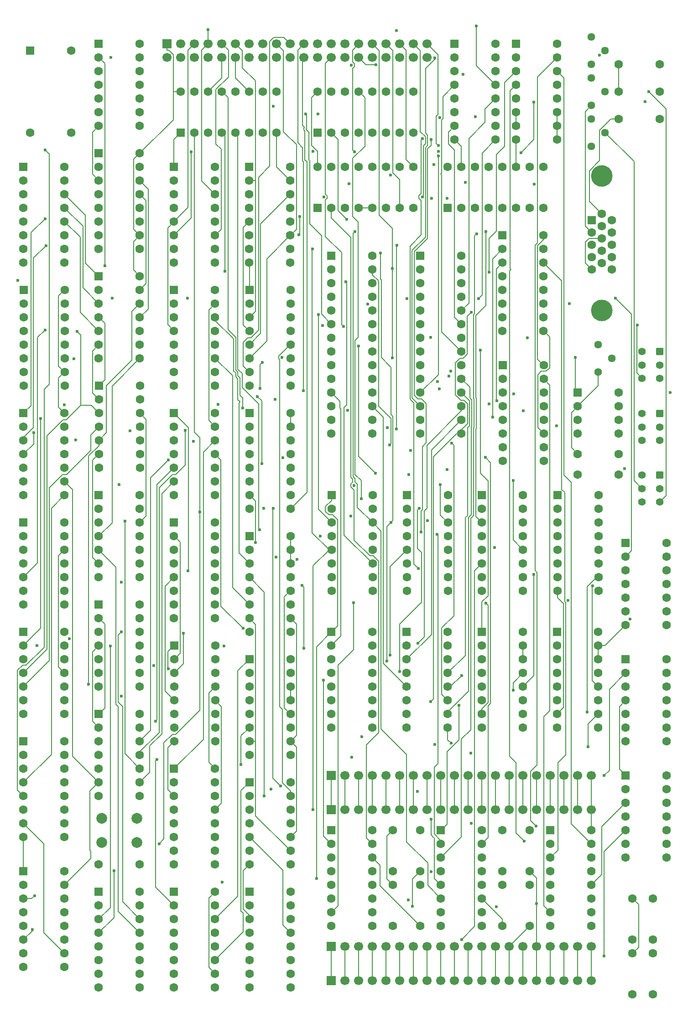
<source format=gbr>
%TF.GenerationSoftware,KiCad,Pcbnew,9.0.6*%
%TF.CreationDate,2025-11-27T22:05:18-05:00*%
%TF.ProjectId,vga_video_card,7667615f-7669-4646-956f-5f636172642e,rev?*%
%TF.SameCoordinates,Original*%
%TF.FileFunction,Copper,L1,Top*%
%TF.FilePolarity,Positive*%
%FSLAX46Y46*%
G04 Gerber Fmt 4.6, Leading zero omitted, Abs format (unit mm)*
G04 Created by KiCad (PCBNEW 9.0.6) date 2025-11-27 22:05:18*
%MOMM*%
%LPD*%
G01*
G04 APERTURE LIST*
G04 Aperture macros list*
%AMRoundRect*
0 Rectangle with rounded corners*
0 $1 Rounding radius*
0 $2 $3 $4 $5 $6 $7 $8 $9 X,Y pos of 4 corners*
0 Add a 4 corners polygon primitive as box body*
4,1,4,$2,$3,$4,$5,$6,$7,$8,$9,$2,$3,0*
0 Add four circle primitives for the rounded corners*
1,1,$1+$1,$2,$3*
1,1,$1+$1,$4,$5*
1,1,$1+$1,$6,$7*
1,1,$1+$1,$8,$9*
0 Add four rect primitives between the rounded corners*
20,1,$1+$1,$2,$3,$4,$5,0*
20,1,$1+$1,$4,$5,$6,$7,0*
20,1,$1+$1,$6,$7,$8,$9,0*
20,1,$1+$1,$8,$9,$2,$3,0*%
G04 Aperture macros list end*
%TA.AperFunction,ComponentPad*%
%ADD10C,1.600000*%
%TD*%
%TA.AperFunction,ComponentPad*%
%ADD11C,1.440000*%
%TD*%
%TA.AperFunction,ComponentPad*%
%ADD12RoundRect,0.250000X0.550000X-0.550000X0.550000X0.550000X-0.550000X0.550000X-0.550000X-0.550000X0*%
%TD*%
%TA.AperFunction,ComponentPad*%
%ADD13RoundRect,0.250000X-0.550000X-0.550000X0.550000X-0.550000X0.550000X0.550000X-0.550000X0.550000X0*%
%TD*%
%TA.AperFunction,ComponentPad*%
%ADD14R,1.700000X1.700000*%
%TD*%
%TA.AperFunction,ComponentPad*%
%ADD15C,1.700000*%
%TD*%
%TA.AperFunction,ComponentPad*%
%ADD16R,1.600000X1.600000*%
%TD*%
%TA.AperFunction,ComponentPad*%
%ADD17RoundRect,0.250000X-0.450000X0.450000X-0.450000X-0.450000X0.450000X-0.450000X0.450000X0.450000X0*%
%TD*%
%TA.AperFunction,ComponentPad*%
%ADD18C,1.400000*%
%TD*%
%TA.AperFunction,ComponentPad*%
%ADD19C,4.000000*%
%TD*%
%TA.AperFunction,ComponentPad*%
%ADD20C,2.000000*%
%TD*%
%TA.AperFunction,ViaPad*%
%ADD21C,0.600000*%
%TD*%
%TA.AperFunction,Conductor*%
%ADD22C,0.200000*%
%TD*%
G04 APERTURE END LIST*
D10*
%TO.P,R13,2*%
%TO.N,+5V*%
X137160000Y-187960000D03*
%TO.P,R13,1*%
%TO.N,/RAM_module/ext_graphics_source/data_ser*%
X137160000Y-195580000D03*
%TD*%
%TO.P,R10,2*%
%TO.N,+5V*%
X133350000Y-177800000D03*
%TO.P,R10,1*%
%TO.N,/RAM_module/ext_graphics_rclk*%
X133350000Y-185420000D03*
%TD*%
%TO.P,R11,2*%
%TO.N,+5V*%
X137160000Y-177800000D03*
%TO.P,R11,1*%
%TO.N,/RAM_module/ext_graphics_source/data_~{srclr}*%
X137160000Y-185420000D03*
%TD*%
%TO.P,R12,2*%
%TO.N,+5V*%
X133350000Y-187960000D03*
%TO.P,R12,1*%
%TO.N,/RAM_module/ext_graphics_source/data_srclk*%
X133350000Y-195580000D03*
%TD*%
%TO.P,R16,2*%
%TO.N,GND*%
X130810000Y-22860000D03*
%TO.P,R16,1*%
%TO.N,/VGA_R*%
X138430000Y-22860000D03*
%TD*%
D11*
%TO.P,RV3,3,3*%
%TO.N,unconnected-(RV3-Pad3)*%
X125730000Y-25400000D03*
%TO.P,RV3,2,2*%
%TO.N,Net-(RV3-Pad2)*%
X128270000Y-27940000D03*
%TO.P,RV3,1,1*%
%TO.N,/VGA_G*%
X125730000Y-30480000D03*
%TD*%
D10*
%TO.P,R18,2*%
%TO.N,GND*%
X130810000Y-33020000D03*
%TO.P,R18,1*%
%TO.N,/VGA_B*%
X138430000Y-33020000D03*
%TD*%
D11*
%TO.P,RV2,3,3*%
%TO.N,unconnected-(RV2-Pad3)*%
X125730000Y-17780000D03*
%TO.P,RV2,2,2*%
%TO.N,Net-(RV2-Pad2)*%
X128270000Y-20320000D03*
%TO.P,RV2,1,1*%
%TO.N,/VGA_R*%
X125730000Y-22860000D03*
%TD*%
D10*
%TO.P,R17,2*%
%TO.N,GND*%
X130810000Y-27940000D03*
%TO.P,R17,1*%
%TO.N,/VGA_G*%
X138430000Y-27940000D03*
%TD*%
D11*
%TO.P,RV4,3,3*%
%TO.N,unconnected-(RV4-Pad3)*%
X125730000Y-33020000D03*
%TO.P,RV4,2,2*%
%TO.N,Net-(RV4-Pad2)*%
X128270000Y-35560000D03*
%TO.P,RV4,1,1*%
%TO.N,/VGA_B*%
X125730000Y-38100000D03*
%TD*%
D10*
%TO.P,U29,16,VCC*%
%TO.N,+5V*%
X99060000Y-41910000D03*
%TO.P,U29,15,OEb*%
%TO.N,GND*%
X101600000Y-41910000D03*
%TO.P,U29,14,A0*%
%TO.N,/RAM_module/r_j_addr0*%
X104140000Y-41910000D03*
%TO.P,U29,13,I3b*%
%TO.N,+5V*%
X106680000Y-41910000D03*
%TO.P,U29,12,I2b*%
X109220000Y-41910000D03*
%TO.P,U29,11,I1b*%
%TO.N,GND*%
X111760000Y-41910000D03*
%TO.P,U29,10,I0b*%
%TO.N,+5V*%
X114300000Y-41910000D03*
%TO.P,U29,9,Zb*%
%TO.N,/RAM1_~{WE}*%
X116840000Y-41910000D03*
%TO.P,U29,8,GND*%
%TO.N,GND*%
X116840000Y-49530000D03*
%TO.P,U29,7,Za*%
%TO.N,/RAM1_~{CE}*%
X114300000Y-49530000D03*
%TO.P,U29,6,I0a*%
%TO.N,+5V*%
X111760000Y-49530000D03*
%TO.P,U29,5,I1a*%
%TO.N,GND*%
X109220000Y-49530000D03*
%TO.P,U29,4,I2a*%
X106680000Y-49530000D03*
%TO.P,U29,3,I3a*%
X104140000Y-49530000D03*
%TO.P,U29,2,A1*%
%TO.N,/RAM_module/RAM_bus_mux/w_j_addr0*%
X101600000Y-49530000D03*
D12*
%TO.P,U29,1,OEa*%
%TO.N,GND*%
X99060000Y-49530000D03*
%TD*%
D13*
%TO.P,U34,1,QB*%
%TO.N,/RAM_module/RAM_bus_mux/w_data1*%
X118110000Y-165100000D03*
D10*
%TO.P,U34,2,QC*%
%TO.N,/RAM_module/RAM_bus_mux/w_data2*%
X118110000Y-167640000D03*
%TO.P,U34,3,QD*%
%TO.N,/RAM_module/RAM_bus_mux/w_data3*%
X118110000Y-170180000D03*
%TO.P,U34,4,QE*%
%TO.N,/RAM_module/RAM_bus_mux/w_data4*%
X118110000Y-172720000D03*
%TO.P,U34,5,QF*%
%TO.N,/RAM_module/RAM_bus_mux/w_data5*%
X118110000Y-175260000D03*
%TO.P,U34,6,QG*%
%TO.N,/RAM_module/RAM_bus_mux/w_data6*%
X118110000Y-177800000D03*
%TO.P,U34,7,QH*%
%TO.N,/RAM_module/RAM_bus_mux/w_data7*%
X118110000Y-180340000D03*
%TO.P,U34,8,GND*%
%TO.N,GND*%
X118110000Y-182880000D03*
%TO.P,U34,9,QH'*%
%TO.N,unconnected-(U34-QH&apos;-Pad9)*%
X125730000Y-182880000D03*
%TO.P,U34,10,~{SRCLR}*%
%TO.N,/RAM_module/ext_graphics_source/data_~{srclr}*%
X125730000Y-180340000D03*
%TO.P,U34,11,SRCLK*%
%TO.N,/RAM_module/ext_graphics_source/data_srclk*%
X125730000Y-177800000D03*
%TO.P,U34,12,RCLK*%
%TO.N,/RAM_module/ext_graphics_rclk*%
X125730000Y-175260000D03*
%TO.P,U34,13,~{OE}*%
%TO.N,GND*%
X125730000Y-172720000D03*
%TO.P,U34,14,SER*%
%TO.N,/RAM_module/ext_graphics_source/data_ser*%
X125730000Y-170180000D03*
%TO.P,U34,15,QA*%
%TO.N,/RAM_module/RAM_bus_mux/w_data0*%
X125730000Y-167640000D03*
%TO.P,U34,16,VCC*%
%TO.N,+5V*%
X125730000Y-165100000D03*
%TD*%
%TO.P,R7,1*%
%TO.N,/RAM_module/ext_graphics_source/data_~{srclr}*%
X114300000Y-172720000D03*
%TO.P,R7,2*%
%TO.N,+5V*%
X114300000Y-165100000D03*
%TD*%
D13*
%TO.P,U40,1,~{R}*%
%TO.N,/writing_RAM*%
X132080000Y-154940000D03*
D10*
%TO.P,U40,2,D*%
%TO.N,+5V*%
X132080000Y-157480000D03*
%TO.P,U40,3,C*%
%TO.N,/RAM_module/ext_graphics_rclk*%
X132080000Y-160020000D03*
%TO.P,U40,4,~{S}*%
%TO.N,+5V*%
X132080000Y-162560000D03*
%TO.P,U40,5,Q*%
%TO.N,/RAM_module/await_upd*%
X132080000Y-165100000D03*
%TO.P,U40,6,~{Q}*%
%TO.N,unconnected-(U40A-~{Q}-Pad6)*%
X132080000Y-167640000D03*
%TO.P,U40,7,GND*%
%TO.N,GND*%
X132080000Y-170180000D03*
%TO.P,U40,8,~{Q}*%
%TO.N,unconnected-(U40B-~{Q}-Pad8)*%
X139700000Y-170180000D03*
%TO.P,U40,9,Q*%
%TO.N,unconnected-(U40B-Q-Pad9)*%
X139700000Y-167640000D03*
%TO.P,U40,10,~{S}*%
%TO.N,unconnected-(U40B-~{S}-Pad10)*%
X139700000Y-165100000D03*
%TO.P,U40,11,C*%
%TO.N,unconnected-(U40B-C-Pad11)*%
X139700000Y-162560000D03*
%TO.P,U40,12,D*%
%TO.N,unconnected-(U40B-D-Pad12)*%
X139700000Y-160020000D03*
%TO.P,U40,13,~{R}*%
%TO.N,unconnected-(U40B-~{R}-Pad13)*%
X139700000Y-157480000D03*
%TO.P,U40,14,VCC*%
%TO.N,+5V*%
X139700000Y-154940000D03*
%TD*%
D13*
%TO.P,U36,1*%
%TO.N,/int_brightness*%
X123190000Y-83820000D03*
D10*
%TO.P,U36,2,-*%
%TO.N,Net-(U36A--)*%
X123190000Y-86360000D03*
%TO.P,U36,3,+*%
%TO.N,Net-(U35-I_OUT1)*%
X123190000Y-88900000D03*
%TO.P,U36,4,V-*%
%TO.N,GND*%
X123190000Y-91440000D03*
%TO.P,U36,5,+*%
%TO.N,unconnected-(U36B-+-Pad5)*%
X130810000Y-91440000D03*
%TO.P,U36,6,-*%
%TO.N,unconnected-(U36B---Pad6)*%
X130810000Y-88900000D03*
%TO.P,U36,7*%
%TO.N,unconnected-(U36-Pad7)*%
X130810000Y-86360000D03*
%TO.P,U36,8,V+*%
%TO.N,+5V*%
X130810000Y-83820000D03*
%TD*%
D13*
%TO.P,U33,1,QB*%
%TO.N,/RAM_module/RAM_bus_mux/w_addr1*%
X97790000Y-165100000D03*
D10*
%TO.P,U33,2,QC*%
%TO.N,/RAM_module/RAM_bus_mux/w_addr2*%
X97790000Y-167640000D03*
%TO.P,U33,3,QD*%
%TO.N,/RAM_module/RAM_bus_mux/w_addr3*%
X97790000Y-170180000D03*
%TO.P,U33,4,QE*%
%TO.N,/RAM_module/RAM_bus_mux/w_addr4*%
X97790000Y-172720000D03*
%TO.P,U33,5,QF*%
%TO.N,/RAM_module/RAM_bus_mux/w_addr5*%
X97790000Y-175260000D03*
%TO.P,U33,6,QG*%
%TO.N,/RAM_module/RAM_bus_mux/w_addr6*%
X97790000Y-177800000D03*
%TO.P,U33,7,QH*%
%TO.N,/RAM_module/RAM_bus_mux/w_addr7*%
X97790000Y-180340000D03*
%TO.P,U33,8,GND*%
%TO.N,GND*%
X97790000Y-182880000D03*
%TO.P,U33,9,QH'*%
%TO.N,unconnected-(U33-QH&apos;-Pad9)*%
X105410000Y-182880000D03*
%TO.P,U33,10,~{SRCLR}*%
%TO.N,/RAM_module/ext_graphics_source/data_~{srclr}*%
X105410000Y-180340000D03*
%TO.P,U33,11,SRCLK*%
%TO.N,/RAM_module/ext_graphics_source/data_srclk*%
X105410000Y-177800000D03*
%TO.P,U33,12,RCLK*%
%TO.N,/RAM_module/ext_graphics_rclk*%
X105410000Y-175260000D03*
%TO.P,U33,13,~{OE}*%
%TO.N,GND*%
X105410000Y-172720000D03*
%TO.P,U33,14,SER*%
%TO.N,/RAM_module/ext_graphics_source/i_addr_ser*%
X105410000Y-170180000D03*
%TO.P,U33,15,QA*%
%TO.N,/RAM_module/RAM_bus_mux/w_addr0*%
X105410000Y-167640000D03*
%TO.P,U33,16,VCC*%
%TO.N,+5V*%
X105410000Y-165100000D03*
%TD*%
%TO.P,R14,1*%
%TO.N,Net-(U35-I_OUT1)*%
X123190000Y-99060000D03*
%TO.P,R14,2*%
%TO.N,GND*%
X130810000Y-99060000D03*
%TD*%
D12*
%TO.P,U28,1,OEa*%
%TO.N,GND*%
X74930000Y-49530000D03*
D10*
%TO.P,U28,2,A1*%
%TO.N,/RAM_module/RAM_bus_mux/w_j_addr0*%
X77470000Y-49530000D03*
%TO.P,U28,3,I3a*%
%TO.N,+5V*%
X80010000Y-49530000D03*
%TO.P,U28,4,I2a*%
%TO.N,GND*%
X82550000Y-49530000D03*
%TO.P,U28,5,I1a*%
X85090000Y-49530000D03*
%TO.P,U28,6,I0a*%
X87630000Y-49530000D03*
%TO.P,U28,7,Za*%
%TO.N,/RAM0_~{CE}*%
X90170000Y-49530000D03*
%TO.P,U28,8,GND*%
%TO.N,GND*%
X92710000Y-49530000D03*
%TO.P,U28,9,Zb*%
%TO.N,/RAM0_~{WE}*%
X92710000Y-41910000D03*
%TO.P,U28,10,I0b*%
%TO.N,+5V*%
X90170000Y-41910000D03*
%TO.P,U28,11,I1b*%
X87630000Y-41910000D03*
%TO.P,U28,12,I2b*%
%TO.N,GND*%
X85090000Y-41910000D03*
%TO.P,U28,13,I3b*%
%TO.N,+5V*%
X82550000Y-41910000D03*
%TO.P,U28,14,A0*%
%TO.N,/RAM_module/r_j_addr0*%
X80010000Y-41910000D03*
%TO.P,U28,15,OEb*%
%TO.N,GND*%
X77470000Y-41910000D03*
%TO.P,U28,16,VCC*%
%TO.N,+5V*%
X74930000Y-41910000D03*
%TD*%
D13*
%TO.P,U1,1,~{MR}*%
%TO.N,/horizontal_counter/~{rst}*%
X20320000Y-41910000D03*
D10*
%TO.P,U1,2,CP*%
%TO.N,/horizontal_counter/CLK*%
X20320000Y-44450000D03*
%TO.P,U1,3,D0*%
%TO.N,GND*%
X20320000Y-46990000D03*
%TO.P,U1,4,D1*%
X20320000Y-49530000D03*
%TO.P,U1,5,D2*%
X20320000Y-52070000D03*
%TO.P,U1,6,D3*%
X20320000Y-54610000D03*
%TO.P,U1,7,CEP*%
%TO.N,+5V*%
X20320000Y-57150000D03*
%TO.P,U1,8,GND*%
%TO.N,GND*%
X20320000Y-59690000D03*
%TO.P,U1,9,~{PE}*%
X27940000Y-59690000D03*
%TO.P,U1,10,CET*%
%TO.N,+5V*%
X27940000Y-57150000D03*
%TO.P,U1,11,Q3*%
%TO.N,/horizontal_counter/bit_3*%
X27940000Y-54610000D03*
%TO.P,U1,12,Q2*%
%TO.N,/horizontal_counter/bit_2*%
X27940000Y-52070000D03*
%TO.P,U1,13,Q1*%
%TO.N,/horizontal_counter/bit_1*%
X27940000Y-49530000D03*
%TO.P,U1,14,Q0*%
%TO.N,/horizontal_counter/bit_0*%
X27940000Y-46990000D03*
%TO.P,U1,15,TC*%
%TO.N,Net-(U1-TC)*%
X27940000Y-44450000D03*
%TO.P,U1,16,VCC*%
%TO.N,+5V*%
X27940000Y-41910000D03*
%TD*%
%TO.P,R5,1*%
%TO.N,/RAM_module/ext_graphics_source/j_addr_ser*%
X93980000Y-182880000D03*
%TO.P,R5,2*%
%TO.N,+5V*%
X93980000Y-175260000D03*
%TD*%
D13*
%TO.P,U22,1*%
%TO.N,/vertical_counter/bit_0*%
X48260000Y-107950000D03*
D10*
%TO.P,U22,2*%
%TO.N,/vertical_counter/~{bit_1}*%
X48260000Y-110490000D03*
%TO.P,U22,3*%
%TO.N,/vertical_counter/bit_2*%
X48260000Y-113030000D03*
%TO.P,U22,4*%
%TO.N,/vertical_counter/bit_3*%
X48260000Y-115570000D03*
%TO.P,U22,5*%
%TO.N,/vertical_counter/bit_4*%
X48260000Y-118110000D03*
%TO.P,U22,6*%
%TO.N,/vertical_counter/~{bit_5}*%
X48260000Y-120650000D03*
%TO.P,U22,7*%
%TO.N,/vertical_counter/bit_6*%
X48260000Y-123190000D03*
%TO.P,U22,8,GND*%
%TO.N,GND*%
X48260000Y-125730000D03*
%TO.P,U22,9*%
%TO.N,Net-(U19-Pad9)*%
X55880000Y-125730000D03*
%TO.P,U22,10*%
%TO.N,/vertical_counter/~{bit_7}*%
X55880000Y-123190000D03*
%TO.P,U22,11*%
%TO.N,/vertical_counter/~{bit_8}*%
X55880000Y-120650000D03*
%TO.P,U22,12*%
%TO.N,/vertical_counter/bit_9*%
X55880000Y-118110000D03*
%TO.P,U22,13*%
%TO.N,+5V*%
X55880000Y-115570000D03*
%TO.P,U22,14*%
X55880000Y-113030000D03*
%TO.P,U22,15*%
X55880000Y-110490000D03*
%TO.P,U22,16,VCC*%
X55880000Y-107950000D03*
%TD*%
D14*
%TO.P,J4,1,Pin_1*%
%TO.N,Net-(J2-Pin_1)*%
X77470000Y-154940000D03*
D15*
%TO.P,J4,2,Pin_2*%
%TO.N,Net-(J2-Pin_2)*%
X80010000Y-154940000D03*
%TO.P,J4,3,Pin_3*%
%TO.N,Net-(J2-Pin_3)*%
X82550000Y-154940000D03*
%TO.P,J4,4,Pin_4*%
%TO.N,Net-(J2-Pin_4)*%
X85090000Y-154940000D03*
%TO.P,J4,5,Pin_5*%
%TO.N,Net-(J2-Pin_5)*%
X87630000Y-154940000D03*
%TO.P,J4,6,Pin_6*%
%TO.N,Net-(J2-Pin_6)*%
X90170000Y-154940000D03*
%TO.P,J4,7,Pin_7*%
%TO.N,Net-(J2-Pin_7)*%
X92710000Y-154940000D03*
%TO.P,J4,8,Pin_8*%
%TO.N,Net-(J2-Pin_8)*%
X95250000Y-154940000D03*
%TO.P,J4,9,Pin_9*%
%TO.N,Net-(J2-Pin_9)*%
X97790000Y-154940000D03*
%TO.P,J4,10,Pin_10*%
%TO.N,Net-(J2-Pin_10)*%
X100330000Y-154940000D03*
%TO.P,J4,11,Pin_11*%
%TO.N,Net-(J2-Pin_11)*%
X102870000Y-154940000D03*
%TO.P,J4,12,Pin_12*%
%TO.N,Net-(J2-Pin_12)*%
X105410000Y-154940000D03*
%TO.P,J4,13,Pin_13*%
%TO.N,Net-(J2-Pin_13)*%
X107950000Y-154940000D03*
%TO.P,J4,14,Pin_14*%
%TO.N,Net-(J2-Pin_14)*%
X110490000Y-154940000D03*
%TO.P,J4,15,Pin_15*%
%TO.N,Net-(J2-Pin_15)*%
X113030000Y-154940000D03*
%TO.P,J4,16,Pin_16*%
%TO.N,Net-(J2-Pin_16)*%
X115570000Y-154940000D03*
%TO.P,J4,17,Pin_17*%
%TO.N,Net-(J2-Pin_17)*%
X118110000Y-154940000D03*
%TO.P,J4,18,Pin_18*%
%TO.N,Net-(J2-Pin_18)*%
X120650000Y-154940000D03*
%TO.P,J4,19,Pin_19*%
%TO.N,Net-(J2-Pin_19)*%
X123190000Y-154940000D03*
%TO.P,J4,20,Pin_20*%
%TO.N,+5V*%
X125730000Y-154940000D03*
%TD*%
D13*
%TO.P,U31,1,A5*%
%TO.N,/RAM_module/RAM1_a5*%
X93980000Y-58420000D03*
D10*
%TO.P,U31,2,A6*%
%TO.N,/RAM_module/RAM1_a6*%
X93980000Y-60960000D03*
%TO.P,U31,3,A7*%
%TO.N,/RAM_module/RAM1_a7*%
X93980000Y-63500000D03*
%TO.P,U31,4,A8*%
%TO.N,/RAM_module/RAM1_a8*%
X93980000Y-66040000D03*
%TO.P,U31,5,A9*%
%TO.N,/RAM_module/RAM1_a9*%
X93980000Y-68580000D03*
%TO.P,U31,6,A10*%
%TO.N,/RAM_module/RAM1_a10*%
X93980000Y-71120000D03*
%TO.P,U31,7,A11*%
%TO.N,/RAM_module/RAM1_a11*%
X93980000Y-73660000D03*
%TO.P,U31,8,A12*%
%TO.N,/RAM_module/RAM1_a12*%
X93980000Y-76200000D03*
%TO.P,U31,9,A13*%
%TO.N,/RAM_module/RAM1_a13*%
X93980000Y-78740000D03*
%TO.P,U31,10,A14*%
%TO.N,/RAM_module/RAM1_a14*%
X93980000Y-81280000D03*
%TO.P,U31,11,D0*%
%TO.N,/RAM_module/RAM1_d0*%
X93980000Y-83820000D03*
%TO.P,U31,12,D1*%
%TO.N,/RAM_module/RAM1_d1*%
X93980000Y-86360000D03*
%TO.P,U31,13,D2*%
%TO.N,/RAM_module/RAM1_d2*%
X93980000Y-88900000D03*
%TO.P,U31,14,GND*%
%TO.N,GND*%
X93980000Y-91440000D03*
%TO.P,U31,15,D3*%
%TO.N,/RAM_module/RAM1_d3*%
X101600000Y-91440000D03*
%TO.P,U31,16,D4*%
%TO.N,/RAM_module/RAM1_d4*%
X101600000Y-88900000D03*
%TO.P,U31,17,D5*%
%TO.N,/RAM_module/RAM1_d5*%
X101600000Y-86360000D03*
%TO.P,U31,18,D6*%
%TO.N,/RAM_module/RAM1_d6*%
X101600000Y-83820000D03*
%TO.P,U31,19,D7*%
%TO.N,/RAM_module/RAM1_d7*%
X101600000Y-81280000D03*
%TO.P,U31,20,~{CE}*%
%TO.N,/RAM1_~{CE}*%
X101600000Y-78740000D03*
%TO.P,U31,21,A0*%
%TO.N,/RAM_module/RAM1_a0*%
X101600000Y-76200000D03*
%TO.P,U31,22,~{OE}*%
%TO.N,/RAM1_~{CE}*%
X101600000Y-73660000D03*
%TO.P,U31,23,A1*%
%TO.N,/RAM_module/RAM1_a1*%
X101600000Y-71120000D03*
%TO.P,U31,24,A2*%
%TO.N,/RAM_module/RAM1_a2*%
X101600000Y-68580000D03*
%TO.P,U31,25,A3*%
%TO.N,/RAM_module/RAM1_a3*%
X101600000Y-66040000D03*
%TO.P,U31,26,A4*%
%TO.N,/RAM_module/RAM1_a4*%
X101600000Y-63500000D03*
%TO.P,U31,27,~{WE}*%
%TO.N,/RAM1_~{WE}*%
X101600000Y-60960000D03*
%TO.P,U31,28,VCC*%
%TO.N,+5V*%
X101600000Y-58420000D03*
%TD*%
D16*
%TO.P,Y1,1,EN*%
%TO.N,+5V*%
X21590000Y-20320000D03*
D10*
%TO.P,Y1,7,GND*%
%TO.N,GND*%
X21590000Y-35560000D03*
%TO.P,Y1,8,OUT*%
%TO.N,/horizontal_counter/CLK*%
X29210000Y-35560000D03*
%TO.P,Y1,14,Vcc*%
%TO.N,+5V*%
X29210000Y-20320000D03*
%TD*%
D13*
%TO.P,U54,1,Y1*%
%TO.N,/RAM_module/RAM0_d7*%
X109225000Y-78740000D03*
D10*
%TO.P,U54,2,Y0*%
%TO.N,/RAM_module/RAM1_d7*%
X109225000Y-81280000D03*
%TO.P,U54,3,Z1*%
%TO.N,unconnected-(U54-Z1-Pad3)*%
X109225000Y-83820000D03*
%TO.P,U54,4,Z*%
%TO.N,unconnected-(U54-Z-Pad4)*%
X109225000Y-86360000D03*
%TO.P,U54,5,Z0*%
%TO.N,unconnected-(U54-Z0-Pad5)*%
X109225000Y-88900000D03*
%TO.P,U54,6,Inh*%
%TO.N,GND*%
X109225000Y-91440000D03*
%TO.P,U54,7,VEE*%
X109225000Y-93980000D03*
%TO.P,U54,8,VSS*%
X109225000Y-96520000D03*
%TO.P,U54,9,C*%
%TO.N,/RAM_module/r_j_addr0*%
X116845000Y-96520000D03*
%TO.P,U54,10,B*%
X116845000Y-93980000D03*
%TO.P,U54,11,A*%
X116845000Y-91440000D03*
%TO.P,U54,12,X0*%
%TO.N,/RAM_module/RAM1_d6*%
X116845000Y-88900000D03*
%TO.P,U54,13,X1*%
%TO.N,/RAM_module/RAM0_d6*%
X116845000Y-86360000D03*
%TO.P,U54,14,X*%
%TO.N,/RAM_module/RAM_bus_mux/w_data6*%
X116845000Y-83820000D03*
%TO.P,U54,15,Y*%
%TO.N,/RAM_module/RAM_bus_mux/w_data7*%
X116845000Y-81280000D03*
%TO.P,U54,16,VDD*%
%TO.N,+5V*%
X116845000Y-78740000D03*
%TD*%
%TO.P,R15,1*%
%TO.N,Net-(U36A--)*%
X123190000Y-95250000D03*
%TO.P,R15,2*%
%TO.N,GND*%
X130810000Y-95250000D03*
%TD*%
D13*
%TO.P,U13,1,Oe1*%
%TO.N,GND*%
X20320000Y-172720000D03*
D10*
%TO.P,U13,2,Oe2*%
X20320000Y-175260000D03*
%TO.P,U13,3,Q0*%
%TO.N,/RAM_module/r_j_addr0*%
X20320000Y-177800000D03*
%TO.P,U13,4,Q1*%
%TO.N,/RAM_module/r_j_addr1*%
X20320000Y-180340000D03*
%TO.P,U13,5,Q2*%
%TO.N,/RAM_module/r_j_addr2*%
X20320000Y-182880000D03*
%TO.P,U13,6,Q3*%
%TO.N,/RAM_module/r_j_addr3*%
X20320000Y-185420000D03*
%TO.P,U13,7,Cp*%
%TO.N,/horizontal_counter/CLK*%
X20320000Y-187960000D03*
%TO.P,U13,8,GND*%
%TO.N,GND*%
X20320000Y-190500000D03*
%TO.P,U13,9,E1*%
%TO.N,/horizontal_counter/~{is_h_vis_area}*%
X27940000Y-190500000D03*
%TO.P,U13,10,E2*%
X27940000Y-187960000D03*
%TO.P,U13,11,D3*%
%TO.N,/horizontal_counter/bit_3*%
X27940000Y-185420000D03*
%TO.P,U13,12,D2*%
%TO.N,/horizontal_counter/bit_2*%
X27940000Y-182880000D03*
%TO.P,U13,13,D1*%
%TO.N,/horizontal_counter/bit_1*%
X27940000Y-180340000D03*
%TO.P,U13,14,D0*%
%TO.N,/horizontal_counter/bit_0*%
X27940000Y-177800000D03*
%TO.P,U13,15,Mr*%
%TO.N,/horizontal_counter/rst*%
X27940000Y-175260000D03*
%TO.P,U13,16,VCC*%
%TO.N,+5V*%
X27940000Y-172720000D03*
%TD*%
D12*
%TO.P,U46,1,S*%
%TO.N,/RAM_module/r_j_addr0*%
X49530000Y-35560000D03*
D10*
%TO.P,U46,2,I0a*%
%TO.N,/RAM_module/r_j_addr1*%
X52070000Y-35560000D03*
%TO.P,U46,3,I1a*%
%TO.N,/RAM_module/RAM_bus_mux/w_addr8*%
X54610000Y-35560000D03*
%TO.P,U46,4,Za*%
%TO.N,/RAM_module/RAM0_a8*%
X57150000Y-35560000D03*
%TO.P,U46,5,I0b*%
%TO.N,/RAM_module/r_j_addr2*%
X59690000Y-35560000D03*
%TO.P,U46,6,I1b*%
%TO.N,/RAM_module/RAM_bus_mux/w_addr9*%
X62230000Y-35560000D03*
%TO.P,U46,7,Zb*%
%TO.N,/RAM_module/RAM0_a9*%
X64770000Y-35560000D03*
%TO.P,U46,8,GND*%
%TO.N,GND*%
X67310000Y-35560000D03*
%TO.P,U46,9,Zd*%
%TO.N,/RAM_module/RAM0_a11*%
X67310000Y-27940000D03*
%TO.P,U46,10,I1d*%
%TO.N,/RAM_module/RAM_bus_mux/w_addr11*%
X64770000Y-27940000D03*
%TO.P,U46,11,I0d*%
%TO.N,/RAM_module/r_j_addr4*%
X62230000Y-27940000D03*
%TO.P,U46,12,Zc*%
%TO.N,/RAM_module/RAM0_a10*%
X59690000Y-27940000D03*
%TO.P,U46,13,I1c*%
%TO.N,/RAM_module/RAM_bus_mux/w_addr10*%
X57150000Y-27940000D03*
%TO.P,U46,14,I0c*%
%TO.N,/RAM_module/r_j_addr3*%
X54610000Y-27940000D03*
%TO.P,U46,15,OE*%
%TO.N,GND*%
X52070000Y-27940000D03*
%TO.P,U46,16,VCC*%
%TO.N,+5V*%
X49530000Y-27940000D03*
%TD*%
D14*
%TO.P,J3,1,Pin_1*%
%TO.N,/RAM_module/await_upd*%
X77470000Y-186690000D03*
D15*
%TO.P,J3,2,Pin_2*%
%TO.N,Net-(J3-Pin_2)*%
X80010000Y-186690000D03*
%TO.P,J3,3,Pin_3*%
%TO.N,Net-(J3-Pin_3)*%
X82550000Y-186690000D03*
%TO.P,J3,4,Pin_4*%
%TO.N,Net-(J3-Pin_4)*%
X85090000Y-186690000D03*
%TO.P,J3,5,Pin_5*%
%TO.N,Net-(J3-Pin_5)*%
X87630000Y-186690000D03*
%TO.P,J3,6,Pin_6*%
%TO.N,Net-(J3-Pin_6)*%
X90170000Y-186690000D03*
%TO.P,J3,7,Pin_7*%
%TO.N,Net-(J3-Pin_7)*%
X92710000Y-186690000D03*
%TO.P,J3,8,Pin_8*%
%TO.N,Net-(J3-Pin_8)*%
X95250000Y-186690000D03*
%TO.P,J3,9,Pin_9*%
%TO.N,Net-(J3-Pin_9)*%
X97790000Y-186690000D03*
%TO.P,J3,10,Pin_10*%
%TO.N,Net-(J3-Pin_10)*%
X100330000Y-186690000D03*
%TO.P,J3,11,Pin_11*%
%TO.N,Net-(J3-Pin_11)*%
X102870000Y-186690000D03*
%TO.P,J3,12,Pin_12*%
%TO.N,Net-(J3-Pin_12)*%
X105410000Y-186690000D03*
%TO.P,J3,13,Pin_13*%
%TO.N,/RAM_module/ext_graphics_source/j_addr_ser*%
X107950000Y-186690000D03*
%TO.P,J3,14,Pin_14*%
%TO.N,/RAM_module/ext_graphics_source/i_addr_ser*%
X110490000Y-186690000D03*
%TO.P,J3,15,Pin_15*%
%TO.N,/RAM_module/ext_graphics_source/data_ser*%
X113030000Y-186690000D03*
%TO.P,J3,16,Pin_16*%
%TO.N,/RAM_module/ext_graphics_source/data_~{srclr}*%
X115570000Y-186690000D03*
%TO.P,J3,17,Pin_17*%
%TO.N,/RAM_module/ext_graphics_source/data_srclk*%
X118110000Y-186690000D03*
%TO.P,J3,18,Pin_18*%
%TO.N,/RAM_module/ext_graphics_rclk*%
X120650000Y-186690000D03*
%TO.P,J3,19,Pin_19*%
%TO.N,Net-(J3-Pin_19)*%
X123190000Y-186690000D03*
%TO.P,J3,20,Pin_20*%
%TO.N,GND*%
X125730000Y-186690000D03*
%TD*%
D13*
%TO.P,U49,1,S*%
%TO.N,/RAM_module/r_j_addr0*%
X77475000Y-102870000D03*
D10*
%TO.P,U49,2,I0a*%
%TO.N,/RAM_module/RAM_bus_mux/w_addr4*%
X77475000Y-105410000D03*
%TO.P,U49,3,I1a*%
%TO.N,/RAM_module/r_i_addr4*%
X77475000Y-107950000D03*
%TO.P,U49,4,Za*%
%TO.N,/RAM_module/RAM1_a4*%
X77475000Y-110490000D03*
%TO.P,U49,5,I0b*%
%TO.N,/RAM_module/RAM_bus_mux/w_addr5*%
X77475000Y-113030000D03*
%TO.P,U49,6,I1b*%
%TO.N,/RAM_module/r_i_addr5*%
X77475000Y-115570000D03*
%TO.P,U49,7,Zb*%
%TO.N,/RAM_module/RAM1_a5*%
X77475000Y-118110000D03*
%TO.P,U49,8,GND*%
%TO.N,GND*%
X77475000Y-120650000D03*
%TO.P,U49,9,Zd*%
%TO.N,/RAM_module/RAM1_a7*%
X85095000Y-120650000D03*
%TO.P,U49,10,I1d*%
%TO.N,/RAM_module/r_i_addr7*%
X85095000Y-118110000D03*
%TO.P,U49,11,I0d*%
%TO.N,/RAM_module/RAM_bus_mux/w_addr7*%
X85095000Y-115570000D03*
%TO.P,U49,12,Zc*%
%TO.N,/RAM_module/RAM1_a6*%
X85095000Y-113030000D03*
%TO.P,U49,13,I1c*%
%TO.N,/RAM_module/r_i_addr6*%
X85095000Y-110490000D03*
%TO.P,U49,14,I0c*%
%TO.N,/RAM_module/RAM_bus_mux/w_addr6*%
X85095000Y-107950000D03*
%TO.P,U49,15,OE*%
%TO.N,GND*%
X85095000Y-105410000D03*
%TO.P,U49,16,VCC*%
%TO.N,+5V*%
X85095000Y-102870000D03*
%TD*%
%TO.P,R3,1*%
%TO.N,/RAM_module/ext_graphics_source/data_~{srclr}*%
X93980000Y-172720000D03*
%TO.P,R3,2*%
%TO.N,+5V*%
X93980000Y-165100000D03*
%TD*%
D13*
%TO.P,U3,1,~{MR}*%
%TO.N,/horizontal_counter/~{rst}*%
X20325000Y-64770000D03*
D10*
%TO.P,U3,2,CP*%
%TO.N,Net-(U2-TC)*%
X20325000Y-67310000D03*
%TO.P,U3,3,D0*%
%TO.N,GND*%
X20325000Y-69850000D03*
%TO.P,U3,4,D1*%
X20325000Y-72390000D03*
%TO.P,U3,5,D2*%
X20325000Y-74930000D03*
%TO.P,U3,6,D3*%
X20325000Y-77470000D03*
%TO.P,U3,7,CEP*%
%TO.N,+5V*%
X20325000Y-80010000D03*
%TO.P,U3,8,GND*%
%TO.N,GND*%
X20325000Y-82550000D03*
%TO.P,U3,9,~{PE}*%
X27945000Y-82550000D03*
%TO.P,U3,10,CET*%
%TO.N,+5V*%
X27945000Y-80010000D03*
%TO.P,U3,11,Q3*%
%TO.N,unconnected-(U3-Q3-Pad11)*%
X27945000Y-77470000D03*
%TO.P,U3,12,Q2*%
%TO.N,unconnected-(U3-Q2-Pad12)*%
X27945000Y-74930000D03*
%TO.P,U3,13,Q1*%
%TO.N,unconnected-(U3-Q1-Pad13)*%
X27945000Y-72390000D03*
%TO.P,U3,14,Q0*%
%TO.N,/horizontal_counter/bit_8*%
X27945000Y-69850000D03*
%TO.P,U3,15,TC*%
%TO.N,unconnected-(U3-TC-Pad15)*%
X27945000Y-67310000D03*
%TO.P,U3,16,VCC*%
%TO.N,+5V*%
X27945000Y-64770000D03*
%TD*%
D13*
%TO.P,U27,1*%
%TO.N,/horizontal_counter/CLK*%
X34290000Y-19050000D03*
D10*
%TO.P,U27,2*%
%TO.N,/horizontal_counter/~{CLK}*%
X34290000Y-21590000D03*
%TO.P,U27,3*%
%TO.N,unconnected-(U27-Pad3)*%
X34290000Y-24130000D03*
%TO.P,U27,4*%
%TO.N,unconnected-(U27-Pad4)*%
X34290000Y-26670000D03*
%TO.P,U27,5*%
%TO.N,unconnected-(U27-Pad5)*%
X34290000Y-29210000D03*
%TO.P,U27,6*%
%TO.N,unconnected-(U27-Pad6)*%
X34290000Y-31750000D03*
%TO.P,U27,7,GND*%
%TO.N,GND*%
X34290000Y-34290000D03*
%TO.P,U27,8*%
%TO.N,unconnected-(U27-Pad8)*%
X41910000Y-34290000D03*
%TO.P,U27,9*%
%TO.N,unconnected-(U27-Pad9)*%
X41910000Y-31750000D03*
%TO.P,U27,10*%
%TO.N,unconnected-(U27-Pad10)*%
X41910000Y-29210000D03*
%TO.P,U27,11*%
%TO.N,unconnected-(U27-Pad11)*%
X41910000Y-26670000D03*
%TO.P,U27,12*%
%TO.N,unconnected-(U27-Pad12)*%
X41910000Y-24130000D03*
%TO.P,U27,13*%
%TO.N,unconnected-(U27-Pad13)*%
X41910000Y-21590000D03*
%TO.P,U27,14,VCC*%
%TO.N,+5V*%
X41910000Y-19050000D03*
%TD*%
D13*
%TO.P,U45,1,S*%
%TO.N,/RAM_module/r_j_addr0*%
X62230000Y-41910000D03*
D10*
%TO.P,U45,2,I0a*%
%TO.N,/RAM_module/r_i_addr4*%
X62230000Y-44450000D03*
%TO.P,U45,3,I1a*%
%TO.N,/RAM_module/RAM_bus_mux/w_addr4*%
X62230000Y-46990000D03*
%TO.P,U45,4,Za*%
%TO.N,/RAM_module/RAM0_a4*%
X62230000Y-49530000D03*
%TO.P,U45,5,I0b*%
%TO.N,/RAM_module/r_i_addr5*%
X62230000Y-52070000D03*
%TO.P,U45,6,I1b*%
%TO.N,/RAM_module/RAM_bus_mux/w_addr5*%
X62230000Y-54610000D03*
%TO.P,U45,7,Zb*%
%TO.N,/RAM_module/RAM0_a5*%
X62230000Y-57150000D03*
%TO.P,U45,8,GND*%
%TO.N,GND*%
X62230000Y-59690000D03*
%TO.P,U45,9,Zd*%
%TO.N,/RAM_module/RAM0_a7*%
X69850000Y-59690000D03*
%TO.P,U45,10,I1d*%
%TO.N,/RAM_module/RAM_bus_mux/w_addr7*%
X69850000Y-57150000D03*
%TO.P,U45,11,I0d*%
%TO.N,/RAM_module/r_i_addr7*%
X69850000Y-54610000D03*
%TO.P,U45,12,Zc*%
%TO.N,/RAM_module/RAM0_a6*%
X69850000Y-52070000D03*
%TO.P,U45,13,I1c*%
%TO.N,/RAM_module/RAM_bus_mux/w_addr6*%
X69850000Y-49530000D03*
%TO.P,U45,14,I0c*%
%TO.N,/RAM_module/r_i_addr6*%
X69850000Y-46990000D03*
%TO.P,U45,15,OE*%
%TO.N,GND*%
X69850000Y-44450000D03*
%TO.P,U45,16,VCC*%
%TO.N,+5V*%
X69850000Y-41910000D03*
%TD*%
D17*
%TO.P,SW2,1,A*%
%TO.N,/int_brightness*%
X138430000Y-76200000D03*
D18*
%TO.P,SW2,2,B*%
%TO.N,Net-(RV2-Pad2)*%
X138430000Y-78700000D03*
%TO.P,SW2,3,C*%
%TO.N,/ext_R*%
X138430000Y-81200000D03*
%TO.P,SW2,4,A*%
X135130000Y-81200000D03*
%TO.P,SW2,5,B*%
%TO.N,Net-(RV2-Pad2)*%
X135130000Y-78700000D03*
%TO.P,SW2,6,C*%
%TO.N,/int_brightness*%
X135130000Y-76200000D03*
%TD*%
D11*
%TO.P,RV1,1,1*%
%TO.N,Net-(U36A--)*%
X127000000Y-80010000D03*
%TO.P,RV1,2,2*%
%TO.N,/int_brightness*%
X129540000Y-77470000D03*
%TO.P,RV1,3,3*%
%TO.N,unconnected-(RV1-Pad3)*%
X127000000Y-74930000D03*
%TD*%
D13*
%TO.P,U19,1*%
%TO.N,/vertical_counter/bit_9*%
X48260000Y-87630000D03*
D10*
%TO.P,U19,2*%
%TO.N,/vertical_counter/~{bit_9}*%
X48260000Y-90170000D03*
%TO.P,U19,3*%
%TO.N,Net-(U19-Pad3)*%
X48260000Y-92710000D03*
%TO.P,U19,4*%
%TO.N,/vertical_counter/eo_vis_600*%
X48260000Y-95250000D03*
%TO.P,U19,5*%
%TO.N,Net-(U19-Pad5)*%
X48260000Y-97790000D03*
%TO.P,U19,6*%
%TO.N,/vertical_counter/eo_fporch_601*%
X48260000Y-100330000D03*
%TO.P,U19,7,GND*%
%TO.N,GND*%
X48260000Y-102870000D03*
%TO.P,U19,8*%
%TO.N,/vertical_counter/eo_syncp_605*%
X55880000Y-102870000D03*
%TO.P,U19,9*%
%TO.N,Net-(U19-Pad9)*%
X55880000Y-100330000D03*
%TO.P,U19,10*%
%TO.N,/eo_frame*%
X55880000Y-97790000D03*
%TO.P,U19,11*%
%TO.N,Net-(U19-Pad11)*%
X55880000Y-95250000D03*
%TO.P,U19,12*%
%TO.N,/vertical_counter/~{rst}*%
X55880000Y-92710000D03*
%TO.P,U19,13*%
%TO.N,/vertical_counter/rst*%
X55880000Y-90170000D03*
%TO.P,U19,14,VCC*%
%TO.N,+5V*%
X55880000Y-87630000D03*
%TD*%
D13*
%TO.P,U18,1*%
%TO.N,/vertical_counter/bit_3*%
X62235000Y-156210000D03*
D10*
%TO.P,U18,2*%
%TO.N,/vertical_counter/~{bit_3}*%
X62235000Y-158750000D03*
%TO.P,U18,3*%
%TO.N,/vertical_counter/bit_4*%
X62235000Y-161290000D03*
%TO.P,U18,4*%
%TO.N,/vertical_counter/~{bit_4}*%
X62235000Y-163830000D03*
%TO.P,U18,5*%
%TO.N,/vertical_counter/bit_5*%
X62235000Y-166370000D03*
%TO.P,U18,6*%
%TO.N,/vertical_counter/~{bit_5}*%
X62235000Y-168910000D03*
%TO.P,U18,7,GND*%
%TO.N,GND*%
X62235000Y-171450000D03*
%TO.P,U18,8*%
%TO.N,/vertical_counter/~{bit_6}*%
X69855000Y-171450000D03*
%TO.P,U18,9*%
%TO.N,/vertical_counter/bit_6*%
X69855000Y-168910000D03*
%TO.P,U18,10*%
%TO.N,/vertical_counter/~{bit_7}*%
X69855000Y-166370000D03*
%TO.P,U18,11*%
%TO.N,/vertical_counter/bit_7*%
X69855000Y-163830000D03*
%TO.P,U18,12*%
%TO.N,/vertical_counter/~{bit_8}*%
X69855000Y-161290000D03*
%TO.P,U18,13*%
%TO.N,/vertical_counter/bit_8*%
X69855000Y-158750000D03*
%TO.P,U18,14,VCC*%
%TO.N,+5V*%
X69855000Y-156210000D03*
%TD*%
D19*
%TO.P,J1,0*%
%TO.N,N/C*%
X127630000Y-68580000D03*
X127630000Y-43580000D03*
D16*
%TO.P,J1,1*%
%TO.N,/VGA_R*%
X125740000Y-51765000D03*
D10*
%TO.P,J1,2*%
%TO.N,/VGA_G*%
X125740000Y-54055000D03*
%TO.P,J1,3*%
%TO.N,/VGA_B*%
X125740000Y-56345000D03*
%TO.P,J1,4*%
%TO.N,unconnected-(J1-Pad4)*%
X125740000Y-58635000D03*
%TO.P,J1,5*%
%TO.N,GND*%
X125740000Y-60925000D03*
%TO.P,J1,6*%
X127640000Y-50620000D03*
%TO.P,J1,7*%
X127640000Y-52910000D03*
%TO.P,J1,8*%
X127640000Y-55200000D03*
%TO.P,J1,9*%
%TO.N,unconnected-(J1-Pad9)*%
X127640000Y-57490000D03*
%TO.P,J1,10*%
%TO.N,GND*%
X127640000Y-59780000D03*
%TO.P,J1,11*%
%TO.N,unconnected-(J1-Pad11)*%
X129540000Y-51765000D03*
%TO.P,J1,12*%
%TO.N,unconnected-(J1-Pad12)*%
X129540000Y-54055000D03*
%TO.P,J1,13*%
%TO.N,/h_sync*%
X129540000Y-56345000D03*
%TO.P,J1,14*%
%TO.N,/v_sync*%
X129540000Y-58635000D03*
%TO.P,J1,15*%
%TO.N,unconnected-(J1-Pad15)*%
X129540000Y-60925000D03*
%TD*%
D14*
%TO.P,J6,1,Pin_1*%
%TO.N,+5V*%
X46990000Y-19050000D03*
D15*
%TO.P,J6,2,Pin_2*%
%TO.N,GND*%
X46990000Y-21590000D03*
%TO.P,J6,3,Pin_3*%
%TO.N,/RAM_module/r_i_addr0*%
X49530000Y-19050000D03*
%TO.P,J6,4,Pin_4*%
%TO.N,/RAM_module/r_j_addr0*%
X49530000Y-21590000D03*
%TO.P,J6,5,Pin_5*%
%TO.N,/RAM_module/r_i_addr1*%
X52070000Y-19050000D03*
%TO.P,J6,6,Pin_6*%
%TO.N,/RAM_module/r_j_addr1*%
X52070000Y-21590000D03*
%TO.P,J6,7,Pin_7*%
%TO.N,/RAM_module/r_i_addr2*%
X54610000Y-19050000D03*
%TO.P,J6,8,Pin_8*%
%TO.N,/RAM_module/r_j_addr2*%
X54610000Y-21590000D03*
%TO.P,J6,9,Pin_9*%
%TO.N,/RAM_module/r_i_addr3*%
X57150000Y-19050000D03*
%TO.P,J6,10,Pin_10*%
%TO.N,/RAM_module/r_j_addr3*%
X57150000Y-21590000D03*
%TO.P,J6,11,Pin_11*%
%TO.N,/RAM_module/r_i_addr4*%
X59690000Y-19050000D03*
%TO.P,J6,12,Pin_12*%
%TO.N,/RAM_module/r_j_addr4*%
X59690000Y-21590000D03*
%TO.P,J6,13,Pin_13*%
%TO.N,/RAM_module/r_i_addr5*%
X62230000Y-19050000D03*
%TO.P,J6,14,Pin_14*%
%TO.N,/RAM_module/r_j_addr5*%
X62230000Y-21590000D03*
%TO.P,J6,15,Pin_15*%
%TO.N,/RAM_module/r_i_addr6*%
X64770000Y-19050000D03*
%TO.P,J6,16,Pin_16*%
%TO.N,/RAM_module/r_j_addr6*%
X64770000Y-21590000D03*
%TO.P,J6,17,Pin_17*%
%TO.N,/RAM_module/r_i_addr7*%
X67310000Y-19050000D03*
%TO.P,J6,18,Pin_18*%
%TO.N,/RAM_module/r_j_addr7*%
X67310000Y-21590000D03*
%TO.P,J6,19,Pin_19*%
%TO.N,/eo_line*%
X69850000Y-19050000D03*
%TO.P,J6,20,Pin_20*%
%TO.N,/is_h_vis_area*%
X69850000Y-21590000D03*
%TO.P,J6,21,Pin_21*%
%TO.N,/eo_frame*%
X72390000Y-19050000D03*
%TO.P,J6,22,Pin_22*%
%TO.N,/is_v_vis_area*%
X72390000Y-21590000D03*
%TO.P,J6,23,Pin_23*%
%TO.N,/VGA_R*%
X74930000Y-19050000D03*
%TO.P,J6,24,Pin_24*%
%TO.N,/is_vis_area*%
X74930000Y-21590000D03*
%TO.P,J6,25,Pin_25*%
%TO.N,/VGA_G*%
X77470000Y-19050000D03*
%TO.P,J6,26,Pin_26*%
%TO.N,/ext_R*%
X77470000Y-21590000D03*
%TO.P,J6,27,Pin_27*%
%TO.N,/VGA_B*%
X80010000Y-19050000D03*
%TO.P,J6,28,Pin_28*%
%TO.N,/ext_G*%
X80010000Y-21590000D03*
%TO.P,J6,29,Pin_29*%
%TO.N,/h_sync*%
X82550000Y-19050000D03*
%TO.P,J6,30,Pin_30*%
%TO.N,/ext_B*%
X82550000Y-21590000D03*
%TO.P,J6,31,Pin_31*%
%TO.N,/v_sync*%
X85090000Y-19050000D03*
%TO.P,J6,32,Pin_32*%
%TO.N,/int_brightness*%
X85090000Y-21590000D03*
%TO.P,J6,33,Pin_33*%
%TO.N,/RAM0_~{CE}*%
X87630000Y-19050000D03*
%TO.P,J6,34,Pin_34*%
%TO.N,/writing_RAM*%
X87630000Y-21590000D03*
%TO.P,J6,35,Pin_35*%
%TO.N,/RAM0_~{WE}*%
X90170000Y-19050000D03*
%TO.P,J6,36,Pin_36*%
%TO.N,unconnected-(J6-Pin_36-Pad36)*%
X90170000Y-21590000D03*
%TO.P,J6,37,Pin_37*%
%TO.N,/RAM1_~{CE}*%
X92710000Y-19050000D03*
%TO.P,J6,38,Pin_38*%
%TO.N,unconnected-(J6-Pin_38-Pad38)*%
X92710000Y-21590000D03*
%TO.P,J6,39,Pin_39*%
%TO.N,/RAM1_~{WE}*%
X95250000Y-19050000D03*
%TO.P,J6,40,Pin_40*%
%TO.N,unconnected-(J6-Pin_40-Pad40)*%
X95250000Y-21590000D03*
%TD*%
D13*
%TO.P,U30,1,A5*%
%TO.N,/RAM_module/RAM0_a5*%
X77470000Y-58420000D03*
D10*
%TO.P,U30,2,A6*%
%TO.N,/RAM_module/RAM0_a6*%
X77470000Y-60960000D03*
%TO.P,U30,3,A7*%
%TO.N,/RAM_module/RAM0_a7*%
X77470000Y-63500000D03*
%TO.P,U30,4,A8*%
%TO.N,/RAM_module/RAM0_a8*%
X77470000Y-66040000D03*
%TO.P,U30,5,A9*%
%TO.N,/RAM_module/RAM0_a9*%
X77470000Y-68580000D03*
%TO.P,U30,6,A10*%
%TO.N,/RAM_module/RAM0_a10*%
X77470000Y-71120000D03*
%TO.P,U30,7,A11*%
%TO.N,/RAM_module/RAM0_a11*%
X77470000Y-73660000D03*
%TO.P,U30,8,A12*%
%TO.N,/RAM_module/RAM0_a12*%
X77470000Y-76200000D03*
%TO.P,U30,9,A13*%
%TO.N,/RAM_module/RAM0_a13*%
X77470000Y-78740000D03*
%TO.P,U30,10,A14*%
%TO.N,/RAM_module/RAM0_a14*%
X77470000Y-81280000D03*
%TO.P,U30,11,D0*%
%TO.N,/RAM_module/RAM0_d0*%
X77470000Y-83820000D03*
%TO.P,U30,12,D1*%
%TO.N,/RAM_module/RAM0_d1*%
X77470000Y-86360000D03*
%TO.P,U30,13,D2*%
%TO.N,/RAM_module/RAM0_d2*%
X77470000Y-88900000D03*
%TO.P,U30,14,GND*%
%TO.N,GND*%
X77470000Y-91440000D03*
%TO.P,U30,15,D3*%
%TO.N,/RAM_module/RAM0_d3*%
X85090000Y-91440000D03*
%TO.P,U30,16,D4*%
%TO.N,/RAM_module/RAM0_d4*%
X85090000Y-88900000D03*
%TO.P,U30,17,D5*%
%TO.N,/RAM_module/RAM0_d5*%
X85090000Y-86360000D03*
%TO.P,U30,18,D6*%
%TO.N,/RAM_module/RAM0_d6*%
X85090000Y-83820000D03*
%TO.P,U30,19,D7*%
%TO.N,/RAM_module/RAM0_d7*%
X85090000Y-81280000D03*
%TO.P,U30,20,~{CE}*%
%TO.N,/RAM0_~{CE}*%
X85090000Y-78740000D03*
%TO.P,U30,21,A0*%
%TO.N,/RAM_module/RAM0_a0*%
X85090000Y-76200000D03*
%TO.P,U30,22,~{OE}*%
%TO.N,/RAM0_~{CE}*%
X85090000Y-73660000D03*
%TO.P,U30,23,A1*%
%TO.N,/RAM_module/RAM0_a1*%
X85090000Y-71120000D03*
%TO.P,U30,24,A2*%
%TO.N,/RAM_module/RAM0_a2*%
X85090000Y-68580000D03*
%TO.P,U30,25,A3*%
%TO.N,/RAM_module/RAM0_a3*%
X85090000Y-66040000D03*
%TO.P,U30,26,A4*%
%TO.N,/RAM_module/RAM0_a4*%
X85090000Y-63500000D03*
%TO.P,U30,27,~{WE}*%
%TO.N,/RAM0_~{WE}*%
X85090000Y-60960000D03*
%TO.P,U30,28,VCC*%
%TO.N,+5V*%
X85090000Y-58420000D03*
%TD*%
%TO.P,R8,1*%
%TO.N,/RAM_module/ext_graphics_source/data_srclk*%
X109220000Y-182880000D03*
%TO.P,R8,2*%
%TO.N,+5V*%
X109220000Y-175260000D03*
%TD*%
D13*
%TO.P,U37,1,S*%
%TO.N,/is_vis_area*%
X105410000Y-128270000D03*
D10*
%TO.P,U37,2,I0a*%
%TO.N,GND*%
X105410000Y-130810000D03*
%TO.P,U37,3,I1a*%
%TO.N,/ADC_module/I0*%
X105410000Y-133350000D03*
%TO.P,U37,4,Za*%
%TO.N,/ADC_module/D0*%
X105410000Y-135890000D03*
%TO.P,U37,5,I0b*%
%TO.N,GND*%
X105410000Y-138430000D03*
%TO.P,U37,6,I1b*%
%TO.N,/ADC_module/I1*%
X105410000Y-140970000D03*
%TO.P,U37,7,Zb*%
%TO.N,/ADC_module/D1*%
X105410000Y-143510000D03*
%TO.P,U37,8,GND*%
%TO.N,GND*%
X105410000Y-146050000D03*
%TO.P,U37,9,Zd*%
%TO.N,/ADC_module/D3*%
X113030000Y-146050000D03*
%TO.P,U37,10,I1d*%
%TO.N,/ADC_module/I3*%
X113030000Y-143510000D03*
%TO.P,U37,11,I0d*%
%TO.N,GND*%
X113030000Y-140970000D03*
%TO.P,U37,12,Zc*%
%TO.N,/ADC_module/D2*%
X113030000Y-138430000D03*
%TO.P,U37,13,I1c*%
%TO.N,/ADC_module/I2*%
X113030000Y-135890000D03*
%TO.P,U37,14,I0c*%
%TO.N,GND*%
X113030000Y-133350000D03*
%TO.P,U37,15,OE*%
X113030000Y-130810000D03*
%TO.P,U37,16,VCC*%
%TO.N,+5V*%
X113030000Y-128270000D03*
%TD*%
%TO.P,R2,1*%
%TO.N,/RAM_module/ext_graphics_rclk*%
X88900000Y-172720000D03*
%TO.P,R2,2*%
%TO.N,+5V*%
X88900000Y-165100000D03*
%TD*%
D13*
%TO.P,U11,1,C*%
%TO.N,/horizontal_counter/~{CLK}*%
X20320000Y-148590000D03*
D10*
%TO.P,U11,2,K*%
%TO.N,Net-(U11A-J)*%
X20320000Y-151130000D03*
%TO.P,U11,3,J*%
X20320000Y-153670000D03*
%TO.P,U11,4,~{S}*%
%TO.N,/horizontal_counter/~{rst}*%
X20320000Y-156210000D03*
%TO.P,U11,5,Q*%
%TO.N,/h_sync*%
X20320000Y-158750000D03*
%TO.P,U11,6,~{Q}*%
%TO.N,unconnected-(U11A-~{Q}-Pad6)*%
X20320000Y-161290000D03*
%TO.P,U11,7,~{Q}*%
%TO.N,/horizontal_counter/~{is_h_vis_area}*%
X20320000Y-163830000D03*
%TO.P,U11,8,GND*%
%TO.N,GND*%
X20320000Y-166370000D03*
%TO.P,U11,9,Q*%
%TO.N,/is_h_vis_area*%
X27940000Y-166370000D03*
%TO.P,U11,10,~{S}*%
%TO.N,/horizontal_counter/~{rst}*%
X27940000Y-163830000D03*
%TO.P,U11,11,J*%
%TO.N,/horizontal_counter/eo_vis_200*%
X27940000Y-161290000D03*
%TO.P,U11,12,K*%
X27940000Y-158750000D03*
%TO.P,U11,13,C*%
%TO.N,/horizontal_counter/~{CLK}*%
X27940000Y-156210000D03*
%TO.P,U11,14,~{R}*%
%TO.N,+5V*%
X27940000Y-153670000D03*
%TO.P,U11,15,~{R}*%
X27940000Y-151130000D03*
%TO.P,U11,16,VCC*%
X27940000Y-148590000D03*
%TD*%
%TO.P,R1,1*%
%TO.N,GND*%
X41910000Y-171450000D03*
%TO.P,R1,2*%
%TO.N,/mrst*%
X34290000Y-171450000D03*
%TD*%
D13*
%TO.P,U24,1,C*%
%TO.N,/horizontal_counter/~{eo_line}*%
X62235000Y-87630000D03*
D10*
%TO.P,U24,2,K*%
%TO.N,Net-(U24A-J)*%
X62235000Y-90170000D03*
%TO.P,U24,3,J*%
X62235000Y-92710000D03*
%TO.P,U24,4,~{S}*%
%TO.N,/vertical_counter/~{rst}*%
X62235000Y-95250000D03*
%TO.P,U24,5,Q*%
%TO.N,/v_sync*%
X62235000Y-97790000D03*
%TO.P,U24,6,~{Q}*%
%TO.N,unconnected-(U24A-~{Q}-Pad6)*%
X62235000Y-100330000D03*
%TO.P,U24,7,~{Q}*%
%TO.N,/vertical_counter/~{is_v_vis_area}*%
X62235000Y-102870000D03*
%TO.P,U24,8,GND*%
%TO.N,GND*%
X62235000Y-105410000D03*
%TO.P,U24,9,Q*%
%TO.N,/is_v_vis_area*%
X69855000Y-105410000D03*
%TO.P,U24,10,~{S}*%
%TO.N,/vertical_counter/~{rst}*%
X69855000Y-102870000D03*
%TO.P,U24,11,J*%
%TO.N,/vertical_counter/eo_vis_600*%
X69855000Y-100330000D03*
%TO.P,U24,12,K*%
X69855000Y-97790000D03*
%TO.P,U24,13,C*%
%TO.N,/horizontal_counter/~{eo_line}*%
X69855000Y-95250000D03*
%TO.P,U24,14,~{R}*%
%TO.N,+5V*%
X69855000Y-92710000D03*
%TO.P,U24,15,~{R}*%
X69855000Y-90170000D03*
%TO.P,U24,16,VCC*%
X69855000Y-87630000D03*
%TD*%
D13*
%TO.P,U16,1,~{MR}*%
%TO.N,/vertical_counter/~{rst}*%
X62235000Y-176530000D03*
D10*
%TO.P,U16,2,CP*%
%TO.N,Net-(U15-TC)*%
X62235000Y-179070000D03*
%TO.P,U16,3,D0*%
%TO.N,GND*%
X62235000Y-181610000D03*
%TO.P,U16,4,D1*%
X62235000Y-184150000D03*
%TO.P,U16,5,D2*%
X62235000Y-186690000D03*
%TO.P,U16,6,D3*%
X62235000Y-189230000D03*
%TO.P,U16,7,CEP*%
%TO.N,+5V*%
X62235000Y-191770000D03*
%TO.P,U16,8,GND*%
%TO.N,GND*%
X62235000Y-194310000D03*
%TO.P,U16,9,~{PE}*%
X69855000Y-194310000D03*
%TO.P,U16,10,CET*%
%TO.N,+5V*%
X69855000Y-191770000D03*
%TO.P,U16,11,Q3*%
%TO.N,/vertical_counter/bit_7*%
X69855000Y-189230000D03*
%TO.P,U16,12,Q2*%
%TO.N,/vertical_counter/bit_6*%
X69855000Y-186690000D03*
%TO.P,U16,13,Q1*%
%TO.N,/vertical_counter/bit_5*%
X69855000Y-184150000D03*
%TO.P,U16,14,Q0*%
%TO.N,/vertical_counter/bit_4*%
X69855000Y-181610000D03*
%TO.P,U16,15,TC*%
%TO.N,Net-(U16-TC)*%
X69855000Y-179070000D03*
%TO.P,U16,16,VCC*%
%TO.N,+5V*%
X69855000Y-176530000D03*
%TD*%
D13*
%TO.P,U53,1,Y1*%
%TO.N,/RAM_module/RAM0_d4*%
X109220000Y-54610000D03*
D10*
%TO.P,U53,2,Y0*%
%TO.N,/RAM_module/RAM1_d4*%
X109220000Y-57150000D03*
%TO.P,U53,3,Z1*%
%TO.N,/RAM_module/RAM0_d5*%
X109220000Y-59690000D03*
%TO.P,U53,4,Z*%
%TO.N,/RAM_module/RAM_bus_mux/w_data5*%
X109220000Y-62230000D03*
%TO.P,U53,5,Z0*%
%TO.N,/RAM_module/RAM1_d5*%
X109220000Y-64770000D03*
%TO.P,U53,6,Inh*%
%TO.N,GND*%
X109220000Y-67310000D03*
%TO.P,U53,7,VEE*%
X109220000Y-69850000D03*
%TO.P,U53,8,VSS*%
X109220000Y-72390000D03*
%TO.P,U53,9,C*%
%TO.N,/RAM_module/r_j_addr0*%
X116840000Y-72390000D03*
%TO.P,U53,10,B*%
X116840000Y-69850000D03*
%TO.P,U53,11,A*%
X116840000Y-67310000D03*
%TO.P,U53,12,X0*%
%TO.N,/RAM_module/RAM1_d3*%
X116840000Y-64770000D03*
%TO.P,U53,13,X1*%
%TO.N,/RAM_module/RAM0_d3*%
X116840000Y-62230000D03*
%TO.P,U53,14,X*%
%TO.N,/RAM_module/RAM_bus_mux/w_data3*%
X116840000Y-59690000D03*
%TO.P,U53,15,Y*%
%TO.N,/RAM_module/RAM_bus_mux/w_data4*%
X116840000Y-57150000D03*
%TO.P,U53,16,VDD*%
%TO.N,+5V*%
X116840000Y-54610000D03*
%TD*%
D14*
%TO.P,J2,1,Pin_1*%
%TO.N,Net-(J2-Pin_1)*%
X77470000Y-161290000D03*
D15*
%TO.P,J2,2,Pin_2*%
%TO.N,Net-(J2-Pin_2)*%
X80010000Y-161290000D03*
%TO.P,J2,3,Pin_3*%
%TO.N,Net-(J2-Pin_3)*%
X82550000Y-161290000D03*
%TO.P,J2,4,Pin_4*%
%TO.N,Net-(J2-Pin_4)*%
X85090000Y-161290000D03*
%TO.P,J2,5,Pin_5*%
%TO.N,Net-(J2-Pin_5)*%
X87630000Y-161290000D03*
%TO.P,J2,6,Pin_6*%
%TO.N,Net-(J2-Pin_6)*%
X90170000Y-161290000D03*
%TO.P,J2,7,Pin_7*%
%TO.N,Net-(J2-Pin_7)*%
X92710000Y-161290000D03*
%TO.P,J2,8,Pin_8*%
%TO.N,Net-(J2-Pin_8)*%
X95250000Y-161290000D03*
%TO.P,J2,9,Pin_9*%
%TO.N,Net-(J2-Pin_9)*%
X97790000Y-161290000D03*
%TO.P,J2,10,Pin_10*%
%TO.N,Net-(J2-Pin_10)*%
X100330000Y-161290000D03*
%TO.P,J2,11,Pin_11*%
%TO.N,Net-(J2-Pin_11)*%
X102870000Y-161290000D03*
%TO.P,J2,12,Pin_12*%
%TO.N,Net-(J2-Pin_12)*%
X105410000Y-161290000D03*
%TO.P,J2,13,Pin_13*%
%TO.N,Net-(J2-Pin_13)*%
X107950000Y-161290000D03*
%TO.P,J2,14,Pin_14*%
%TO.N,Net-(J2-Pin_14)*%
X110490000Y-161290000D03*
%TO.P,J2,15,Pin_15*%
%TO.N,Net-(J2-Pin_15)*%
X113030000Y-161290000D03*
%TO.P,J2,16,Pin_16*%
%TO.N,Net-(J2-Pin_16)*%
X115570000Y-161290000D03*
%TO.P,J2,17,Pin_17*%
%TO.N,Net-(J2-Pin_17)*%
X118110000Y-161290000D03*
%TO.P,J2,18,Pin_18*%
%TO.N,Net-(J2-Pin_18)*%
X120650000Y-161290000D03*
%TO.P,J2,19,Pin_19*%
%TO.N,Net-(J2-Pin_19)*%
X123190000Y-161290000D03*
%TO.P,J2,20,Pin_20*%
%TO.N,+5V*%
X125730000Y-161290000D03*
%TD*%
D13*
%TO.P,U51,1,S*%
%TO.N,/RAM_module/r_j_addr0*%
X105410000Y-102870000D03*
D10*
%TO.P,U51,2,I0a*%
%TO.N,/RAM_module/RAM_bus_mux/w_addr12*%
X105410000Y-105410000D03*
%TO.P,U51,3,I1a*%
%TO.N,/RAM_module/r_j_addr5*%
X105410000Y-107950000D03*
%TO.P,U51,4,Za*%
%TO.N,/RAM_module/RAM1_a12*%
X105410000Y-110490000D03*
%TO.P,U51,5,I0b*%
%TO.N,/RAM_module/RAM_bus_mux/w_addr13*%
X105410000Y-113030000D03*
%TO.P,U51,6,I1b*%
%TO.N,/RAM_module/r_j_addr6*%
X105410000Y-115570000D03*
%TO.P,U51,7,Zb*%
%TO.N,/RAM_module/RAM1_a13*%
X105410000Y-118110000D03*
%TO.P,U51,8,GND*%
%TO.N,GND*%
X105410000Y-120650000D03*
%TO.P,U51,9,Zd*%
%TO.N,unconnected-(U51-Zd-Pad9)*%
X113030000Y-120650000D03*
%TO.P,U51,10,I1d*%
%TO.N,unconnected-(U51-I1d-Pad10)*%
X113030000Y-118110000D03*
%TO.P,U51,11,I0d*%
%TO.N,unconnected-(U51-I0d-Pad11)*%
X113030000Y-115570000D03*
%TO.P,U51,12,Zc*%
%TO.N,/RAM_module/RAM1_a14*%
X113030000Y-113030000D03*
%TO.P,U51,13,I1c*%
%TO.N,/RAM_module/r_j_addr7*%
X113030000Y-110490000D03*
%TO.P,U51,14,I0c*%
%TO.N,/RAM_module/RAM_bus_mux/w_addr14*%
X113030000Y-107950000D03*
%TO.P,U51,15,OE*%
%TO.N,GND*%
X113030000Y-105410000D03*
%TO.P,U51,16,VCC*%
%TO.N,+5V*%
X113030000Y-102870000D03*
%TD*%
D13*
%TO.P,U6,1*%
%TO.N,/horizontal_counter/~{bit_1}*%
X34295000Y-82550000D03*
D10*
%TO.P,U6,2*%
%TO.N,/horizontal_counter/~{bit_2}*%
X34295000Y-85090000D03*
%TO.P,U6,3*%
%TO.N,/horizontal_counter/bit_3*%
X34295000Y-87630000D03*
%TO.P,U6,4*%
%TO.N,/horizontal_counter/~{bit_4}*%
X34295000Y-90170000D03*
%TO.P,U6,5*%
%TO.N,/horizontal_counter/~{bit_5}*%
X34295000Y-92710000D03*
%TO.P,U6,6*%
%TO.N,/horizontal_counter/~{bit_6}*%
X34295000Y-95250000D03*
%TO.P,U6,7,GND*%
%TO.N,GND*%
X34295000Y-97790000D03*
%TO.P,U6,8*%
%TO.N,Net-(U5-Pad11)*%
X41915000Y-97790000D03*
%TO.P,U6,9*%
%TO.N,N/C*%
X41915000Y-95250000D03*
%TO.P,U6,10*%
X41915000Y-92710000D03*
%TO.P,U6,11*%
%TO.N,/horizontal_counter/~{bit_7}*%
X41915000Y-90170000D03*
%TO.P,U6,12*%
%TO.N,/horizontal_counter/bit_8*%
X41915000Y-87630000D03*
%TO.P,U6,13*%
%TO.N,N/C*%
X41915000Y-85090000D03*
%TO.P,U6,14,VCC*%
%TO.N,+5V*%
X41915000Y-82550000D03*
%TD*%
D13*
%TO.P,U15,1,~{MR}*%
%TO.N,/vertical_counter/~{rst}*%
X48260000Y-176530000D03*
D10*
%TO.P,U15,2,CP*%
%TO.N,/eo_line*%
X48260000Y-179070000D03*
%TO.P,U15,3,D0*%
%TO.N,GND*%
X48260000Y-181610000D03*
%TO.P,U15,4,D1*%
X48260000Y-184150000D03*
%TO.P,U15,5,D2*%
X48260000Y-186690000D03*
%TO.P,U15,6,D3*%
X48260000Y-189230000D03*
%TO.P,U15,7,CEP*%
%TO.N,+5V*%
X48260000Y-191770000D03*
%TO.P,U15,8,GND*%
%TO.N,GND*%
X48260000Y-194310000D03*
%TO.P,U15,9,~{PE}*%
X55880000Y-194310000D03*
%TO.P,U15,10,CET*%
%TO.N,+5V*%
X55880000Y-191770000D03*
%TO.P,U15,11,Q3*%
%TO.N,/vertical_counter/bit_3*%
X55880000Y-189230000D03*
%TO.P,U15,12,Q2*%
%TO.N,/vertical_counter/bit_2*%
X55880000Y-186690000D03*
%TO.P,U15,13,Q1*%
%TO.N,/vertical_counter/bit_1*%
X55880000Y-184150000D03*
%TO.P,U15,14,Q0*%
%TO.N,/vertical_counter/bit_0*%
X55880000Y-181610000D03*
%TO.P,U15,15,TC*%
%TO.N,Net-(U15-TC)*%
X55880000Y-179070000D03*
%TO.P,U15,16,VCC*%
%TO.N,+5V*%
X55880000Y-176530000D03*
%TD*%
D13*
%TO.P,U21,1*%
%TO.N,/vertical_counter/bit_0*%
X62240000Y-133350000D03*
D10*
%TO.P,U21,2*%
%TO.N,/vertical_counter/~{bit_1}*%
X62240000Y-135890000D03*
%TO.P,U21,3*%
%TO.N,/vertical_counter/~{bit_2}*%
X62240000Y-138430000D03*
%TO.P,U21,4*%
%TO.N,/vertical_counter/bit_3*%
X62240000Y-140970000D03*
%TO.P,U21,5*%
%TO.N,/vertical_counter/bit_4*%
X62240000Y-143510000D03*
%TO.P,U21,6*%
%TO.N,/vertical_counter/~{bit_5}*%
X62240000Y-146050000D03*
%TO.P,U21,7*%
%TO.N,/vertical_counter/bit_6*%
X62240000Y-148590000D03*
%TO.P,U21,8,GND*%
%TO.N,GND*%
X62240000Y-151130000D03*
%TO.P,U21,9*%
%TO.N,Net-(U19-Pad5)*%
X69860000Y-151130000D03*
%TO.P,U21,10*%
%TO.N,/vertical_counter/~{bit_7}*%
X69860000Y-148590000D03*
%TO.P,U21,11*%
%TO.N,/vertical_counter/~{bit_8}*%
X69860000Y-146050000D03*
%TO.P,U21,12*%
%TO.N,/vertical_counter/bit_9*%
X69860000Y-143510000D03*
%TO.P,U21,13*%
%TO.N,+5V*%
X69860000Y-140970000D03*
%TO.P,U21,14*%
X69860000Y-138430000D03*
%TO.P,U21,15*%
X69860000Y-135890000D03*
%TO.P,U21,16,VCC*%
X69860000Y-133350000D03*
%TD*%
D13*
%TO.P,U38,1,S*%
%TO.N,/is_vis_area*%
X119380000Y-128270000D03*
D10*
%TO.P,U38,2,I0a*%
%TO.N,GND*%
X119380000Y-130810000D03*
%TO.P,U38,3,I1a*%
%TO.N,/ADC_module/I4*%
X119380000Y-133350000D03*
%TO.P,U38,4,Za*%
%TO.N,/ADC_module/D4*%
X119380000Y-135890000D03*
%TO.P,U38,5,I0b*%
%TO.N,GND*%
X119380000Y-138430000D03*
%TO.P,U38,6,I1b*%
%TO.N,/ADC_module/I5*%
X119380000Y-140970000D03*
%TO.P,U38,7,Zb*%
%TO.N,/ADC_module/D5*%
X119380000Y-143510000D03*
%TO.P,U38,8,GND*%
%TO.N,GND*%
X119380000Y-146050000D03*
%TO.P,U38,9,Zd*%
%TO.N,/ADC_module/D7*%
X127000000Y-146050000D03*
%TO.P,U38,10,I1d*%
%TO.N,/ADC_module/I7*%
X127000000Y-143510000D03*
%TO.P,U38,11,I0d*%
%TO.N,GND*%
X127000000Y-140970000D03*
%TO.P,U38,12,Zc*%
%TO.N,/ADC_module/D6*%
X127000000Y-138430000D03*
%TO.P,U38,13,I1c*%
%TO.N,/ADC_module/I6*%
X127000000Y-135890000D03*
%TO.P,U38,14,I0c*%
%TO.N,GND*%
X127000000Y-133350000D03*
%TO.P,U38,15,OE*%
X127000000Y-130810000D03*
%TO.P,U38,16,VCC*%
%TO.N,+5V*%
X127000000Y-128270000D03*
%TD*%
%TO.P,R9,1*%
%TO.N,/RAM_module/ext_graphics_source/i_addr_ser*%
X114300000Y-182880000D03*
%TO.P,R9,2*%
%TO.N,+5V*%
X114300000Y-175260000D03*
%TD*%
D17*
%TO.P,SW4,1,A*%
%TO.N,/int_brightness*%
X138430000Y-99140000D03*
D18*
%TO.P,SW4,2,B*%
%TO.N,Net-(RV4-Pad2)*%
X138430000Y-101640000D03*
%TO.P,SW4,3,C*%
%TO.N,/ext_B*%
X138430000Y-104140000D03*
%TO.P,SW4,4,A*%
X135130000Y-104140000D03*
%TO.P,SW4,5,B*%
%TO.N,Net-(RV4-Pad2)*%
X135130000Y-101640000D03*
%TO.P,SW4,6,C*%
%TO.N,/int_brightness*%
X135130000Y-99140000D03*
%TD*%
D13*
%TO.P,U41,1*%
%TO.N,/RAM0_~{WE}*%
X132080000Y-111760000D03*
D10*
%TO.P,U41,2*%
%TO.N,/RAM1_~{WE}*%
X132080000Y-114300000D03*
%TO.P,U41,3*%
%TO.N,Net-(U39-Pad5)*%
X132080000Y-116840000D03*
%TO.P,U41,4*%
%TO.N,unconnected-(U41-Pad4)*%
X132080000Y-119380000D03*
%TO.P,U41,5*%
%TO.N,unconnected-(U41-Pad5)*%
X132080000Y-121920000D03*
%TO.P,U41,6*%
%TO.N,unconnected-(U41-Pad6)*%
X132080000Y-124460000D03*
%TO.P,U41,7,GND*%
%TO.N,GND*%
X132080000Y-127000000D03*
%TO.P,U41,8*%
%TO.N,unconnected-(U41-Pad8)*%
X139700000Y-127000000D03*
%TO.P,U41,9*%
%TO.N,unconnected-(U41-Pad9)*%
X139700000Y-124460000D03*
%TO.P,U41,10*%
%TO.N,unconnected-(U41-Pad10)*%
X139700000Y-121920000D03*
%TO.P,U41,11*%
%TO.N,unconnected-(U41-Pad11)*%
X139700000Y-119380000D03*
%TO.P,U41,12*%
%TO.N,unconnected-(U41-Pad12)*%
X139700000Y-116840000D03*
%TO.P,U41,13*%
%TO.N,unconnected-(U41-Pad13)*%
X139700000Y-114300000D03*
%TO.P,U41,14,VCC*%
%TO.N,+5V*%
X139700000Y-111760000D03*
%TD*%
D13*
%TO.P,U56,1,S*%
%TO.N,/RAM_module/r_j_addr0*%
X91440000Y-128270000D03*
D10*
%TO.P,U56,2,I0a*%
%TO.N,/RAM_module/RAM0_d4*%
X91440000Y-130810000D03*
%TO.P,U56,3,I1a*%
%TO.N,/RAM_module/RAM1_d4*%
X91440000Y-133350000D03*
%TO.P,U56,4,Za*%
%TO.N,/ADC_module/I4*%
X91440000Y-135890000D03*
%TO.P,U56,5,I0b*%
%TO.N,/RAM_module/RAM0_d5*%
X91440000Y-138430000D03*
%TO.P,U56,6,I1b*%
%TO.N,/RAM_module/RAM1_d5*%
X91440000Y-140970000D03*
%TO.P,U56,7,Zb*%
%TO.N,/ADC_module/I5*%
X91440000Y-143510000D03*
%TO.P,U56,8,GND*%
%TO.N,GND*%
X91440000Y-146050000D03*
%TO.P,U56,9,Zd*%
%TO.N,/ADC_module/I7*%
X99060000Y-146050000D03*
%TO.P,U56,10,I1d*%
%TO.N,/RAM_module/RAM1_d7*%
X99060000Y-143510000D03*
%TO.P,U56,11,I0d*%
%TO.N,/RAM_module/RAM0_d7*%
X99060000Y-140970000D03*
%TO.P,U56,12,Zc*%
%TO.N,/ADC_module/I6*%
X99060000Y-138430000D03*
%TO.P,U56,13,I1c*%
%TO.N,/RAM_module/RAM1_d6*%
X99060000Y-135890000D03*
%TO.P,U56,14,I0c*%
%TO.N,/RAM_module/RAM0_d6*%
X99060000Y-133350000D03*
%TO.P,U56,15,OE*%
%TO.N,GND*%
X99060000Y-130810000D03*
%TO.P,U56,16,VCC*%
%TO.N,+5V*%
X99060000Y-128270000D03*
%TD*%
D13*
%TO.P,U5,1*%
%TO.N,/horizontal_counter/bit_6*%
X20320000Y-87630000D03*
D10*
%TO.P,U5,2*%
%TO.N,/horizontal_counter/~{bit_6}*%
X20320000Y-90170000D03*
%TO.P,U5,3*%
%TO.N,/horizontal_counter/bit_7*%
X20320000Y-92710000D03*
%TO.P,U5,4*%
%TO.N,/horizontal_counter/~{bit_7}*%
X20320000Y-95250000D03*
%TO.P,U5,5*%
%TO.N,/horizontal_counter/bit_8*%
X20320000Y-97790000D03*
%TO.P,U5,6*%
%TO.N,/horizontal_counter/~{bit_8}*%
X20320000Y-100330000D03*
%TO.P,U5,7,GND*%
%TO.N,GND*%
X20320000Y-102870000D03*
%TO.P,U5,8*%
%TO.N,/horizontal_counter/~{rst}*%
X27940000Y-102870000D03*
%TO.P,U5,9*%
%TO.N,/horizontal_counter/rst*%
X27940000Y-100330000D03*
%TO.P,U5,10*%
%TO.N,/eo_line*%
X27940000Y-97790000D03*
%TO.P,U5,11*%
%TO.N,Net-(U5-Pad11)*%
X27940000Y-95250000D03*
%TO.P,U5,12*%
%TO.N,/horizontal_counter/eo_vis_200*%
X27940000Y-92710000D03*
%TO.P,U5,13*%
%TO.N,Net-(U5-Pad13)*%
X27940000Y-90170000D03*
%TO.P,U5,14,VCC*%
%TO.N,+5V*%
X27940000Y-87630000D03*
%TD*%
D13*
%TO.P,U14,1,Oe1*%
%TO.N,GND*%
X34290000Y-176530000D03*
D10*
%TO.P,U14,2,Oe2*%
X34290000Y-179070000D03*
%TO.P,U14,3,Q0*%
%TO.N,/RAM_module/r_j_addr4*%
X34290000Y-181610000D03*
%TO.P,U14,4,Q1*%
%TO.N,/RAM_module/r_j_addr5*%
X34290000Y-184150000D03*
%TO.P,U14,5,Q2*%
%TO.N,/RAM_module/r_j_addr6*%
X34290000Y-186690000D03*
%TO.P,U14,6,Q3*%
%TO.N,/RAM_module/r_j_addr7*%
X34290000Y-189230000D03*
%TO.P,U14,7,Cp*%
%TO.N,/horizontal_counter/CLK*%
X34290000Y-191770000D03*
%TO.P,U14,8,GND*%
%TO.N,GND*%
X34290000Y-194310000D03*
%TO.P,U14,9,E1*%
%TO.N,/horizontal_counter/~{is_h_vis_area}*%
X41910000Y-194310000D03*
%TO.P,U14,10,E2*%
X41910000Y-191770000D03*
%TO.P,U14,11,D3*%
%TO.N,/horizontal_counter/bit_7*%
X41910000Y-189230000D03*
%TO.P,U14,12,D2*%
%TO.N,/horizontal_counter/bit_6*%
X41910000Y-186690000D03*
%TO.P,U14,13,D1*%
%TO.N,/horizontal_counter/bit_5*%
X41910000Y-184150000D03*
%TO.P,U14,14,D0*%
%TO.N,/horizontal_counter/bit_4*%
X41910000Y-181610000D03*
%TO.P,U14,15,Mr*%
%TO.N,/horizontal_counter/rst*%
X41910000Y-179070000D03*
%TO.P,U14,16,VCC*%
%TO.N,+5V*%
X41910000Y-176530000D03*
%TD*%
D13*
%TO.P,U17,1,~{MR}*%
%TO.N,/vertical_counter/~{rst}*%
X48260000Y-153670000D03*
D10*
%TO.P,U17,2,CP*%
%TO.N,Net-(U16-TC)*%
X48260000Y-156210000D03*
%TO.P,U17,3,D0*%
%TO.N,GND*%
X48260000Y-158750000D03*
%TO.P,U17,4,D1*%
X48260000Y-161290000D03*
%TO.P,U17,5,D2*%
X48260000Y-163830000D03*
%TO.P,U17,6,D3*%
X48260000Y-166370000D03*
%TO.P,U17,7,CEP*%
%TO.N,+5V*%
X48260000Y-168910000D03*
%TO.P,U17,8,GND*%
%TO.N,GND*%
X48260000Y-171450000D03*
%TO.P,U17,9,~{PE}*%
X55880000Y-171450000D03*
%TO.P,U17,10,CET*%
%TO.N,+5V*%
X55880000Y-168910000D03*
%TO.P,U17,11,Q3*%
%TO.N,unconnected-(U17-Q3-Pad11)*%
X55880000Y-166370000D03*
%TO.P,U17,12,Q2*%
%TO.N,unconnected-(U17-Q2-Pad12)*%
X55880000Y-163830000D03*
%TO.P,U17,13,Q1*%
%TO.N,/vertical_counter/bit_9*%
X55880000Y-161290000D03*
%TO.P,U17,14,Q0*%
%TO.N,/vertical_counter/bit_8*%
X55880000Y-158750000D03*
%TO.P,U17,15,TC*%
%TO.N,unconnected-(U17-TC-Pad15)*%
X55880000Y-156210000D03*
%TO.P,U17,16,VCC*%
%TO.N,+5V*%
X55880000Y-153670000D03*
%TD*%
D14*
%TO.P,J5,1,Pin_1*%
%TO.N,/RAM_module/await_upd*%
X77470000Y-193040000D03*
D15*
%TO.P,J5,2,Pin_2*%
%TO.N,Net-(J3-Pin_2)*%
X80010000Y-193040000D03*
%TO.P,J5,3,Pin_3*%
%TO.N,Net-(J3-Pin_3)*%
X82550000Y-193040000D03*
%TO.P,J5,4,Pin_4*%
%TO.N,Net-(J3-Pin_4)*%
X85090000Y-193040000D03*
%TO.P,J5,5,Pin_5*%
%TO.N,Net-(J3-Pin_5)*%
X87630000Y-193040000D03*
%TO.P,J5,6,Pin_6*%
%TO.N,Net-(J3-Pin_6)*%
X90170000Y-193040000D03*
%TO.P,J5,7,Pin_7*%
%TO.N,Net-(J3-Pin_7)*%
X92710000Y-193040000D03*
%TO.P,J5,8,Pin_8*%
%TO.N,Net-(J3-Pin_8)*%
X95250000Y-193040000D03*
%TO.P,J5,9,Pin_9*%
%TO.N,Net-(J3-Pin_9)*%
X97790000Y-193040000D03*
%TO.P,J5,10,Pin_10*%
%TO.N,Net-(J3-Pin_10)*%
X100330000Y-193040000D03*
%TO.P,J5,11,Pin_11*%
%TO.N,Net-(J3-Pin_11)*%
X102870000Y-193040000D03*
%TO.P,J5,12,Pin_12*%
%TO.N,Net-(J3-Pin_12)*%
X105410000Y-193040000D03*
%TO.P,J5,13,Pin_13*%
%TO.N,/RAM_module/ext_graphics_source/j_addr_ser*%
X107950000Y-193040000D03*
%TO.P,J5,14,Pin_14*%
%TO.N,/RAM_module/ext_graphics_source/i_addr_ser*%
X110490000Y-193040000D03*
%TO.P,J5,15,Pin_15*%
%TO.N,/RAM_module/ext_graphics_source/data_ser*%
X113030000Y-193040000D03*
%TO.P,J5,16,Pin_16*%
%TO.N,/RAM_module/ext_graphics_source/data_~{srclr}*%
X115570000Y-193040000D03*
%TO.P,J5,17,Pin_17*%
%TO.N,/RAM_module/ext_graphics_source/data_srclk*%
X118110000Y-193040000D03*
%TO.P,J5,18,Pin_18*%
%TO.N,/RAM_module/ext_graphics_rclk*%
X120650000Y-193040000D03*
%TO.P,J5,19,Pin_19*%
%TO.N,Net-(J3-Pin_19)*%
X123190000Y-193040000D03*
%TO.P,J5,20,Pin_20*%
%TO.N,GND*%
X125730000Y-193040000D03*
%TD*%
D13*
%TO.P,U9,1*%
%TO.N,/horizontal_counter/~{bit_0}*%
X20320000Y-128270000D03*
D10*
%TO.P,U9,2*%
%TO.N,/horizontal_counter/~{bit_1}*%
X20320000Y-130810000D03*
%TO.P,U9,3*%
%TO.N,/horizontal_counter/~{bit_2}*%
X20320000Y-133350000D03*
%TO.P,U9,4*%
%TO.N,/horizontal_counter/bit_3*%
X20320000Y-135890000D03*
%TO.P,U9,5*%
%TO.N,/horizontal_counter/~{bit_4}*%
X20320000Y-138430000D03*
%TO.P,U9,6*%
%TO.N,/horizontal_counter/~{bit_5}*%
X20320000Y-140970000D03*
%TO.P,U9,7,GND*%
%TO.N,GND*%
X20320000Y-143510000D03*
%TO.P,U9,8*%
%TO.N,Net-(U5-Pad13)*%
X27940000Y-143510000D03*
%TO.P,U9,9*%
%TO.N,N/C*%
X27940000Y-140970000D03*
%TO.P,U9,10*%
X27940000Y-138430000D03*
%TO.P,U9,11*%
%TO.N,/horizontal_counter/bit_7*%
X27940000Y-135890000D03*
%TO.P,U9,12*%
%TO.N,/horizontal_counter/bit_8*%
X27940000Y-133350000D03*
%TO.P,U9,13*%
%TO.N,N/C*%
X27940000Y-130810000D03*
%TO.P,U9,14,VCC*%
%TO.N,+5V*%
X27940000Y-128270000D03*
%TD*%
D13*
%TO.P,U4,1*%
%TO.N,/horizontal_counter/bit_0*%
X34290000Y-62230000D03*
D10*
%TO.P,U4,2*%
%TO.N,/horizontal_counter/~{bit_0}*%
X34290000Y-64770000D03*
%TO.P,U4,3*%
%TO.N,/horizontal_counter/bit_1*%
X34290000Y-67310000D03*
%TO.P,U4,4*%
%TO.N,/horizontal_counter/~{bit_1}*%
X34290000Y-69850000D03*
%TO.P,U4,5*%
%TO.N,/horizontal_counter/bit_2*%
X34290000Y-72390000D03*
%TO.P,U4,6*%
%TO.N,/horizontal_counter/~{bit_2}*%
X34290000Y-74930000D03*
%TO.P,U4,7,GND*%
%TO.N,GND*%
X34290000Y-77470000D03*
%TO.P,U4,8*%
%TO.N,/horizontal_counter/~{bit_3}*%
X41910000Y-77470000D03*
%TO.P,U4,9*%
%TO.N,/horizontal_counter/bit_3*%
X41910000Y-74930000D03*
%TO.P,U4,10*%
%TO.N,/horizontal_counter/~{bit_4}*%
X41910000Y-72390000D03*
%TO.P,U4,11*%
%TO.N,/horizontal_counter/bit_4*%
X41910000Y-69850000D03*
%TO.P,U4,12*%
%TO.N,/horizontal_counter/~{bit_5}*%
X41910000Y-67310000D03*
%TO.P,U4,13*%
%TO.N,/horizontal_counter/bit_5*%
X41910000Y-64770000D03*
%TO.P,U4,14,VCC*%
%TO.N,+5V*%
X41910000Y-62230000D03*
%TD*%
D13*
%TO.P,U55,1,S*%
%TO.N,/RAM_module/r_j_addr0*%
X77470000Y-128270000D03*
D10*
%TO.P,U55,2,I0a*%
%TO.N,/RAM_module/RAM0_d0*%
X77470000Y-130810000D03*
%TO.P,U55,3,I1a*%
%TO.N,/RAM_module/RAM1_d0*%
X77470000Y-133350000D03*
%TO.P,U55,4,Za*%
%TO.N,/ADC_module/I0*%
X77470000Y-135890000D03*
%TO.P,U55,5,I0b*%
%TO.N,/RAM_module/RAM0_d1*%
X77470000Y-138430000D03*
%TO.P,U55,6,I1b*%
%TO.N,/RAM_module/RAM1_d1*%
X77470000Y-140970000D03*
%TO.P,U55,7,Zb*%
%TO.N,/ADC_module/I1*%
X77470000Y-143510000D03*
%TO.P,U55,8,GND*%
%TO.N,GND*%
X77470000Y-146050000D03*
%TO.P,U55,9,Zd*%
%TO.N,/ADC_module/I3*%
X85090000Y-146050000D03*
%TO.P,U55,10,I1d*%
%TO.N,/RAM_module/RAM1_d3*%
X85090000Y-143510000D03*
%TO.P,U55,11,I0d*%
%TO.N,/RAM_module/RAM0_d3*%
X85090000Y-140970000D03*
%TO.P,U55,12,Zc*%
%TO.N,/ADC_module/I2*%
X85090000Y-138430000D03*
%TO.P,U55,13,I1c*%
%TO.N,/RAM_module/RAM1_d2*%
X85090000Y-135890000D03*
%TO.P,U55,14,I0c*%
%TO.N,/RAM_module/RAM0_d2*%
X85090000Y-133350000D03*
%TO.P,U55,15,OE*%
%TO.N,GND*%
X85090000Y-130810000D03*
%TO.P,U55,16,VCC*%
%TO.N,+5V*%
X85090000Y-128270000D03*
%TD*%
D13*
%TO.P,U44,1,S*%
%TO.N,/RAM_module/r_j_addr0*%
X48260000Y-41910000D03*
D10*
%TO.P,U44,2,I0a*%
%TO.N,/RAM_module/r_i_addr0*%
X48260000Y-44450000D03*
%TO.P,U44,3,I1a*%
%TO.N,/RAM_module/RAM_bus_mux/w_addr0*%
X48260000Y-46990000D03*
%TO.P,U44,4,Za*%
%TO.N,/RAM_module/RAM0_a0*%
X48260000Y-49530000D03*
%TO.P,U44,5,I0b*%
%TO.N,/RAM_module/r_i_addr1*%
X48260000Y-52070000D03*
%TO.P,U44,6,I1b*%
%TO.N,/RAM_module/RAM_bus_mux/w_addr1*%
X48260000Y-54610000D03*
%TO.P,U44,7,Zb*%
%TO.N,/RAM_module/RAM0_a1*%
X48260000Y-57150000D03*
%TO.P,U44,8,GND*%
%TO.N,GND*%
X48260000Y-59690000D03*
%TO.P,U44,9,Zd*%
%TO.N,/RAM_module/RAM0_a3*%
X55880000Y-59690000D03*
%TO.P,U44,10,I1d*%
%TO.N,/RAM_module/RAM_bus_mux/w_addr3*%
X55880000Y-57150000D03*
%TO.P,U44,11,I0d*%
%TO.N,/RAM_module/r_i_addr3*%
X55880000Y-54610000D03*
%TO.P,U44,12,Zc*%
%TO.N,/RAM_module/RAM0_a2*%
X55880000Y-52070000D03*
%TO.P,U44,13,I1c*%
%TO.N,/RAM_module/RAM_bus_mux/w_addr2*%
X55880000Y-49530000D03*
%TO.P,U44,14,I0c*%
%TO.N,/RAM_module/r_i_addr2*%
X55880000Y-46990000D03*
%TO.P,U44,15,OE*%
%TO.N,GND*%
X55880000Y-44450000D03*
%TO.P,U44,16,VCC*%
%TO.N,+5V*%
X55880000Y-41910000D03*
%TD*%
D13*
%TO.P,U2,1,~{MR}*%
%TO.N,/horizontal_counter/~{rst}*%
X34290000Y-39370000D03*
D10*
%TO.P,U2,2,CP*%
%TO.N,Net-(U1-TC)*%
X34290000Y-41910000D03*
%TO.P,U2,3,D0*%
%TO.N,GND*%
X34290000Y-44450000D03*
%TO.P,U2,4,D1*%
X34290000Y-46990000D03*
%TO.P,U2,5,D2*%
X34290000Y-49530000D03*
%TO.P,U2,6,D3*%
X34290000Y-52070000D03*
%TO.P,U2,7,CEP*%
%TO.N,+5V*%
X34290000Y-54610000D03*
%TO.P,U2,8,GND*%
%TO.N,GND*%
X34290000Y-57150000D03*
%TO.P,U2,9,~{PE}*%
X41910000Y-57150000D03*
%TO.P,U2,10,CET*%
%TO.N,+5V*%
X41910000Y-54610000D03*
%TO.P,U2,11,Q3*%
%TO.N,/horizontal_counter/bit_7*%
X41910000Y-52070000D03*
%TO.P,U2,12,Q2*%
%TO.N,/horizontal_counter/bit_6*%
X41910000Y-49530000D03*
%TO.P,U2,13,Q1*%
%TO.N,/horizontal_counter/bit_5*%
X41910000Y-46990000D03*
%TO.P,U2,14,Q0*%
%TO.N,/horizontal_counter/bit_4*%
X41910000Y-44450000D03*
%TO.P,U2,15,TC*%
%TO.N,Net-(U2-TC)*%
X41910000Y-41910000D03*
%TO.P,U2,16,VCC*%
%TO.N,+5V*%
X41910000Y-39370000D03*
%TD*%
%TO.P,R6,1*%
%TO.N,/RAM_module/ext_graphics_rclk*%
X109220000Y-172720000D03*
%TO.P,R6,2*%
%TO.N,+5V*%
X109220000Y-165100000D03*
%TD*%
D13*
%TO.P,U20,1*%
%TO.N,/vertical_counter/~{bit_0}*%
X48265000Y-130810000D03*
D10*
%TO.P,U20,2*%
%TO.N,/vertical_counter/~{bit_1}*%
X48265000Y-133350000D03*
%TO.P,U20,3*%
%TO.N,/vertical_counter/~{bit_2}*%
X48265000Y-135890000D03*
%TO.P,U20,4*%
%TO.N,/vertical_counter/bit_3*%
X48265000Y-138430000D03*
%TO.P,U20,5*%
%TO.N,/vertical_counter/bit_4*%
X48265000Y-140970000D03*
%TO.P,U20,6*%
%TO.N,/vertical_counter/~{bit_5}*%
X48265000Y-143510000D03*
%TO.P,U20,7*%
%TO.N,/vertical_counter/bit_6*%
X48265000Y-146050000D03*
%TO.P,U20,8,GND*%
%TO.N,GND*%
X48265000Y-148590000D03*
%TO.P,U20,9*%
%TO.N,Net-(U19-Pad3)*%
X55885000Y-148590000D03*
%TO.P,U20,10*%
%TO.N,/vertical_counter/~{bit_7}*%
X55885000Y-146050000D03*
%TO.P,U20,11*%
%TO.N,/vertical_counter/~{bit_8}*%
X55885000Y-143510000D03*
%TO.P,U20,12*%
%TO.N,/vertical_counter/bit_9*%
X55885000Y-140970000D03*
%TO.P,U20,13*%
%TO.N,+5V*%
X55885000Y-138430000D03*
%TO.P,U20,14*%
X55885000Y-135890000D03*
%TO.P,U20,15*%
X55885000Y-133350000D03*
%TO.P,U20,16,VCC*%
X55885000Y-130810000D03*
%TD*%
D13*
%TO.P,U12,1*%
%TO.N,/horizontal_counter/eo_fporch_210*%
X34290000Y-143510000D03*
D10*
%TO.P,U12,2*%
%TO.N,/horizontal_counter/eo_syncp_242*%
X34290000Y-146050000D03*
%TO.P,U12,3*%
%TO.N,Net-(U11A-J)*%
X34290000Y-148590000D03*
%TO.P,U12,4*%
%TO.N,/eo_line*%
X34290000Y-151130000D03*
%TO.P,U12,5*%
%TO.N,/mrst*%
X34290000Y-153670000D03*
%TO.P,U12,6*%
%TO.N,/horizontal_counter/rst*%
X34290000Y-156210000D03*
%TO.P,U12,7,GND*%
%TO.N,GND*%
X34290000Y-158750000D03*
%TO.P,U12,8*%
%TO.N,Net-(U24A-J)*%
X41910000Y-158750000D03*
%TO.P,U12,9*%
%TO.N,/vertical_counter/eo_fporch_601*%
X41910000Y-156210000D03*
%TO.P,U12,10*%
%TO.N,/vertical_counter/eo_syncp_605*%
X41910000Y-153670000D03*
%TO.P,U12,11*%
%TO.N,/vertical_counter/rst*%
X41910000Y-151130000D03*
%TO.P,U12,12*%
%TO.N,/eo_frame*%
X41910000Y-148590000D03*
%TO.P,U12,13*%
%TO.N,/mrst*%
X41910000Y-146050000D03*
%TO.P,U12,14,VCC*%
%TO.N,+5V*%
X41910000Y-143510000D03*
%TD*%
D13*
%TO.P,U25,1,Oe1*%
%TO.N,GND*%
X48260000Y-64770000D03*
D10*
%TO.P,U25,2,Oe2*%
X48260000Y-67310000D03*
%TO.P,U25,3,Q0*%
%TO.N,/RAM_module/r_i_addr0*%
X48260000Y-69850000D03*
%TO.P,U25,4,Q1*%
%TO.N,/RAM_module/r_i_addr1*%
X48260000Y-72390000D03*
%TO.P,U25,5,Q2*%
%TO.N,/RAM_module/r_i_addr2*%
X48260000Y-74930000D03*
%TO.P,U25,6,Q3*%
%TO.N,/RAM_module/r_i_addr3*%
X48260000Y-77470000D03*
%TO.P,U25,7,Cp*%
%TO.N,/eo_line*%
X48260000Y-80010000D03*
%TO.P,U25,8,GND*%
%TO.N,GND*%
X48260000Y-82550000D03*
%TO.P,U25,9,E1*%
%TO.N,/vertical_counter/~{is_v_vis_area}*%
X55880000Y-82550000D03*
%TO.P,U25,10,E2*%
X55880000Y-80010000D03*
%TO.P,U25,11,D3*%
%TO.N,/vertical_counter/bit_5*%
X55880000Y-77470000D03*
%TO.P,U25,12,D2*%
%TO.N,/vertical_counter/bit_4*%
X55880000Y-74930000D03*
%TO.P,U25,13,D1*%
%TO.N,/vertical_counter/bit_3*%
X55880000Y-72390000D03*
%TO.P,U25,14,D0*%
%TO.N,/vertical_counter/bit_2*%
X55880000Y-69850000D03*
%TO.P,U25,15,Mr*%
%TO.N,/vertical_counter/rst*%
X55880000Y-67310000D03*
%TO.P,U25,16,VCC*%
%TO.N,+5V*%
X55880000Y-64770000D03*
%TD*%
D12*
%TO.P,U47,1,S*%
%TO.N,/RAM_module/r_j_addr0*%
X74930000Y-35555000D03*
D10*
%TO.P,U47,2,I0a*%
%TO.N,/RAM_module/r_j_addr5*%
X77470000Y-35555000D03*
%TO.P,U47,3,I1a*%
%TO.N,/RAM_module/RAM_bus_mux/w_addr12*%
X80010000Y-35555000D03*
%TO.P,U47,4,Za*%
%TO.N,/RAM_module/RAM0_a12*%
X82550000Y-35555000D03*
%TO.P,U47,5,I0b*%
%TO.N,/RAM_module/r_j_addr6*%
X85090000Y-35555000D03*
%TO.P,U47,6,I1b*%
%TO.N,/RAM_module/RAM_bus_mux/w_addr13*%
X87630000Y-35555000D03*
%TO.P,U47,7,Zb*%
%TO.N,/RAM_module/RAM0_a13*%
X90170000Y-35555000D03*
%TO.P,U47,8,GND*%
%TO.N,GND*%
X92710000Y-35555000D03*
%TO.P,U47,9,Zd*%
%TO.N,unconnected-(U47-Zd-Pad9)*%
X92710000Y-27935000D03*
%TO.P,U47,10,I1d*%
%TO.N,unconnected-(U47-I1d-Pad10)*%
X90170000Y-27935000D03*
%TO.P,U47,11,I0d*%
%TO.N,unconnected-(U47-I0d-Pad11)*%
X87630000Y-27935000D03*
%TO.P,U47,12,Zc*%
%TO.N,/RAM_module/RAM0_a14*%
X85090000Y-27935000D03*
%TO.P,U47,13,I1c*%
%TO.N,/RAM_module/RAM_bus_mux/w_addr14*%
X82550000Y-27935000D03*
%TO.P,U47,14,I0c*%
%TO.N,/RAM_module/r_j_addr7*%
X80010000Y-27935000D03*
%TO.P,U47,15,OE*%
%TO.N,GND*%
X77470000Y-27935000D03*
%TO.P,U47,16,VCC*%
%TO.N,+5V*%
X74930000Y-27935000D03*
%TD*%
D13*
%TO.P,U7,1*%
%TO.N,/horizontal_counter/~{bit_0}*%
X20320000Y-107950000D03*
D10*
%TO.P,U7,2*%
%TO.N,/horizontal_counter/bit_1*%
X20320000Y-110490000D03*
%TO.P,U7,3*%
%TO.N,/horizontal_counter/~{bit_2}*%
X20320000Y-113030000D03*
%TO.P,U7,4*%
%TO.N,/horizontal_counter/~{bit_3}*%
X20320000Y-115570000D03*
%TO.P,U7,5*%
%TO.N,/horizontal_counter/bit_4*%
X20320000Y-118110000D03*
%TO.P,U7,6*%
%TO.N,/horizontal_counter/bit_5*%
X20320000Y-120650000D03*
%TO.P,U7,7,GND*%
%TO.N,GND*%
X20320000Y-123190000D03*
%TO.P,U7,8*%
%TO.N,Net-(U10-Pad3)*%
X27940000Y-123190000D03*
%TO.P,U7,9*%
%TO.N,N/C*%
X27940000Y-120650000D03*
%TO.P,U7,10*%
X27940000Y-118110000D03*
%TO.P,U7,11*%
%TO.N,/horizontal_counter/bit_6*%
X27940000Y-115570000D03*
%TO.P,U7,12*%
%TO.N,/horizontal_counter/bit_7*%
X27940000Y-113030000D03*
%TO.P,U7,13*%
%TO.N,N/C*%
X27940000Y-110490000D03*
%TO.P,U7,14,VCC*%
%TO.N,+5V*%
X27940000Y-107950000D03*
%TD*%
D13*
%TO.P,U35,1,I_OUT1*%
%TO.N,Net-(U35-I_OUT1)*%
X119385000Y-102870000D03*
D10*
%TO.P,U35,2,I_OUT2*%
%TO.N,GND*%
X119385000Y-105410000D03*
%TO.P,U35,3,GND*%
X119385000Y-107950000D03*
%TO.P,U35,4,D9(MSB)*%
%TO.N,unconnected-(U35-D9(MSB)-Pad4)*%
X119385000Y-110490000D03*
%TO.P,U35,5,D8*%
%TO.N,unconnected-(U35-D8-Pad5)*%
X119385000Y-113030000D03*
%TO.P,U35,6,D7*%
%TO.N,/ADC_module/D7*%
X119385000Y-115570000D03*
%TO.P,U35,7,D6*%
%TO.N,/ADC_module/D6*%
X119385000Y-118110000D03*
%TO.P,U35,8,D5*%
%TO.N,/ADC_module/D5*%
X119385000Y-120650000D03*
%TO.P,U35,9,D4*%
%TO.N,/ADC_module/D4*%
X127005000Y-120650000D03*
%TO.P,U35,10,D3*%
%TO.N,/ADC_module/D3*%
X127005000Y-118110000D03*
%TO.P,U35,11,D2*%
%TO.N,/ADC_module/D2*%
X127005000Y-115570000D03*
%TO.P,U35,12,D1*%
%TO.N,/ADC_module/D1*%
X127005000Y-113030000D03*
%TO.P,U35,13,D0(LSB)*%
%TO.N,/ADC_module/D0*%
X127005000Y-110490000D03*
%TO.P,U35,14,VCC*%
%TO.N,+5V*%
X127005000Y-107950000D03*
%TO.P,U35,15,VREF*%
X127005000Y-105410000D03*
%TO.P,U35,16,RFBACK*%
%TO.N,unconnected-(U35-RFBACK-Pad16)*%
X127005000Y-102870000D03*
%TD*%
D13*
%TO.P,U32,1,QB*%
%TO.N,/RAM_module/RAM_bus_mux/w_addr8*%
X77470000Y-165100000D03*
D10*
%TO.P,U32,2,QC*%
%TO.N,/RAM_module/RAM_bus_mux/w_addr9*%
X77470000Y-167640000D03*
%TO.P,U32,3,QD*%
%TO.N,/RAM_module/RAM_bus_mux/w_addr10*%
X77470000Y-170180000D03*
%TO.P,U32,4,QE*%
%TO.N,/RAM_module/RAM_bus_mux/w_addr11*%
X77470000Y-172720000D03*
%TO.P,U32,5,QF*%
%TO.N,/RAM_module/RAM_bus_mux/w_addr12*%
X77470000Y-175260000D03*
%TO.P,U32,6,QG*%
%TO.N,/RAM_module/RAM_bus_mux/w_addr13*%
X77470000Y-177800000D03*
%TO.P,U32,7,QH*%
%TO.N,/RAM_module/RAM_bus_mux/w_addr14*%
X77470000Y-180340000D03*
%TO.P,U32,8,GND*%
%TO.N,GND*%
X77470000Y-182880000D03*
%TO.P,U32,9,QH'*%
%TO.N,unconnected-(U32-QH&apos;-Pad9)*%
X85090000Y-182880000D03*
%TO.P,U32,10,~{SRCLR}*%
%TO.N,/RAM_module/ext_graphics_source/data_~{srclr}*%
X85090000Y-180340000D03*
%TO.P,U32,11,SRCLK*%
%TO.N,/RAM_module/ext_graphics_source/data_srclk*%
X85090000Y-177800000D03*
%TO.P,U32,12,RCLK*%
%TO.N,/RAM_module/ext_graphics_rclk*%
X85090000Y-175260000D03*
%TO.P,U32,13,~{OE}*%
%TO.N,GND*%
X85090000Y-172720000D03*
%TO.P,U32,14,SER*%
%TO.N,/RAM_module/ext_graphics_source/j_addr_ser*%
X85090000Y-170180000D03*
%TO.P,U32,15,QA*%
%TO.N,/RAM_module/RAM_bus_mux/w_j_addr0*%
X85090000Y-167640000D03*
%TO.P,U32,16,VCC*%
%TO.N,+5V*%
X85090000Y-165100000D03*
%TD*%
D13*
%TO.P,U52,1,Y1*%
%TO.N,/RAM_module/RAM0_d1*%
X111755000Y-19050000D03*
D10*
%TO.P,U52,2,Y0*%
%TO.N,/RAM_module/RAM1_d1*%
X111755000Y-21590000D03*
%TO.P,U52,3,Z1*%
%TO.N,/RAM_module/RAM0_d2*%
X111755000Y-24130000D03*
%TO.P,U52,4,Z*%
%TO.N,/RAM_module/RAM_bus_mux/w_data2*%
X111755000Y-26670000D03*
%TO.P,U52,5,Z0*%
%TO.N,/RAM_module/RAM1_d2*%
X111755000Y-29210000D03*
%TO.P,U52,6,Inh*%
%TO.N,GND*%
X111755000Y-31750000D03*
%TO.P,U52,7,VEE*%
X111755000Y-34290000D03*
%TO.P,U52,8,VSS*%
X111755000Y-36830000D03*
%TO.P,U52,9,C*%
%TO.N,/RAM_module/r_j_addr0*%
X119375000Y-36830000D03*
%TO.P,U52,10,B*%
X119375000Y-34290000D03*
%TO.P,U52,11,A*%
X119375000Y-31750000D03*
%TO.P,U52,12,X0*%
%TO.N,/RAM_module/RAM1_d0*%
X119375000Y-29210000D03*
%TO.P,U52,13,X1*%
%TO.N,/RAM_module/RAM0_d0*%
X119375000Y-26670000D03*
%TO.P,U52,14,X*%
%TO.N,/RAM_module/RAM_bus_mux/w_data0*%
X119375000Y-24130000D03*
%TO.P,U52,15,Y*%
%TO.N,/RAM_module/RAM_bus_mux/w_data1*%
X119375000Y-21590000D03*
%TO.P,U52,16,VDD*%
%TO.N,+5V*%
X119375000Y-19050000D03*
%TD*%
D13*
%TO.P,U50,1,S*%
%TO.N,/RAM_module/r_j_addr0*%
X91445000Y-102870000D03*
D10*
%TO.P,U50,2,I0a*%
%TO.N,/RAM_module/RAM_bus_mux/w_addr8*%
X91445000Y-105410000D03*
%TO.P,U50,3,I1a*%
%TO.N,/RAM_module/r_j_addr1*%
X91445000Y-107950000D03*
%TO.P,U50,4,Za*%
%TO.N,/RAM_module/RAM1_a8*%
X91445000Y-110490000D03*
%TO.P,U50,5,I0b*%
%TO.N,/RAM_module/RAM_bus_mux/w_addr9*%
X91445000Y-113030000D03*
%TO.P,U50,6,I1b*%
%TO.N,/RAM_module/r_j_addr2*%
X91445000Y-115570000D03*
%TO.P,U50,7,Zb*%
%TO.N,/RAM_module/RAM1_a9*%
X91445000Y-118110000D03*
%TO.P,U50,8,GND*%
%TO.N,GND*%
X91445000Y-120650000D03*
%TO.P,U50,9,Zd*%
%TO.N,/RAM_module/RAM1_a11*%
X99065000Y-120650000D03*
%TO.P,U50,10,I1d*%
%TO.N,/RAM_module/r_j_addr4*%
X99065000Y-118110000D03*
%TO.P,U50,11,I0d*%
%TO.N,/RAM_module/RAM_bus_mux/w_addr11*%
X99065000Y-115570000D03*
%TO.P,U50,12,Zc*%
%TO.N,/RAM_module/RAM1_a10*%
X99065000Y-113030000D03*
%TO.P,U50,13,I1c*%
%TO.N,/RAM_module/r_j_addr3*%
X99065000Y-110490000D03*
%TO.P,U50,14,I0c*%
%TO.N,/RAM_module/RAM_bus_mux/w_addr10*%
X99065000Y-107950000D03*
%TO.P,U50,15,OE*%
%TO.N,GND*%
X99065000Y-105410000D03*
%TO.P,U50,16,VCC*%
%TO.N,+5V*%
X99065000Y-102870000D03*
%TD*%
D13*
%TO.P,U48,1,S*%
%TO.N,/RAM_module/r_j_addr0*%
X100330000Y-19050000D03*
D10*
%TO.P,U48,2,I0a*%
%TO.N,/RAM_module/RAM_bus_mux/w_addr0*%
X100330000Y-21590000D03*
%TO.P,U48,3,I1a*%
%TO.N,/RAM_module/r_i_addr0*%
X100330000Y-24130000D03*
%TO.P,U48,4,Za*%
%TO.N,/RAM_module/RAM1_a0*%
X100330000Y-26670000D03*
%TO.P,U48,5,I0b*%
%TO.N,/RAM_module/RAM_bus_mux/w_addr1*%
X100330000Y-29210000D03*
%TO.P,U48,6,I1b*%
%TO.N,/RAM_module/r_i_addr1*%
X100330000Y-31750000D03*
%TO.P,U48,7,Zb*%
%TO.N,/RAM_module/RAM1_a1*%
X100330000Y-34290000D03*
%TO.P,U48,8,GND*%
%TO.N,GND*%
X100330000Y-36830000D03*
%TO.P,U48,9,Zd*%
%TO.N,/RAM_module/RAM1_a3*%
X107950000Y-36830000D03*
%TO.P,U48,10,I1d*%
%TO.N,/RAM_module/r_i_addr3*%
X107950000Y-34290000D03*
%TO.P,U48,11,I0d*%
%TO.N,/RAM_module/RAM_bus_mux/w_addr3*%
X107950000Y-31750000D03*
%TO.P,U48,12,Zc*%
%TO.N,/RAM_module/RAM1_a2*%
X107950000Y-29210000D03*
%TO.P,U48,13,I1c*%
%TO.N,/RAM_module/r_i_addr2*%
X107950000Y-26670000D03*
%TO.P,U48,14,I0c*%
%TO.N,/RAM_module/RAM_bus_mux/w_addr2*%
X107950000Y-24130000D03*
%TO.P,U48,15,OE*%
%TO.N,GND*%
X107950000Y-21590000D03*
%TO.P,U48,16,VCC*%
%TO.N,+5V*%
X107950000Y-19050000D03*
%TD*%
D13*
%TO.P,U23,1*%
%TO.N,/vertical_counter/~{bit_0}*%
X62235000Y-110490000D03*
D10*
%TO.P,U23,2*%
%TO.N,/vertical_counter/~{bit_1}*%
X62235000Y-113030000D03*
%TO.P,U23,3*%
%TO.N,/vertical_counter/bit_2*%
X62235000Y-115570000D03*
%TO.P,U23,4*%
%TO.N,/vertical_counter/~{bit_3}*%
X62235000Y-118110000D03*
%TO.P,U23,5*%
%TO.N,/vertical_counter/bit_4*%
X62235000Y-120650000D03*
%TO.P,U23,6*%
%TO.N,/vertical_counter/bit_5*%
X62235000Y-123190000D03*
%TO.P,U23,7*%
%TO.N,/vertical_counter/bit_6*%
X62235000Y-125730000D03*
%TO.P,U23,8,GND*%
%TO.N,GND*%
X62235000Y-128270000D03*
%TO.P,U23,9*%
%TO.N,Net-(U19-Pad11)*%
X69855000Y-128270000D03*
%TO.P,U23,10*%
%TO.N,/vertical_counter/~{bit_7}*%
X69855000Y-125730000D03*
%TO.P,U23,11*%
%TO.N,/vertical_counter/~{bit_8}*%
X69855000Y-123190000D03*
%TO.P,U23,12*%
%TO.N,/vertical_counter/bit_9*%
X69855000Y-120650000D03*
%TO.P,U23,13*%
%TO.N,+5V*%
X69855000Y-118110000D03*
%TO.P,U23,14*%
X69855000Y-115570000D03*
%TO.P,U23,15*%
X69855000Y-113030000D03*
%TO.P,U23,16,VCC*%
X69855000Y-110490000D03*
%TD*%
D20*
%TO.P,SW1,1,1*%
%TO.N,/mrst*%
X34850000Y-162850000D03*
X41350000Y-162850000D03*
%TO.P,SW1,2,2*%
%TO.N,+5V*%
X34850000Y-167350000D03*
X41350000Y-167350000D03*
%TD*%
D13*
%TO.P,U10,1*%
%TO.N,Net-(U10-Pad1)*%
X34290000Y-123190000D03*
D10*
%TO.P,U10,2*%
%TO.N,/horizontal_counter/eo_fporch_210*%
X34290000Y-125730000D03*
%TO.P,U10,3*%
%TO.N,Net-(U10-Pad3)*%
X34290000Y-128270000D03*
%TO.P,U10,4*%
%TO.N,/horizontal_counter/eo_syncp_242*%
X34290000Y-130810000D03*
%TO.P,U10,5*%
%TO.N,/eo_line*%
X34290000Y-133350000D03*
%TO.P,U10,6*%
%TO.N,/horizontal_counter/~{eo_line}*%
X34290000Y-135890000D03*
%TO.P,U10,7,GND*%
%TO.N,GND*%
X34290000Y-138430000D03*
%TO.P,U10,8*%
%TO.N,/vertical_counter/~{bit_0}*%
X41910000Y-138430000D03*
%TO.P,U10,9*%
%TO.N,/vertical_counter/bit_0*%
X41910000Y-135890000D03*
%TO.P,U10,10*%
%TO.N,/vertical_counter/~{bit_1}*%
X41910000Y-133350000D03*
%TO.P,U10,11*%
%TO.N,/vertical_counter/bit_1*%
X41910000Y-130810000D03*
%TO.P,U10,12*%
%TO.N,/vertical_counter/~{bit_2}*%
X41910000Y-128270000D03*
%TO.P,U10,13*%
%TO.N,/vertical_counter/bit_2*%
X41910000Y-125730000D03*
%TO.P,U10,14,VCC*%
%TO.N,+5V*%
X41910000Y-123190000D03*
%TD*%
D13*
%TO.P,U39,1*%
%TO.N,/is_vis_area*%
X132080000Y-133350000D03*
D10*
%TO.P,U39,2*%
%TO.N,/horizontal_counter/~{is_h_vis_area}*%
X132080000Y-135890000D03*
%TO.P,U39,3*%
%TO.N,/vertical_counter/~{is_v_vis_area}*%
X132080000Y-138430000D03*
%TO.P,U39,4*%
%TO.N,/writing_RAM*%
X132080000Y-140970000D03*
%TO.P,U39,5*%
%TO.N,Net-(U39-Pad5)*%
X132080000Y-143510000D03*
%TO.P,U39,6*%
%TO.N,/mrst*%
X132080000Y-146050000D03*
%TO.P,U39,7,GND*%
%TO.N,GND*%
X132080000Y-148590000D03*
%TO.P,U39,8*%
%TO.N,unconnected-(U39-Pad8)*%
X139700000Y-148590000D03*
%TO.P,U39,9*%
%TO.N,unconnected-(U39-Pad9)*%
X139700000Y-146050000D03*
%TO.P,U39,10*%
%TO.N,unconnected-(U39-Pad10)*%
X139700000Y-143510000D03*
%TO.P,U39,11*%
%TO.N,unconnected-(U39-Pad11)*%
X139700000Y-140970000D03*
%TO.P,U39,12*%
%TO.N,unconnected-(U39-Pad12)*%
X139700000Y-138430000D03*
%TO.P,U39,13*%
%TO.N,unconnected-(U39-Pad13)*%
X139700000Y-135890000D03*
%TO.P,U39,14,VCC*%
%TO.N,+5V*%
X139700000Y-133350000D03*
%TD*%
D13*
%TO.P,U26,1,Oe1*%
%TO.N,GND*%
X62235000Y-64770000D03*
D10*
%TO.P,U26,2,Oe2*%
X62235000Y-67310000D03*
%TO.P,U26,3,Q0*%
%TO.N,/RAM_module/r_i_addr4*%
X62235000Y-69850000D03*
%TO.P,U26,4,Q1*%
%TO.N,/RAM_module/r_i_addr5*%
X62235000Y-72390000D03*
%TO.P,U26,5,Q2*%
%TO.N,/RAM_module/r_i_addr6*%
X62235000Y-74930000D03*
%TO.P,U26,6,Q3*%
%TO.N,/RAM_module/r_i_addr7*%
X62235000Y-77470000D03*
%TO.P,U26,7,Cp*%
%TO.N,/eo_line*%
X62235000Y-80010000D03*
%TO.P,U26,8,GND*%
%TO.N,GND*%
X62235000Y-82550000D03*
%TO.P,U26,9,E1*%
%TO.N,/vertical_counter/~{is_v_vis_area}*%
X69855000Y-82550000D03*
%TO.P,U26,10,E2*%
X69855000Y-80010000D03*
%TO.P,U26,11,D3*%
%TO.N,/vertical_counter/bit_9*%
X69855000Y-77470000D03*
%TO.P,U26,12,D2*%
%TO.N,/vertical_counter/bit_8*%
X69855000Y-74930000D03*
%TO.P,U26,13,D1*%
%TO.N,/vertical_counter/bit_7*%
X69855000Y-72390000D03*
%TO.P,U26,14,D0*%
%TO.N,/vertical_counter/bit_6*%
X69855000Y-69850000D03*
%TO.P,U26,15,Mr*%
%TO.N,/vertical_counter/rst*%
X69855000Y-67310000D03*
%TO.P,U26,16,VCC*%
%TO.N,+5V*%
X69855000Y-64770000D03*
%TD*%
%TO.P,R4,1*%
%TO.N,/RAM_module/ext_graphics_source/data_srclk*%
X88900000Y-182880000D03*
%TO.P,R4,2*%
%TO.N,+5V*%
X88900000Y-175260000D03*
%TD*%
D13*
%TO.P,U8,1*%
%TO.N,/horizontal_counter/~{bit_0}*%
X34290000Y-102870000D03*
D10*
%TO.P,U8,2*%
%TO.N,/horizontal_counter/bit_1*%
X34290000Y-105410000D03*
%TO.P,U8,3*%
%TO.N,/horizontal_counter/~{bit_2}*%
X34290000Y-107950000D03*
%TO.P,U8,4*%
%TO.N,/horizontal_counter/~{bit_3}*%
X34290000Y-110490000D03*
%TO.P,U8,5*%
%TO.N,/horizontal_counter/bit_5*%
X34290000Y-113030000D03*
%TO.P,U8,6*%
%TO.N,/horizontal_counter/~{bit_6}*%
X34290000Y-115570000D03*
%TO.P,U8,7,GND*%
%TO.N,GND*%
X34290000Y-118110000D03*
%TO.P,U8,8*%
%TO.N,Net-(U10-Pad1)*%
X41910000Y-118110000D03*
%TO.P,U8,9*%
%TO.N,N/C*%
X41910000Y-115570000D03*
%TO.P,U8,10*%
X41910000Y-113030000D03*
%TO.P,U8,11*%
%TO.N,/horizontal_counter/bit_7*%
X41910000Y-110490000D03*
%TO.P,U8,12*%
%TO.N,/horizontal_counter/bit_8*%
X41910000Y-107950000D03*
%TO.P,U8,13*%
%TO.N,N/C*%
X41910000Y-105410000D03*
%TO.P,U8,14,VCC*%
%TO.N,+5V*%
X41910000Y-102870000D03*
%TD*%
D17*
%TO.P,SW3,1,A*%
%TO.N,/int_brightness*%
X138430000Y-87710000D03*
D18*
%TO.P,SW3,2,B*%
%TO.N,Net-(RV3-Pad2)*%
X138430000Y-90210000D03*
%TO.P,SW3,3,C*%
%TO.N,/ext_G*%
X138430000Y-92710000D03*
%TO.P,SW3,4,A*%
X135130000Y-92710000D03*
%TO.P,SW3,5,B*%
%TO.N,Net-(RV3-Pad2)*%
X135130000Y-90210000D03*
%TO.P,SW3,6,C*%
%TO.N,/int_brightness*%
X135130000Y-87710000D03*
%TD*%
D21*
%TO.N,/RAM_module/r_j_addr0*%
X121666000Y-67310000D03*
%TO.N,/vertical_counter/bit_9*%
X64643000Y-78232000D03*
X64262000Y-83058000D03*
%TO.N,/ext_R*%
X134239000Y-71247000D03*
%TO.N,+5V*%
X140335000Y-83820000D03*
X22860000Y-130810000D03*
%TO.N,/RAM_module/r_j_addr0*%
X104223300Y-32608200D03*
X91847100Y-99013900D03*
X22374200Y-177270900D03*
X74713500Y-174051500D03*
%TO.N,/RAM_module/r_j_addr5*%
X74950000Y-32062200D03*
X106156300Y-53964000D03*
X80333600Y-51634700D03*
X37094200Y-172584300D03*
X103417500Y-163829300D03*
%TO.N,/RAM_module/r_i_addr4*%
X75030800Y-69333800D03*
%TO.N,/RAM_module/r_j_addr3*%
X94081800Y-109705400D03*
X95934700Y-36842900D03*
X91729500Y-178028000D03*
X21975600Y-183543700D03*
%TO.N,/RAM_module/r_i_addr5*%
X67188400Y-114415500D03*
%TO.N,/RAM_module/r_j_addr7*%
X108041600Y-179349100D03*
X97543800Y-32717300D03*
%TO.N,/RAM_module/r_j_addr2*%
X64142500Y-109285800D03*
X57193800Y-174745400D03*
%TO.N,/RAM_module/r_i_addr7*%
X68296200Y-77268400D03*
X71118900Y-114832500D03*
%TO.N,/RAM_module/r_j_addr1*%
X53089400Y-105963100D03*
X45477200Y-167619500D03*
%TO.N,/RAM_module/r_j_addr6*%
X101636300Y-185384900D03*
X94329500Y-36625000D03*
X93607600Y-116525000D03*
%TO.N,/RAM_module/r_j_addr4*%
X72048700Y-119605200D03*
X36433700Y-130861400D03*
X72388700Y-131323200D03*
%TO.N,/RAM_module/r_i_addr2*%
X104360500Y-15748000D03*
X54610000Y-16415300D03*
%TO.N,/RAM_module/r_i_addr6*%
X85614800Y-98817100D03*
X82470300Y-75209900D03*
%TO.N,/RAM_module/RAM_bus_mux/w_addr12*%
X97307200Y-39052400D03*
X103324800Y-150805300D03*
X81211800Y-151545000D03*
%TO.N,/RAM_module/RAM_bus_mux/w_addr13*%
X88500600Y-107899300D03*
X87726600Y-133656900D03*
X86583700Y-57866500D03*
%TO.N,/RAM_module/RAM_bus_mux/w_addr14*%
X81546000Y-122817100D03*
X82984400Y-103577400D03*
%TO.N,/RAM_module/RAM_bus_mux/w_addr9*%
X92137200Y-94542500D03*
X67041500Y-85107700D03*
X76004500Y-137233400D03*
X88346100Y-132585600D03*
%TO.N,/RAM_module/RAM_bus_mux/w_addr11*%
X75417800Y-110510400D03*
X66675000Y-30672500D03*
%TO.N,/RAM_module/RAM_bus_mux/w_addr10*%
X60990600Y-86667900D03*
X97702500Y-100881900D03*
X81658500Y-101081900D03*
%TO.N,/RAM_module/RAM_bus_mux/w_addr8*%
X81089300Y-106765000D03*
X64873800Y-105302000D03*
%TO.N,/RAM_module/RAM_bus_mux/w_addr4*%
X66655100Y-105275800D03*
X95960100Y-172799300D03*
X68040000Y-156860600D03*
X93397000Y-157919100D03*
%TO.N,/RAM_module/RAM_bus_mux/w_addr7*%
X80099000Y-63208800D03*
X83116400Y-147774300D03*
X96617100Y-149202200D03*
%TO.N,/RAM_module/RAM_bus_mux/w_addr5*%
X73963100Y-57144100D03*
X95940200Y-163043500D03*
X74074200Y-161267800D03*
%TO.N,/RAM_module/RAM_bus_mux/w_addr6*%
X81816400Y-53936900D03*
%TO.N,/RAM_module/RAM_bus_mux/w_addr1*%
X101174700Y-141870800D03*
X96513100Y-41455000D03*
X51467100Y-39087200D03*
%TO.N,/RAM_module/RAM_bus_mux/w_addr2*%
X98965500Y-47702800D03*
X101878300Y-24693300D03*
X96077200Y-47702800D03*
X97032700Y-110107500D03*
%TO.N,/RAM_module/RAM_bus_mux/w_addr3*%
X104411600Y-54314300D03*
X71558800Y-51118200D03*
X71444900Y-54529200D03*
%TO.N,/RAM_module/RAM_bus_mux/w_addr0*%
X106008200Y-95862000D03*
X102289100Y-44803300D03*
%TO.N,/ADC_module/I7*%
X125113400Y-149610700D03*
X99700400Y-148951600D03*
%TO.N,/ADC_module/I6*%
X101619100Y-136349400D03*
%TO.N,/ADC_module/I2*%
X111175600Y-139065900D03*
%TO.N,/RAM0_~{WE}*%
X131891800Y-97975500D03*
X88227600Y-93528400D03*
%TO.N,/writing_RAM*%
X89537000Y-16554100D03*
X127231000Y-21176700D03*
%TO.N,/ADC_module/D4*%
X121385600Y-122457900D03*
%TO.N,/ADC_module/D6*%
X125932900Y-119702600D03*
%TO.N,/ADC_module/D3*%
X124915500Y-143143600D03*
%TO.N,/ADC_module/D1*%
X106141500Y-122893500D03*
%TO.N,/ADC_module/D2*%
X115048200Y-117568500D03*
%TO.N,/ADC_module/D0*%
X107710100Y-112622500D03*
%TO.N,/RAM_module/RAM_bus_mux/w_data2*%
X113254600Y-167081000D03*
%TO.N,/RAM_module/RAM_bus_mux/w_data1*%
X115439100Y-164343200D03*
%TO.N,/RAM_module/RAM1_a12*%
X95293800Y-107634000D03*
%TO.N,/RAM_module/RAM1_d4*%
X107378700Y-88346400D03*
%TO.N,/RAM_module/RAM1_d5*%
X93511700Y-130350100D03*
X106727600Y-85894300D03*
%TO.N,/RAM_module/RAM1_d0*%
X80464100Y-87134400D03*
X97315800Y-39865700D03*
X115029100Y-29839600D03*
X112617300Y-39265400D03*
%TO.N,/RAM_module/RAM1_a14*%
X111178200Y-100114800D03*
X97145400Y-81778400D03*
X98928900Y-98126700D03*
%TO.N,/RAM_module/RAM1_a3*%
X104773400Y-66390400D03*
%TO.N,/RAM_module/RAM1_a4*%
X84202200Y-67392200D03*
%TO.N,/RAM_module/RAM1_d1*%
X96680500Y-21637000D03*
X93766600Y-105292100D03*
X90122800Y-135657300D03*
%TO.N,/RAM_module/RAM1_d2*%
X111266000Y-84041600D03*
%TO.N,/RAM_module/RAM1_d3*%
X95894000Y-141212600D03*
X103454000Y-68904200D03*
%TO.N,/RAM_module/RAM1_a13*%
X99592100Y-79838800D03*
%TO.N,/RAM_module/RAM0_d5*%
X108143100Y-85342400D03*
%TO.N,/RAM_module/RAM0_a0*%
X50741800Y-66311000D03*
%TO.N,/RAM_module/RAM0_a10*%
X72662100Y-32072700D03*
%TO.N,/RAM_module/RAM0_d6*%
X97483900Y-83129400D03*
%TO.N,/RAM_module/RAM0_d7*%
X99792600Y-93212500D03*
X99290400Y-80729900D03*
%TO.N,/RAM_module/RAM0_a13*%
X80772100Y-45009400D03*
X88427300Y-43382300D03*
%TO.N,/RAM_module/RAM0_d4*%
X89539400Y-90598600D03*
X89612200Y-56502600D03*
%TO.N,/RAM_module/RAM0_d3*%
X119266100Y-89951800D03*
%TO.N,/RAM_module/RAM0_d0*%
X113077800Y-87173500D03*
%TO.N,/RAM_module/RAM0_d2*%
X106767500Y-61469200D03*
X91445700Y-66379400D03*
X87881300Y-90346100D03*
%TO.N,/RAM_module/RAM0_d1*%
X115071000Y-45087900D03*
X76044200Y-47484000D03*
%TO.N,/RAM_module/RAM0_a9*%
X74038200Y-38979200D03*
%TO.N,/RAM_module/RAM0_a8*%
X57670600Y-61262200D03*
%TO.N,/RAM1_~{WE}*%
X97307200Y-37961100D03*
X130207900Y-66257700D03*
%TO.N,/vertical_counter/~{is_v_vis_area}*%
X132867000Y-125863100D03*
X63341600Y-111647800D03*
%TO.N,Net-(U19-Pad5)*%
X44857600Y-144850700D03*
%TO.N,Net-(U19-Pad11)*%
X61083700Y-127578500D03*
%TO.N,Net-(U19-Pad3)*%
X51838700Y-92906900D03*
%TO.N,/vertical_counter/~{rst}*%
X68461200Y-95884800D03*
%TO.N,/vertical_counter/~{bit_3}*%
X64994100Y-158742000D03*
%TO.N,/vertical_counter/~{bit_5}*%
X60693600Y-152913000D03*
%TO.N,/vertical_counter/bit_9*%
X50837200Y-116898900D03*
%TO.N,Net-(U16-TC)*%
X66232000Y-157507700D03*
%TO.N,Net-(U24A-J)*%
X40078900Y-90938100D03*
%TO.N,/vertical_counter/rst*%
X50343800Y-90823600D03*
%TO.N,/vertical_counter/eo_syncp_605*%
X39137100Y-107682400D03*
%TO.N,/horizontal_counter/~{CLK}*%
X19305200Y-62952700D03*
X35405200Y-60231300D03*
%TO.N,/horizontal_counter/~{is_h_vis_area}*%
X128078100Y-154964000D03*
%TO.N,/vertical_counter/bit_0*%
X44517100Y-134515300D03*
%TO.N,/vertical_counter/~{bit_2}*%
X49993200Y-128518000D03*
%TO.N,/horizontal_counter/~{eo_line}*%
X38061200Y-100895400D03*
%TO.N,/vertical_counter/~{bit_0}*%
X47223900Y-135082000D03*
X57546300Y-130912800D03*
%TO.N,/horizontal_counter/eo_vis_200*%
X30002100Y-92583300D03*
%TO.N,/horizontal_counter/~{bit_7}*%
X22228100Y-91247700D03*
%TO.N,/horizontal_counter/~{bit_1}*%
X23536400Y-88669100D03*
%TO.N,/horizontal_counter/~{bit_5}*%
X32372800Y-137985500D03*
%TO.N,/horizontal_counter/bit_8*%
X27868300Y-86123700D03*
%TO.N,/horizontal_counter/bit_7*%
X38524600Y-140188500D03*
X24502800Y-56509100D03*
%TO.N,Net-(U2-TC)*%
X36794000Y-66311000D03*
%TO.N,/horizontal_counter/bit_4*%
X24313600Y-72221200D03*
X38524600Y-128237500D03*
%TO.N,/horizontal_counter/bit_6*%
X24313600Y-51535500D03*
X38524600Y-118994200D03*
%TO.N,/horizontal_counter/bit_3*%
X30243000Y-72459400D03*
%TO.N,/RAM1_~{CE}*%
X113862100Y-73660000D03*
X94328700Y-47484000D03*
%TO.N,/eo_line*%
X45066500Y-152008900D03*
X28854100Y-129570000D03*
X29648900Y-77567400D03*
%TO.N,/is_h_vis_area*%
X36558000Y-21578100D03*
%TO.N,/is_vis_area*%
X75796400Y-71360900D03*
X105105000Y-75920100D03*
%TO.N,/int_brightness*%
X95897600Y-73556700D03*
X122709500Y-77316300D03*
%TO.N,/ext_B*%
X136358400Y-27909300D03*
X85712700Y-22913300D03*
%TO.N,/ext_G*%
X135710600Y-29834700D03*
%TO.N,/eo_frame*%
X47180200Y-96344200D03*
X56415800Y-86032900D03*
X72306300Y-83483800D03*
%TO.N,/ext_R*%
X79713300Y-71516800D03*
%TO.N,/RAM_module/ext_graphics_source/data_~{srclr}*%
X92539700Y-179228700D03*
X115568400Y-178701800D03*
%TO.N,/RAM_module/await_upd*%
X128078100Y-188447100D03*
%TO.N,/VGA_B*%
X81139200Y-23004500D03*
%TO.N,/v_sync*%
X88747000Y-77359600D03*
X88747000Y-60782800D03*
X64555400Y-97008900D03*
X63755900Y-84539300D03*
%TO.N,/h_sync*%
X81751500Y-39137700D03*
X24378000Y-38753800D03*
%TD*%
D22*
%TO.N,/RAM_module/r_i_addr2*%
X104360500Y-23080500D02*
X107950000Y-26670000D01*
X104360500Y-15748000D02*
X104360500Y-23080500D01*
X54610000Y-16415300D02*
X54610000Y-19050000D01*
%TO.N,/RAM_module/r_j_addr0*%
X117301050Y-79841000D02*
X117946000Y-79196050D01*
X116388950Y-79841000D02*
X117301050Y-79841000D01*
X115744000Y-90339000D02*
X115744000Y-80485950D01*
X115744000Y-80485950D02*
X116388950Y-79841000D01*
X117946000Y-79196050D02*
X117946000Y-73496000D01*
X116845000Y-91440000D02*
X115744000Y-90339000D01*
X117946000Y-73496000D02*
X116840000Y-72390000D01*
%TO.N,/RAM_module/RAM_bus_mux/w_data1*%
X115282000Y-81788000D02*
X115282000Y-116864000D01*
X114417500Y-163321600D02*
X115439100Y-164343200D01*
X115653100Y-117235100D02*
X115653100Y-152956900D01*
X114417500Y-154192500D02*
X114417500Y-163321600D01*
X115727900Y-56011700D02*
X115282000Y-56457600D01*
X115282000Y-56457600D02*
X115282000Y-81788000D01*
X115282000Y-116864000D02*
X115653100Y-117235100D01*
X115653100Y-152956900D02*
X114417500Y-154192500D01*
X115727900Y-25237100D02*
X115727900Y-56011700D01*
X119375000Y-21590000D02*
X115727900Y-25237100D01*
%TO.N,/vertical_counter/bit_9*%
X64262000Y-78613000D02*
X64643000Y-78232000D01*
X64262000Y-83058000D02*
X64262000Y-78613000D01*
%TO.N,/ext_R*%
X134129000Y-71357000D02*
X134239000Y-71247000D01*
X134129000Y-80199000D02*
X134129000Y-71357000D01*
X135130000Y-81200000D02*
X134129000Y-80199000D01*
%TO.N,/ext_B*%
X139596000Y-31146900D02*
X136358400Y-27909300D01*
X139596000Y-102974000D02*
X139596000Y-31146900D01*
X138430000Y-104140000D02*
X139596000Y-102974000D01*
%TO.N,/RAM_module/r_j_addr0*%
X119375000Y-34290000D02*
X119375000Y-36830000D01*
X119375000Y-31750000D02*
X119375000Y-34290000D01*
X48260000Y-36830000D02*
X48260000Y-41910000D01*
X49530000Y-35560000D02*
X48260000Y-36830000D01*
X21845100Y-177800000D02*
X22374200Y-177270900D01*
X20320000Y-177800000D02*
X21845100Y-177800000D01*
X74713500Y-131026500D02*
X77470000Y-128270000D01*
X74713500Y-174051500D02*
X74713500Y-131026500D01*
X78590400Y-127149600D02*
X77470000Y-128270000D01*
X78590400Y-107440900D02*
X78590400Y-127149600D01*
X77661200Y-106511700D02*
X78590400Y-107440900D01*
X77018700Y-106511700D02*
X77661200Y-106511700D01*
X76373300Y-105866300D02*
X77018700Y-106511700D01*
X76373300Y-104953700D02*
X76373300Y-105866300D01*
X77474900Y-103852100D02*
X76373300Y-104953700D01*
X77475000Y-103852100D02*
X77474900Y-103852100D01*
X77475000Y-102870000D02*
X77475000Y-103852100D01*
%TO.N,/RAM_module/r_j_addr5*%
X78740000Y-36825000D02*
X77470000Y-35555000D01*
X78740000Y-50041100D02*
X78740000Y-36825000D01*
X80333600Y-51634700D02*
X78740000Y-50041100D01*
X37094200Y-181345800D02*
X37094200Y-172584300D01*
X34290000Y-184150000D02*
X37094200Y-181345800D01*
X106156300Y-67620800D02*
X106156300Y-53964000D01*
X104267200Y-69509900D02*
X106156300Y-67620800D01*
X104267200Y-84779500D02*
X104267200Y-69509900D01*
X104317500Y-84829800D02*
X104267200Y-84779500D01*
X104317500Y-90465400D02*
X104317500Y-84829800D01*
X104267200Y-90515700D02*
X104317500Y-90465400D01*
X104267200Y-106807200D02*
X104267200Y-90515700D01*
X105410000Y-107950000D02*
X104267200Y-106807200D01*
%TO.N,/RAM_module/r_i_addr4*%
X63383400Y-68701600D02*
X63383400Y-44450000D01*
X62235000Y-69850000D02*
X63383400Y-68701600D01*
X62230000Y-44450000D02*
X63383400Y-44450000D01*
X60960000Y-20320000D02*
X59690000Y-19050000D01*
X60960000Y-23504900D02*
X60960000Y-20320000D01*
X63383400Y-25928300D02*
X60960000Y-23504900D01*
X63383400Y-44450000D02*
X63383400Y-25928300D01*
X75030800Y-105505800D02*
X75030800Y-69333800D01*
X77475000Y-107950000D02*
X75030800Y-105505800D01*
%TO.N,/RAM_module/r_j_addr3*%
X57150000Y-25400000D02*
X54610000Y-27940000D01*
X57150000Y-21590000D02*
X57150000Y-25400000D01*
X21975600Y-183764400D02*
X20320000Y-185420000D01*
X21975600Y-183543700D02*
X21975600Y-183764400D01*
X95934700Y-37927000D02*
X95934700Y-36842900D01*
X95332900Y-38528800D02*
X95934700Y-37927000D01*
X95332900Y-55185600D02*
X95332900Y-38528800D01*
X92850900Y-57667600D02*
X95332900Y-55185600D01*
X92850900Y-84321000D02*
X92850900Y-57667600D01*
X93523800Y-84993900D02*
X92850900Y-84321000D01*
X94206700Y-84993900D02*
X93523800Y-84993900D01*
X95084600Y-85871800D02*
X94206700Y-84993900D01*
X95084600Y-93160400D02*
X95084600Y-85871800D01*
X94368300Y-93876700D02*
X95084600Y-93160400D01*
X94368300Y-105541300D02*
X94368300Y-93876700D01*
X94083300Y-105826300D02*
X94368300Y-105541300D01*
X94083300Y-109703900D02*
X94083300Y-105826300D01*
X94081800Y-109705400D02*
X94083300Y-109703900D01*
%TO.N,/RAM_module/r_i_addr5*%
X61116300Y-53183700D02*
X62230000Y-52070000D01*
X61116300Y-71271300D02*
X61116300Y-53183700D01*
X62235000Y-72390000D02*
X61116300Y-71271300D01*
%TO.N,/RAM_module/r_j_addr2*%
X63953700Y-109097000D02*
X64142500Y-109285800D01*
X63953700Y-85928100D02*
X63953700Y-109097000D01*
X60914600Y-82889000D02*
X63953700Y-85928100D01*
X60914600Y-80270600D02*
X60914600Y-82889000D01*
X60106900Y-79462900D02*
X60914600Y-80270600D01*
X60106900Y-35976900D02*
X60106900Y-79462900D01*
X59690000Y-35560000D02*
X60106900Y-35976900D01*
%TO.N,/RAM_module/r_i_addr7*%
X70957100Y-53502900D02*
X69850000Y-54610000D01*
X70957100Y-37748400D02*
X70957100Y-53502900D01*
X68580000Y-35371300D02*
X70957100Y-37748400D01*
X68580000Y-20320000D02*
X68580000Y-35371300D01*
X67310000Y-19050000D02*
X68580000Y-20320000D01*
X65488000Y-58972000D02*
X69850000Y-54610000D01*
X65488000Y-74217000D02*
X65488000Y-58972000D01*
X62235000Y-77470000D02*
X65488000Y-74217000D01*
%TO.N,/RAM_module/r_j_addr1*%
X53089400Y-142803600D02*
X53089400Y-105963100D01*
X48573000Y-147320000D02*
X53089400Y-142803600D01*
X47956900Y-147320000D02*
X48573000Y-147320000D01*
X46401300Y-148875600D02*
X47956900Y-147320000D01*
X46401300Y-166695400D02*
X46401300Y-148875600D01*
X45477200Y-167619500D02*
X46401300Y-166695400D01*
X52070000Y-91144900D02*
X52070000Y-35560000D01*
X53089400Y-92164300D02*
X52070000Y-91144900D01*
X53089400Y-105963100D02*
X53089400Y-92164300D01*
%TO.N,/RAM_module/r_j_addr6*%
X104056800Y-182964400D02*
X101636300Y-185384900D01*
X104056800Y-116923200D02*
X104056800Y-182964400D01*
X105410000Y-115570000D02*
X104056800Y-116923200D01*
X92763200Y-115680600D02*
X93607600Y-116525000D01*
X92763200Y-85733200D02*
X92763200Y-115680600D01*
X92430200Y-85400200D02*
X92763200Y-85733200D01*
X92282900Y-85252900D02*
X92430200Y-85400200D01*
X92282900Y-85252900D02*
X92430200Y-85400200D01*
X92047500Y-85017500D02*
X92282900Y-85252900D01*
X92047500Y-56601700D02*
X92047500Y-85017500D01*
X94127700Y-54521500D02*
X92047500Y-56601700D01*
X94127700Y-48133800D02*
X94127700Y-54521500D01*
X93727000Y-47733100D02*
X94127700Y-48133800D01*
X93727000Y-47234900D02*
X93727000Y-47733100D01*
X94125100Y-46836800D02*
X93727000Y-47234900D01*
X94125100Y-36829400D02*
X94125100Y-46836800D01*
X94329500Y-36625000D02*
X94125100Y-36829400D01*
%TO.N,/RAM_module/r_j_addr4*%
X59690000Y-25400000D02*
X59690000Y-21590000D01*
X62230000Y-27940000D02*
X59690000Y-25400000D01*
X36433700Y-179466300D02*
X36433700Y-130861400D01*
X34290000Y-181610000D02*
X36433700Y-179466300D01*
X72388700Y-119945200D02*
X72048700Y-119605200D01*
X72388700Y-131323200D02*
X72388700Y-119945200D01*
%TO.N,/RAM_module/r_i_addr3*%
X58340600Y-20240600D02*
X57150000Y-19050000D01*
X58340600Y-25191400D02*
X58340600Y-20240600D01*
X56035300Y-27496700D02*
X58340600Y-25191400D01*
X56035300Y-37677400D02*
X56035300Y-27496700D01*
X56985000Y-38627100D02*
X56035300Y-37677400D01*
X56985000Y-53505000D02*
X56985000Y-38627100D01*
X55880000Y-54610000D02*
X56985000Y-53505000D01*
%TO.N,/RAM_module/r_i_addr1*%
X47090200Y-53239800D02*
X48260000Y-52070000D01*
X47090200Y-71220200D02*
X47090200Y-53239800D01*
X48260000Y-72390000D02*
X47090200Y-71220200D01*
X50864200Y-49465800D02*
X48260000Y-52070000D01*
X50864200Y-20255800D02*
X50864200Y-49465800D01*
X52070000Y-19050000D02*
X50864200Y-20255800D01*
%TO.N,/RAM_module/r_i_addr2*%
X53419400Y-20240600D02*
X54610000Y-19050000D01*
X53419400Y-44529400D02*
X53419400Y-20240600D01*
X55880000Y-46990000D02*
X53419400Y-44529400D01*
%TO.N,/RAM_module/r_i_addr6*%
X64336900Y-52503100D02*
X69850000Y-46990000D01*
X64336900Y-72828100D02*
X64336900Y-52503100D01*
X62235000Y-74930000D02*
X64336900Y-72828100D01*
X82470300Y-95672600D02*
X82470300Y-75209900D01*
X85614800Y-98817100D02*
X82470300Y-95672600D01*
%TO.N,/RAM_module/RAM_bus_mux/w_addr13*%
X87726600Y-108673300D02*
X88500600Y-107899300D01*
X87726600Y-133656900D02*
X87726600Y-108673300D01*
X88386100Y-78948500D02*
X88500600Y-79063000D01*
X88386100Y-78948500D02*
X88500600Y-79063000D01*
X88902300Y-88309500D02*
X88666900Y-88074100D01*
X88902300Y-107497600D02*
X88902300Y-88309500D01*
X88500600Y-107899300D02*
X88902300Y-107497600D01*
X88500600Y-87907800D02*
X88500600Y-79063000D01*
X88666900Y-88074100D02*
X88500600Y-87907800D01*
X88666900Y-88074100D02*
X88500600Y-87907800D01*
X86750000Y-77312400D02*
X86750000Y-62858700D01*
X88386100Y-78948500D02*
X86750000Y-77312400D01*
X86750000Y-62858700D02*
X86585200Y-62693900D01*
X86750000Y-62858700D02*
X86585200Y-62693900D01*
X86585200Y-57868000D02*
X86583700Y-57866500D01*
X86585200Y-62693900D02*
X86585200Y-57868000D01*
%TO.N,/RAM_module/RAM_bus_mux/w_addr14*%
X81545900Y-122817100D02*
X81546000Y-122817100D01*
X81545900Y-131591300D02*
X81545900Y-122817100D01*
X78680000Y-134457200D02*
X81545900Y-131591300D01*
X78680000Y-179130000D02*
X78680000Y-134457200D01*
X77470000Y-180340000D02*
X78680000Y-179130000D01*
X83682500Y-29067500D02*
X82550000Y-27935000D01*
X83682500Y-38060800D02*
X83682500Y-29067500D01*
X81448200Y-40295100D02*
X83682500Y-38060800D01*
X81448200Y-51132100D02*
X81448200Y-40295100D01*
X82450000Y-52133900D02*
X81448200Y-51132100D01*
X82450000Y-73537200D02*
X82450000Y-52133900D01*
X81868500Y-74118700D02*
X82450000Y-73537200D01*
X81868500Y-86551900D02*
X81868500Y-74118700D01*
X81869200Y-86552600D02*
X81868500Y-86551900D01*
X81869200Y-99017800D02*
X81869200Y-86552600D01*
X82984400Y-100133000D02*
X81869200Y-99017800D01*
X82984400Y-103577400D02*
X82984400Y-100133000D01*
%TO.N,/RAM_module/RAM_bus_mux/w_addr9*%
X88346100Y-116128900D02*
X91445000Y-113030000D01*
X88346100Y-132585600D02*
X88346100Y-116128900D01*
X76004500Y-166174500D02*
X76004500Y-137233400D01*
X77470000Y-167640000D02*
X76004500Y-166174500D01*
%TO.N,/RAM_module/RAM_bus_mux/w_addr10*%
X97702500Y-106587500D02*
X97702500Y-100881900D01*
X99065000Y-107950000D02*
X97702500Y-106587500D01*
X58272300Y-29062300D02*
X57150000Y-27940000D01*
X58272300Y-72159700D02*
X58272300Y-29062300D01*
X59705200Y-73592600D02*
X58272300Y-72159700D01*
X59705200Y-79629200D02*
X59705200Y-73592600D01*
X60112700Y-80036700D02*
X59705200Y-79629200D01*
X60112700Y-80669500D02*
X60112700Y-80036700D01*
X60508600Y-81065400D02*
X60112700Y-80669500D01*
X60508600Y-84342500D02*
X60508600Y-81065400D01*
X60990600Y-84824500D02*
X60508600Y-84342500D01*
X60990600Y-86667900D02*
X60990600Y-84824500D01*
%TO.N,/RAM_module/RAM_bus_mux/w_addr4*%
X66586700Y-155407300D02*
X68040000Y-156860600D01*
X66586700Y-105344200D02*
X66586700Y-155407300D01*
X66655100Y-105275800D02*
X66586700Y-105344200D01*
%TO.N,/RAM_module/RAM_bus_mux/w_addr7*%
X80315000Y-63424800D02*
X80099000Y-63208800D01*
X80315000Y-86125100D02*
X80315000Y-63424800D01*
X79844500Y-86595600D02*
X80315000Y-86125100D01*
X79844500Y-110319500D02*
X79844500Y-86595600D01*
X85095000Y-115570000D02*
X79844500Y-110319500D01*
%TO.N,/RAM_module/RAM_bus_mux/w_addr5*%
X74074200Y-116023100D02*
X77067300Y-113030000D01*
X74074200Y-161267800D02*
X74074200Y-116023100D01*
X73904200Y-109866900D02*
X77067300Y-113030000D01*
X73904200Y-57144100D02*
X73904200Y-109866900D01*
X77067300Y-113030000D02*
X77475000Y-113030000D01*
X95940200Y-165947600D02*
X96395500Y-166402900D01*
X95940200Y-163043500D02*
X95940200Y-165947600D01*
X96561800Y-174031800D02*
X97790000Y-175260000D01*
X96561800Y-166569200D02*
X96561800Y-174031800D01*
X96395500Y-166402900D02*
X96561800Y-166569200D01*
X96395500Y-166402900D02*
X96561800Y-166569200D01*
X73904200Y-57144100D02*
X73963100Y-57144100D01*
%TO.N,/RAM_module/RAM_bus_mux/w_addr6*%
X95358400Y-175368400D02*
X97790000Y-177800000D01*
X95358400Y-171188900D02*
X95358400Y-175368400D01*
X91440000Y-167270500D02*
X95358400Y-171188900D01*
X91440000Y-151071000D02*
X91440000Y-167270500D01*
X86663000Y-146294000D02*
X91440000Y-151071000D01*
X86663000Y-109518000D02*
X86663000Y-146294000D01*
X85095000Y-107950000D02*
X86663000Y-109518000D01*
X81702200Y-99619000D02*
X81868500Y-99785300D01*
X81702200Y-99619000D02*
X81868500Y-99785300D01*
X81868500Y-100441100D02*
X81868500Y-99785300D01*
X81868600Y-100441100D02*
X81868500Y-100441100D01*
X82260200Y-100832700D02*
X81868600Y-100441100D01*
X82260200Y-105115200D02*
X82260200Y-100832700D01*
X85095000Y-107950000D02*
X82260200Y-105115200D01*
X81466800Y-54286500D02*
X81816400Y-53936900D01*
X81466800Y-86718200D02*
X81466800Y-54286500D01*
X81467500Y-86718900D02*
X81466800Y-86718200D01*
X81467500Y-87549900D02*
X81467500Y-86718900D01*
X81466800Y-87550600D02*
X81467500Y-87549900D01*
X81466800Y-99383600D02*
X81466800Y-87550600D01*
X81702200Y-99619000D02*
X81466800Y-99383600D01*
%TO.N,/RAM_module/RAM_bus_mux/w_addr1*%
X101174700Y-148328200D02*
X101174700Y-141870800D01*
X98941700Y-150561200D02*
X101174700Y-148328200D01*
X98941700Y-163948300D02*
X98941700Y-150561200D01*
X97790000Y-165100000D02*
X98941700Y-163948300D01*
X51467100Y-51402900D02*
X51467100Y-39087200D01*
X48260000Y-54610000D02*
X51467100Y-51402900D01*
%TO.N,/RAM_module/RAM_bus_mux/w_addr2*%
X97790000Y-167029200D02*
X97790000Y-167640000D01*
X96561800Y-165801000D02*
X97790000Y-167029200D01*
X96561800Y-153368700D02*
X96561800Y-165801000D01*
X97243400Y-152687100D02*
X96561800Y-153368700D01*
X97243400Y-110318200D02*
X97243400Y-152687100D01*
X97032700Y-110107500D02*
X97243400Y-110318200D01*
%TO.N,/RAM_module/RAM_bus_mux/w_addr3*%
X71558800Y-54415300D02*
X71444900Y-54529200D01*
X71558800Y-51118200D02*
X71558800Y-54415300D01*
X104055700Y-54670200D02*
X104411600Y-54314300D01*
X104055700Y-69153400D02*
X104055700Y-54670200D01*
X103811400Y-69397700D02*
X104055700Y-69153400D01*
X103811400Y-84891700D02*
X103811400Y-69397700D01*
X103915800Y-84996100D02*
X103811400Y-84891700D01*
X103915800Y-90299100D02*
X103915800Y-84996100D01*
X103811400Y-90403500D02*
X103915800Y-90299100D01*
X103811400Y-106679100D02*
X103811400Y-90403500D01*
X103312600Y-107177900D02*
X103811400Y-106679100D01*
X103312600Y-146474800D02*
X103312600Y-107177900D01*
X101600000Y-148187400D02*
X103312600Y-146474800D01*
X101600000Y-166370000D02*
X101600000Y-148187400D01*
X97790000Y-170180000D02*
X101600000Y-166370000D01*
%TO.N,/RAM_module/RAM_bus_mux/w_addr0*%
X106970200Y-96824000D02*
X106008200Y-95862000D01*
X106970200Y-141542700D02*
X106970200Y-96824000D01*
X106568500Y-141944400D02*
X106970200Y-141542700D01*
X106568500Y-166481500D02*
X106568500Y-141944400D01*
X105410000Y-167640000D02*
X106568500Y-166481500D01*
%TO.N,/ADC_module/I7*%
X125113400Y-145396600D02*
X125113400Y-149610700D01*
X127000000Y-143510000D02*
X125113400Y-145396600D01*
X99060000Y-148311200D02*
X99060000Y-146050000D01*
X99700400Y-148951600D02*
X99060000Y-148311200D01*
%TO.N,/ADC_module/I6*%
X99538500Y-138430000D02*
X101619100Y-136349400D01*
X99060000Y-138430000D02*
X99538500Y-138430000D01*
%TO.N,/ADC_module/I2*%
X111175600Y-137744400D02*
X111175600Y-139065900D01*
X113030000Y-135890000D02*
X111175600Y-137744400D01*
%TO.N,/RAM0_~{WE}*%
X91322400Y-20202400D02*
X90170000Y-19050000D01*
X91322400Y-40522400D02*
X91322400Y-20202400D01*
X92710000Y-41910000D02*
X91322400Y-40522400D01*
X85090000Y-61941900D02*
X85090000Y-60960000D01*
X86206300Y-63058200D02*
X85090000Y-61941900D01*
X86206300Y-86381700D02*
X86206300Y-63058200D01*
X88500600Y-88676000D02*
X86206300Y-86381700D01*
X88500600Y-93255400D02*
X88500600Y-88676000D01*
X88227600Y-93528400D02*
X88500600Y-93255400D01*
%TO.N,/writing_RAM*%
X130910200Y-142139800D02*
X132080000Y-140970000D01*
X130910200Y-153770200D02*
X130910200Y-142139800D01*
X132080000Y-154940000D02*
X130910200Y-153770200D01*
%TO.N,/ADC_module/D6*%
X125898300Y-119737200D02*
X125932900Y-119702600D01*
X125898300Y-137328300D02*
X125898300Y-119737200D01*
X127000000Y-138430000D02*
X125898300Y-137328300D01*
%TO.N,/ADC_module/D3*%
X124915500Y-119869200D02*
X124915500Y-143143600D01*
X126674700Y-118110000D02*
X124915500Y-119869200D01*
X127005000Y-118110000D02*
X126674700Y-118110000D01*
%TO.N,/ADC_module/D5*%
X120549300Y-142340700D02*
X119380000Y-143510000D01*
X120549300Y-123040400D02*
X120549300Y-142340700D01*
X119385000Y-121876100D02*
X120549300Y-123040400D01*
X119385000Y-120650000D02*
X119385000Y-121876100D01*
%TO.N,/ADC_module/D1*%
X105410000Y-142534900D02*
X105410000Y-143510000D01*
X106567000Y-141377900D02*
X105410000Y-142534900D01*
X106567000Y-123319000D02*
X106567000Y-141377900D01*
X106141500Y-122893500D02*
X106567000Y-123319000D01*
%TO.N,/ADC_module/D2*%
X115048200Y-136411800D02*
X115048200Y-117568500D01*
X113030000Y-138430000D02*
X115048200Y-136411800D01*
%TO.N,/RAM_module/RAM_bus_mux/w_data2*%
X110648100Y-27776900D02*
X111755000Y-26670000D01*
X110648100Y-60761800D02*
X110648100Y-27776900D01*
X110814400Y-60928100D02*
X110648100Y-60761800D01*
X110814400Y-60928100D02*
X110648100Y-60761800D01*
X111760000Y-165586400D02*
X113254600Y-167081000D01*
X111760000Y-152561500D02*
X111760000Y-165586400D01*
X110566700Y-151368200D02*
X111760000Y-152561500D01*
X110566700Y-61175800D02*
X110566700Y-151368200D01*
X110814400Y-60928100D02*
X110566700Y-61175800D01*
%TO.N,/RAM_module/RAM_bus_mux/w_data0*%
X120601900Y-99142800D02*
X121821000Y-100361900D01*
X120601900Y-25356900D02*
X120601900Y-99142800D01*
X119375000Y-24130000D02*
X120601900Y-25356900D01*
X121987300Y-163897300D02*
X125730000Y-167640000D01*
X121987300Y-100528200D02*
X121987300Y-163897300D01*
X121821000Y-100361900D02*
X121987300Y-100528200D01*
X121821000Y-100361900D02*
X121987300Y-100528200D01*
%TO.N,/RAM_module/RAM_bus_mux/w_data3*%
X120200200Y-63050200D02*
X116840000Y-59690000D01*
X120200200Y-101803700D02*
X120200200Y-63050200D01*
X120783900Y-102387400D02*
X120200200Y-101803700D01*
X120783900Y-122707000D02*
X120783900Y-102387400D01*
X120951000Y-122874100D02*
X120783900Y-122707000D01*
X120951000Y-151096100D02*
X120951000Y-122874100D01*
X119478400Y-152568700D02*
X120951000Y-151096100D01*
X119478400Y-168811600D02*
X119478400Y-152568700D01*
X118110000Y-170180000D02*
X119478400Y-168811600D01*
%TO.N,/RAM_module/RAM_bus_mux/w_data7*%
X116912400Y-179142400D02*
X118110000Y-180340000D01*
X116912400Y-143975000D02*
X116912400Y-179142400D01*
X117998000Y-142889400D02*
X116912400Y-143975000D01*
X117998000Y-82433000D02*
X117998000Y-142889400D01*
X116845000Y-81280000D02*
X117998000Y-82433000D01*
%TO.N,/RAM_module/RAM1_a1*%
X99163200Y-35456800D02*
X100330000Y-34290000D01*
X99163200Y-37640200D02*
X99163200Y-35456800D01*
X100330000Y-38807000D02*
X99163200Y-37640200D01*
X100330000Y-69850000D02*
X100330000Y-38807000D01*
X101600000Y-71120000D02*
X100330000Y-69850000D01*
%TO.N,/RAM_module/RAM1_d7*%
X103130800Y-82810800D02*
X101600000Y-81280000D01*
X103130800Y-84779100D02*
X103130800Y-82810800D01*
X103278700Y-84927000D02*
X103130800Y-84779100D01*
X103278700Y-84927000D02*
X103130800Y-84779100D01*
X103514100Y-85162400D02*
X103278700Y-84927000D01*
X103514100Y-90132800D02*
X103514100Y-85162400D01*
X103409700Y-90237200D02*
X103514100Y-90132800D01*
X103409700Y-106512800D02*
X103409700Y-90237200D01*
X102910900Y-107011600D02*
X103409700Y-106512800D01*
X102910900Y-139282200D02*
X102910900Y-107011600D01*
X99060000Y-143133100D02*
X102910900Y-139282200D01*
X99060000Y-143510000D02*
X99060000Y-143133100D01*
%TO.N,/RAM_module/RAM1_d4*%
X96024900Y-94475100D02*
X101600000Y-88900000D01*
X96024900Y-128765100D02*
X96024900Y-94475100D01*
X91440000Y-133350000D02*
X96024900Y-128765100D01*
X107378700Y-58991300D02*
X107378700Y-88346400D01*
X109220000Y-57150000D02*
X107378700Y-58991300D01*
%TO.N,/RAM_module/RAM1_d5*%
X101600000Y-87213100D02*
X101600000Y-86360000D01*
X95171700Y-93641400D02*
X101600000Y-87213100D01*
X95171700Y-105305900D02*
X95171700Y-93641400D01*
X94692100Y-105785500D02*
X95171700Y-105305900D01*
X94692100Y-129169700D02*
X94692100Y-105785500D01*
X93511700Y-130350100D02*
X94692100Y-129169700D01*
%TO.N,/RAM_module/RAM1_d6*%
X103112400Y-85332400D02*
X101600000Y-83820000D01*
X103112400Y-89966500D02*
X103112400Y-85332400D01*
X102710700Y-90368200D02*
X103112400Y-89966500D01*
X102710700Y-106643800D02*
X102710700Y-90368200D01*
X102309000Y-107045500D02*
X102710700Y-106643800D01*
X102309000Y-132641000D02*
X102309000Y-107045500D01*
X99060000Y-135890000D02*
X102309000Y-132641000D01*
%TO.N,/RAM_module/RAM1_a0*%
X97784000Y-43244600D02*
X97917600Y-43378200D01*
X97784000Y-43244600D02*
X97917600Y-43378200D01*
X98145500Y-28854500D02*
X100330000Y-26670000D01*
X98145500Y-32966500D02*
X98145500Y-28854500D01*
X97918100Y-33193900D02*
X98145500Y-32966500D01*
X97918100Y-43110500D02*
X97918100Y-33193900D01*
X97784000Y-43244600D02*
X97918100Y-43110500D01*
X97917600Y-72517600D02*
X101600000Y-76200000D01*
X97917600Y-43378200D02*
X97917600Y-72517600D01*
%TO.N,/RAM_module/RAM1_d0*%
X97315800Y-80484200D02*
X97315800Y-39865700D01*
X93980000Y-83820000D02*
X97315800Y-80484200D01*
X115029100Y-36853600D02*
X112617300Y-39265400D01*
X115029100Y-29839600D02*
X115029100Y-36853600D01*
%TO.N,/RAM_module/RAM1_a14*%
X111178200Y-111178200D02*
X111178200Y-100114800D01*
X113030000Y-113030000D02*
X111178200Y-111178200D01*
%TO.N,/RAM_module/RAM1_a3*%
X105444600Y-65719200D02*
X104773400Y-66390400D01*
X105444600Y-39335400D02*
X105444600Y-65719200D01*
X107950000Y-36830000D02*
X105444600Y-39335400D01*
%TO.N,/RAM_module/RAM1_d1*%
X90122800Y-126816400D02*
X90122800Y-135657300D01*
X94214200Y-122725000D02*
X90122800Y-126816400D01*
X94214200Y-113492600D02*
X94214200Y-122725000D01*
X93463200Y-112741600D02*
X94214200Y-113492600D01*
X93463200Y-105595500D02*
X93463200Y-112741600D01*
X93766600Y-105292100D02*
X93463200Y-105595500D01*
X95332900Y-36058500D02*
X95097500Y-35823100D01*
X95332900Y-37960700D02*
X95332900Y-36058500D01*
X94931200Y-38362400D02*
X95332900Y-37960700D01*
X94931200Y-54936700D02*
X94931200Y-38362400D01*
X92449200Y-57418700D02*
X94931200Y-54936700D01*
X92449200Y-84829200D02*
X92449200Y-57418700D01*
X93980000Y-86360000D02*
X92449200Y-84829200D01*
X95097500Y-35823100D02*
X94932700Y-35658300D01*
X95097500Y-35823100D02*
X94932700Y-35658300D01*
X96680500Y-21903200D02*
X96680500Y-21637000D01*
X94932700Y-23651000D02*
X96680500Y-21903200D01*
X94932700Y-35658300D02*
X94932700Y-23651000D01*
%TO.N,/RAM_module/RAM1_d3*%
X96426600Y-140680000D02*
X95894000Y-141212600D01*
X96426600Y-95727700D02*
X96426600Y-140680000D01*
X100714300Y-91440000D02*
X96426600Y-95727700D01*
X101600000Y-91440000D02*
X100714300Y-91440000D01*
X101600000Y-90710700D02*
X101600000Y-91440000D01*
X102710700Y-89600000D02*
X101600000Y-90710700D01*
X102710700Y-85912600D02*
X102710700Y-89600000D01*
X102056400Y-85258300D02*
X102710700Y-85912600D01*
X101459700Y-85258300D02*
X102056400Y-85258300D01*
X100459000Y-84257600D02*
X101459700Y-85258300D01*
X100459000Y-78309000D02*
X100459000Y-84257600D01*
X101298000Y-77470000D02*
X100459000Y-78309000D01*
X101897500Y-77470000D02*
X101298000Y-77470000D01*
X102701700Y-76665800D02*
X101897500Y-77470000D01*
X102701700Y-69656500D02*
X102701700Y-76665800D01*
X103454000Y-68904200D02*
X102701700Y-69656500D01*
%TO.N,/RAM_module/RAM1_a2*%
X102978100Y-67201900D02*
X101600000Y-68580000D01*
X102978100Y-36651100D02*
X102978100Y-67201900D01*
X105986600Y-33642600D02*
X102978100Y-36651100D01*
X105986600Y-31173400D02*
X105986600Y-33642600D01*
X107950000Y-29210000D02*
X105986600Y-31173400D01*
%TO.N,/RAM_module/RAM0_d5*%
X87079900Y-134069900D02*
X91440000Y-138430000D01*
X87079900Y-88349900D02*
X87079900Y-134069900D01*
X85090000Y-86360000D02*
X87079900Y-88349900D01*
X108059300Y-60850700D02*
X109220000Y-59690000D01*
X108059300Y-85258600D02*
X108059300Y-60850700D01*
X108143100Y-85342400D02*
X108059300Y-85258600D01*
%TO.N,/RAM_module/RAM0_a10*%
X75632600Y-69282600D02*
X77470000Y-71120000D01*
X75632600Y-54676800D02*
X75632600Y-69282600D01*
X73427000Y-52471200D02*
X75632600Y-54676800D01*
X73427000Y-40745200D02*
X73427000Y-52471200D01*
X73308200Y-40626400D02*
X73427000Y-40745200D01*
X73308200Y-35468300D02*
X73308200Y-40626400D01*
X72777200Y-34937300D02*
X73308200Y-35468300D01*
X72777200Y-34854700D02*
X72777200Y-34937300D01*
X72877300Y-34754600D02*
X72777200Y-34854700D01*
X72877300Y-32287900D02*
X72877300Y-34754600D01*
X72662100Y-32072700D02*
X72877300Y-32287900D01*
%TO.N,/RAM_module/RAM0_d7*%
X100168100Y-93588000D02*
X99792600Y-93212500D01*
X100168100Y-125297100D02*
X100168100Y-93588000D01*
X97945200Y-127520000D02*
X100168100Y-125297100D01*
X97945200Y-139855200D02*
X97945200Y-127520000D01*
X99060000Y-140970000D02*
X97945200Y-139855200D01*
%TO.N,/RAM_module/RAM0_d4*%
X89539400Y-56575400D02*
X89612200Y-56502600D01*
X89539400Y-90598600D02*
X89539400Y-56575400D01*
%TO.N,/RAM_module/RAM0_d0*%
X79225200Y-129054800D02*
X79225200Y-86858100D01*
X77470000Y-130810000D02*
X79225200Y-129054800D01*
X79225200Y-86858100D02*
X79058900Y-86691800D01*
X79225200Y-86858100D02*
X79058900Y-86691800D01*
X79058900Y-85408900D02*
X77470000Y-83820000D01*
X79058900Y-86691800D02*
X79058900Y-85408900D01*
%TO.N,/RAM_module/RAM0_d2*%
X106767500Y-55181000D02*
X106767500Y-61469200D01*
X108118300Y-53830200D02*
X106767500Y-55181000D01*
X108118300Y-39635100D02*
X108118300Y-53830200D01*
X109627100Y-38126300D02*
X108118300Y-39635100D01*
X109627100Y-26257900D02*
X109627100Y-38126300D01*
X111755000Y-24130000D02*
X109627100Y-26257900D01*
%TO.N,/RAM_module/RAM0_a8*%
X57670600Y-36080600D02*
X57670600Y-61262200D01*
X57150000Y-35560000D02*
X57670600Y-36080600D01*
%TO.N,/RAM1_~{WE}*%
X96914200Y-37568100D02*
X97307200Y-37961100D01*
X96914200Y-32493900D02*
X96914200Y-37568100D01*
X97282200Y-32125900D02*
X96914200Y-32493900D01*
X97282200Y-21082200D02*
X97282200Y-32125900D01*
X95250000Y-19050000D02*
X97282200Y-21082200D01*
X133182700Y-69232500D02*
X130207900Y-66257700D01*
X133182700Y-113197300D02*
X133182700Y-69232500D01*
X132080000Y-114300000D02*
X133182700Y-113197300D01*
%TO.N,/RAM_module/RAM_bus_mux/w_j_addr0*%
X81300500Y-99785300D02*
X81448400Y-99933200D01*
X81300500Y-99785300D02*
X81448400Y-99933200D01*
X83938300Y-166488300D02*
X85090000Y-167640000D01*
X83938300Y-149287700D02*
X83938300Y-166488300D01*
X86261300Y-146964700D02*
X83938300Y-149287700D01*
X86261300Y-115166700D02*
X86261300Y-146964700D01*
X85226300Y-114131700D02*
X86261300Y-115166700D01*
X84604500Y-114131700D02*
X85226300Y-114131700D01*
X81691000Y-111218200D02*
X84604500Y-114131700D01*
X81691000Y-101965200D02*
X81691000Y-111218200D01*
X81056800Y-101331000D02*
X81691000Y-101965200D01*
X81056800Y-100832800D02*
X81056800Y-101331000D01*
X81448400Y-100441200D02*
X81056800Y-100832800D01*
X81448400Y-99933200D02*
X81448400Y-100441200D01*
X77470000Y-51388900D02*
X77470000Y-49530000D01*
X81065100Y-54984000D02*
X77470000Y-51388900D01*
X81065100Y-86884500D02*
X81065100Y-54984000D01*
X81065800Y-86885200D02*
X81065100Y-86884500D01*
X81065800Y-87383600D02*
X81065800Y-86885200D01*
X81065100Y-87384300D02*
X81065800Y-87383600D01*
X81065100Y-99549900D02*
X81065100Y-87384300D01*
X81300500Y-99785300D02*
X81065100Y-99549900D01*
%TO.N,/RAM0_~{CE}*%
X88900000Y-20320000D02*
X87630000Y-19050000D01*
X88900000Y-43004100D02*
X88900000Y-20320000D01*
X90170000Y-44274100D02*
X88900000Y-43004100D01*
X90170000Y-49530000D02*
X90170000Y-44274100D01*
%TO.N,/vertical_counter/~{is_v_vis_area}*%
X63341600Y-103976600D02*
X62235000Y-102870000D01*
X63341600Y-111647800D02*
X63341600Y-103976600D01*
%TO.N,Net-(U19-Pad5)*%
X45118800Y-144589500D02*
X44857600Y-144850700D01*
X45118800Y-100931200D02*
X45118800Y-144589500D01*
X48260000Y-97790000D02*
X45118800Y-100931200D01*
%TO.N,Net-(U19-Pad11)*%
X56981700Y-123476500D02*
X61083700Y-127578500D01*
X56981700Y-96351700D02*
X56981700Y-123476500D01*
X55880000Y-95250000D02*
X56981700Y-96351700D01*
%TO.N,/vertical_counter/~{rst}*%
X53691100Y-94898900D02*
X55880000Y-92710000D01*
X53691100Y-148238900D02*
X53691100Y-94898900D01*
X48260000Y-153670000D02*
X53691100Y-148238900D01*
%TO.N,/vertical_counter/~{bit_3}*%
X64994100Y-120869100D02*
X64994100Y-158742000D01*
X62235000Y-118110000D02*
X64994100Y-120869100D01*
%TO.N,/vertical_counter/~{bit_7}*%
X70962300Y-149692300D02*
X69860000Y-148590000D01*
X70962300Y-165262700D02*
X70962300Y-149692300D01*
X69855000Y-166370000D02*
X70962300Y-165262700D01*
X70961700Y-147488300D02*
X69860000Y-148590000D01*
X70961700Y-126836700D02*
X70961700Y-147488300D01*
X69855000Y-125730000D02*
X70961700Y-126836700D01*
%TO.N,/vertical_counter/~{bit_5}*%
X60693600Y-147596400D02*
X62240000Y-146050000D01*
X60693600Y-152913000D02*
X60693600Y-147596400D01*
%TO.N,/vertical_counter/bit_9*%
X57050800Y-160119200D02*
X55880000Y-161290000D01*
X57050800Y-142135800D02*
X57050800Y-160119200D01*
X55885000Y-140970000D02*
X57050800Y-142135800D01*
X50945500Y-90315500D02*
X48260000Y-87630000D01*
X50945500Y-116790600D02*
X50945500Y-90315500D01*
X50837200Y-116898900D02*
X50945500Y-116790600D01*
X68743300Y-121761700D02*
X69855000Y-120650000D01*
X68743300Y-142393300D02*
X68743300Y-121761700D01*
X69860000Y-143510000D02*
X68743300Y-142393300D01*
%TO.N,/vertical_counter/bit_8*%
X69855000Y-157824700D02*
X69855000Y-158750000D01*
X68343200Y-156312900D02*
X69855000Y-157824700D01*
X68343200Y-142665000D02*
X68343200Y-156312900D01*
X67859500Y-142181300D02*
X68343200Y-142665000D01*
X67859500Y-77682500D02*
X67859500Y-142181300D01*
X67694500Y-77517500D02*
X67859500Y-77682500D01*
X67694500Y-77019300D02*
X67694500Y-77517500D01*
X69783800Y-74930000D02*
X67694500Y-77019300D01*
X69855000Y-74930000D02*
X69783800Y-74930000D01*
%TO.N,/vertical_counter/bit_6*%
X63404800Y-126899800D02*
X63404800Y-148590000D01*
X62235000Y-125730000D02*
X63404800Y-126899800D01*
X63404800Y-148590000D02*
X62240000Y-148590000D01*
X63404800Y-162459800D02*
X69855000Y-168910000D01*
X63404800Y-148590000D02*
X63404800Y-162459800D01*
%TO.N,/vertical_counter/bit_4*%
X46579700Y-119790300D02*
X48260000Y-118110000D01*
X46579700Y-139284700D02*
X46579700Y-119790300D01*
X48265000Y-140970000D02*
X46579700Y-139284700D01*
%TO.N,/vertical_counter/bit_5*%
X68415200Y-182710200D02*
X69855000Y-184150000D01*
X68415200Y-172550200D02*
X68415200Y-182710200D01*
X62235000Y-166370000D02*
X68415200Y-172550200D01*
X59104400Y-80694400D02*
X55880000Y-77470000D01*
X59104400Y-120059400D02*
X59104400Y-80694400D01*
X62235000Y-123190000D02*
X59104400Y-120059400D01*
%TO.N,/vertical_counter/bit_3*%
X60698600Y-180136500D02*
X60934000Y-180371900D01*
X60698600Y-157746400D02*
X60698600Y-180136500D01*
X62235000Y-156210000D02*
X60698600Y-157746400D01*
X61100300Y-184009700D02*
X55880000Y-189230000D01*
X61100300Y-180538200D02*
X61100300Y-184009700D01*
X60934000Y-180371900D02*
X61100300Y-180538200D01*
X60934000Y-180371900D02*
X61100300Y-180538200D01*
%TO.N,/vertical_counter/rst*%
X54710100Y-68479900D02*
X55880000Y-67310000D01*
X54710100Y-89000100D02*
X54710100Y-68479900D01*
X55880000Y-90170000D02*
X54710100Y-89000100D01*
X41910000Y-150562100D02*
X41910000Y-151130000D01*
X45520500Y-146951600D02*
X41910000Y-150562100D01*
X45520500Y-101495600D02*
X45520500Y-146951600D01*
X47956100Y-99060000D02*
X45520500Y-101495600D01*
X48568800Y-99060000D02*
X47956100Y-99060000D01*
X50343800Y-97285000D02*
X48568800Y-99060000D01*
X50343800Y-90823600D02*
X50343800Y-97285000D01*
%TO.N,/vertical_counter/eo_syncp_605*%
X39137100Y-150897100D02*
X39137100Y-107682400D01*
X41910000Y-153670000D02*
X39137100Y-150897100D01*
%TO.N,/vertical_counter/eo_fporch_601*%
X45985400Y-102604600D02*
X48260000Y-100330000D01*
X45985400Y-147196000D02*
X45985400Y-102604600D01*
X43744600Y-149436800D02*
X45985400Y-147196000D01*
X43744600Y-154375400D02*
X43744600Y-149436800D01*
X41910000Y-156210000D02*
X43744600Y-154375400D01*
%TO.N,/horizontal_counter/~{CLK}*%
X35405200Y-22705200D02*
X35405200Y-60231300D01*
X34290000Y-21590000D02*
X35405200Y-22705200D01*
%TO.N,/horizontal_counter/~{is_h_vis_area}*%
X129041500Y-154000600D02*
X128078100Y-154964000D01*
X129041500Y-138928500D02*
X129041500Y-154000600D01*
X132080000Y-135890000D02*
X129041500Y-138928500D01*
X24100200Y-167610200D02*
X20320000Y-163830000D01*
X24100200Y-184120200D02*
X24100200Y-167610200D01*
X27940000Y-187960000D02*
X24100200Y-184120200D01*
%TO.N,/vertical_counter/bit_0*%
X60091900Y-177398100D02*
X55880000Y-181610000D01*
X60091900Y-135498100D02*
X60091900Y-177398100D01*
X62240000Y-133350000D02*
X60091900Y-135498100D01*
%TO.N,/vertical_counter/~{bit_2}*%
X49993200Y-134161800D02*
X49993200Y-128518000D01*
X48265000Y-135890000D02*
X49993200Y-134161800D01*
%TO.N,/horizontal_counter/eo_syncp_242*%
X33120400Y-131979600D02*
X34290000Y-130810000D01*
X33120400Y-144880400D02*
X33120400Y-131979600D01*
X34290000Y-146050000D02*
X33120400Y-144880400D01*
%TO.N,/vertical_counter/~{bit_1}*%
X49391500Y-132223500D02*
X48265000Y-133350000D01*
X49391500Y-111621500D02*
X49391500Y-132223500D01*
X48260000Y-110490000D02*
X49391500Y-111621500D01*
%TO.N,/vertical_counter/~{bit_0}*%
X47163300Y-135021400D02*
X47223900Y-135082000D01*
X47163300Y-131911700D02*
X47163300Y-135021400D01*
X48265000Y-130810000D02*
X47163300Y-131911700D01*
%TO.N,/vertical_counter/bit_2*%
X60342300Y-85364600D02*
X60507100Y-85529400D01*
X60342300Y-85364600D02*
X60507100Y-85529400D01*
X59711000Y-80835800D02*
X59946400Y-81071200D01*
X59711000Y-80203000D02*
X59711000Y-80835800D01*
X59303500Y-79795500D02*
X59711000Y-80203000D01*
X59303500Y-73841500D02*
X59303500Y-79795500D01*
X55880000Y-70418000D02*
X59303500Y-73841500D01*
X55880000Y-69850000D02*
X55880000Y-70418000D01*
X59946400Y-81071200D02*
X60106900Y-81231700D01*
X59946400Y-81071200D02*
X60106900Y-81231700D01*
X60313100Y-113648100D02*
X62235000Y-115570000D01*
X60313100Y-85723400D02*
X60313100Y-113648100D01*
X60507100Y-85529400D02*
X60313100Y-85723400D01*
X60106900Y-85129200D02*
X60106900Y-81231700D01*
X60342300Y-85364600D02*
X60106900Y-85129200D01*
%TO.N,/horizontal_counter/eo_fporch_210*%
X35416600Y-142383400D02*
X34290000Y-143510000D01*
X35416600Y-126856600D02*
X35416600Y-142383400D01*
X34290000Y-125730000D02*
X35416600Y-126856600D01*
%TO.N,/horizontal_counter/~{bit_7}*%
X22228100Y-93341900D02*
X22228100Y-91247700D01*
X20320000Y-95250000D02*
X22228100Y-93341900D01*
%TO.N,/horizontal_counter/~{bit_6}*%
X33185100Y-96359900D02*
X34295000Y-95250000D01*
X33185100Y-114465100D02*
X33185100Y-96359900D01*
X34290000Y-115570000D02*
X33185100Y-114465100D01*
%TO.N,/horizontal_counter/rst*%
X29455800Y-101845800D02*
X27940000Y-100330000D01*
X29455800Y-151375800D02*
X29455800Y-101845800D01*
X34290000Y-156210000D02*
X29455800Y-151375800D01*
X32683900Y-157816100D02*
X32683900Y-168851900D01*
X34290000Y-156210000D02*
X32683900Y-157816100D01*
X32683900Y-168851900D02*
X32848700Y-169016700D01*
X32683900Y-168851900D02*
X32848700Y-169016700D01*
X32848700Y-170351300D02*
X27940000Y-175260000D01*
X32848700Y-169016700D02*
X32848700Y-170351300D01*
%TO.N,/horizontal_counter/~{bit_1}*%
X35405200Y-70965200D02*
X34290000Y-69850000D01*
X35405200Y-81439800D02*
X35405200Y-70965200D01*
X34295000Y-82550000D02*
X35405200Y-81439800D01*
X23536400Y-127593600D02*
X20320000Y-130810000D01*
X23536400Y-88669100D02*
X23536400Y-127593600D01*
%TO.N,/horizontal_counter/~{bit_2}*%
X33120200Y-76099800D02*
X34290000Y-74930000D01*
X33120200Y-83915200D02*
X33120200Y-76099800D01*
X34295000Y-85090000D02*
X33120200Y-83915200D01*
%TO.N,/horizontal_counter/~{bit_3}*%
X36788700Y-82591300D02*
X41910000Y-77470000D01*
X36788700Y-107991300D02*
X36788700Y-82591300D01*
X34290000Y-110490000D02*
X36788700Y-107991300D01*
%TO.N,/horizontal_counter/~{bit_4}*%
X25116900Y-133633100D02*
X20320000Y-138430000D01*
X25116900Y-101535300D02*
X25116900Y-133633100D01*
X27592200Y-99060000D02*
X25116900Y-101535300D01*
X28316200Y-99060000D02*
X27592200Y-99060000D01*
X32793100Y-94583100D02*
X28316200Y-99060000D01*
X32793100Y-91671900D02*
X32793100Y-94583100D01*
X34295000Y-90170000D02*
X32793100Y-91671900D01*
%TO.N,/horizontal_counter/~{bit_5}*%
X40470200Y-68749800D02*
X41910000Y-67310000D01*
X40470200Y-77796300D02*
X40470200Y-68749800D01*
X35729800Y-82536700D02*
X40470200Y-77796300D01*
X35729800Y-91275200D02*
X35729800Y-82536700D01*
X34295000Y-92710000D02*
X35729800Y-91275200D01*
X32372800Y-95614200D02*
X32372800Y-137985500D01*
X34295000Y-93692000D02*
X32372800Y-95614200D01*
X34295000Y-92710000D02*
X34295000Y-93692000D01*
%TO.N,/horizontal_counter/bit_8*%
X43080800Y-106779200D02*
X41910000Y-107950000D01*
X43080800Y-88795800D02*
X43080800Y-106779200D01*
X41915000Y-87630000D02*
X43080800Y-88795800D01*
%TO.N,/horizontal_counter/bit_7*%
X26819100Y-114150900D02*
X27940000Y-113030000D01*
X26819100Y-134769100D02*
X26819100Y-114150900D01*
X27940000Y-135890000D02*
X26819100Y-134769100D01*
X20320000Y-92203700D02*
X20320000Y-92710000D01*
X22165200Y-90358500D02*
X20320000Y-92203700D01*
X22165200Y-58846700D02*
X22165200Y-90358500D01*
X24502800Y-56509100D02*
X22165200Y-58846700D01*
%TO.N,/horizontal_counter/bit_5*%
X43079800Y-63600200D02*
X41910000Y-64770000D01*
X43079800Y-48159800D02*
X43079800Y-63600200D01*
X41910000Y-46990000D02*
X43079800Y-48159800D01*
X37912000Y-180152000D02*
X41910000Y-184150000D01*
X37912000Y-142105400D02*
X37912000Y-180152000D01*
X37510300Y-141703700D02*
X37912000Y-142105400D01*
X37510300Y-116250300D02*
X37510300Y-141703700D01*
X34290000Y-113030000D02*
X37510300Y-116250300D01*
%TO.N,/horizontal_counter/bit_4*%
X43481500Y-46021500D02*
X41910000Y-44450000D01*
X43481500Y-68278500D02*
X43481500Y-46021500D01*
X41910000Y-69850000D02*
X43481500Y-68278500D01*
X22934700Y-115495300D02*
X20320000Y-118110000D01*
X22934700Y-73600100D02*
X22934700Y-115495300D01*
X24313600Y-72221200D02*
X22934700Y-73600100D01*
X37912000Y-128850100D02*
X38524600Y-128237500D01*
X37912000Y-141325000D02*
X37912000Y-128850100D01*
X38724400Y-142137400D02*
X37912000Y-141325000D01*
X38724400Y-178424400D02*
X38724400Y-142137400D01*
X41910000Y-181610000D02*
X38724400Y-178424400D01*
%TO.N,/horizontal_counter/bit_6*%
X21722300Y-86227700D02*
X20320000Y-87630000D01*
X21722300Y-54126800D02*
X21722300Y-86227700D01*
X24313600Y-51535500D02*
X21722300Y-54126800D01*
%TO.N,/horizontal_counter/bit_1*%
X31353200Y-64373200D02*
X34290000Y-67310000D01*
X31353200Y-52943200D02*
X31353200Y-64373200D01*
X27940000Y-49530000D02*
X31353200Y-52943200D01*
%TO.N,/horizontal_counter/bit_3*%
X32886000Y-86221000D02*
X34295000Y-87630000D01*
X30935700Y-86221000D02*
X32886000Y-86221000D01*
X24713800Y-131496200D02*
X20320000Y-135890000D01*
X24713800Y-91832300D02*
X24713800Y-131496200D01*
X27646100Y-88900000D02*
X24713800Y-91832300D01*
X28256700Y-88900000D02*
X27646100Y-88900000D01*
X30935700Y-86221000D02*
X28256700Y-88900000D01*
X30935700Y-73152100D02*
X30243000Y-72459400D01*
X30935700Y-86221000D02*
X30935700Y-73152100D01*
%TO.N,/horizontal_counter/bit_0*%
X31796200Y-59736200D02*
X34290000Y-62230000D01*
X31796200Y-50846200D02*
X31796200Y-59736200D01*
X27940000Y-46990000D02*
X31796200Y-50846200D01*
%TO.N,/horizontal_counter/bit_2*%
X30843200Y-68943200D02*
X34290000Y-72390000D01*
X30843200Y-54973200D02*
X30843200Y-68943200D01*
X27940000Y-52070000D02*
X30843200Y-54973200D01*
%TO.N,/horizontal_counter/~{rst}*%
X25518700Y-105291300D02*
X27940000Y-102870000D01*
X25518700Y-151011300D02*
X25518700Y-105291300D01*
X20320000Y-156210000D02*
X25518700Y-151011300D01*
%TO.N,Net-(RV4-Pad2)*%
X133631700Y-40921700D02*
X128270000Y-35560000D01*
X133631700Y-100141700D02*
X133631700Y-40921700D01*
X135130000Y-101640000D02*
X133631700Y-100141700D01*
%TO.N,Net-(U36A--)*%
X127000000Y-82550000D02*
X123190000Y-86360000D01*
X127000000Y-80010000D02*
X127000000Y-82550000D01*
X122021700Y-87528300D02*
X123190000Y-86360000D01*
X122021700Y-94081700D02*
X122021700Y-87528300D01*
X123190000Y-95250000D02*
X122021700Y-94081700D01*
%TO.N,/RAM1_~{CE}*%
X93980000Y-20320000D02*
X92710000Y-19050000D01*
X93980000Y-35373800D02*
X93980000Y-20320000D01*
X94931200Y-36325000D02*
X93980000Y-35373800D01*
X94931200Y-37592900D02*
X94931200Y-36325000D01*
X94529500Y-37994600D02*
X94931200Y-37592900D01*
X94529500Y-47283200D02*
X94529500Y-37994600D01*
X94328700Y-47484000D02*
X94529500Y-47283200D01*
%TO.N,/eo_line*%
X68661400Y-17861400D02*
X69850000Y-19050000D01*
X66754900Y-17861400D02*
X68661400Y-17861400D01*
X66040000Y-18576300D02*
X66754900Y-17861400D01*
X66040000Y-41736600D02*
X66040000Y-18576300D01*
X63935200Y-43841400D02*
X66040000Y-41736600D01*
X63935200Y-72247900D02*
X63935200Y-43841400D01*
X62523100Y-73660000D02*
X63935200Y-72247900D01*
X61929800Y-73660000D02*
X62523100Y-73660000D01*
X61116100Y-74473700D02*
X61929800Y-73660000D01*
X61116100Y-78891100D02*
X61116100Y-74473700D01*
X62235000Y-80010000D02*
X61116100Y-78891100D01*
X44875500Y-175685500D02*
X48260000Y-179070000D01*
X44875500Y-152199900D02*
X44875500Y-175685500D01*
X45066500Y-152008900D02*
X44875500Y-152199900D01*
%TO.N,/is_vis_area*%
X105410000Y-122662900D02*
X105410000Y-128270000D01*
X106539900Y-121533000D02*
X105410000Y-122662900D01*
X106539900Y-100227700D02*
X106539900Y-121533000D01*
X105105000Y-98792800D02*
X106539900Y-100227700D01*
X105105000Y-75920100D02*
X105105000Y-98792800D01*
%TO.N,/int_brightness*%
X122709500Y-83339500D02*
X122709500Y-77316300D01*
X123190000Y-83820000D02*
X122709500Y-83339500D01*
%TO.N,/ext_B*%
X83873300Y-22913300D02*
X82550000Y-21590000D01*
X85712700Y-22913300D02*
X83873300Y-22913300D01*
%TO.N,/eo_frame*%
X43915400Y-146584600D02*
X41910000Y-148590000D01*
X43915400Y-99609000D02*
X43915400Y-146584600D01*
X47180200Y-96344200D02*
X43915400Y-99609000D01*
X72306300Y-40960700D02*
X72306300Y-83483800D01*
X72104600Y-40759000D02*
X72306300Y-40960700D01*
X72104600Y-38327800D02*
X72104600Y-40759000D01*
X71229000Y-37452200D02*
X72104600Y-38327800D01*
X71229000Y-20211000D02*
X71229000Y-37452200D01*
X72390000Y-19050000D02*
X71229000Y-20211000D01*
%TO.N,/ext_R*%
X76361800Y-22698200D02*
X77470000Y-21590000D01*
X76361800Y-46950700D02*
X76361800Y-22698200D01*
X76645900Y-47234800D02*
X76361800Y-46950700D01*
X76645900Y-47733200D02*
X76645900Y-47234800D01*
X76361800Y-48017300D02*
X76645900Y-47733200D01*
X76361800Y-54840100D02*
X76361800Y-48017300D01*
X79374100Y-57852400D02*
X76361800Y-54840100D01*
X79374100Y-71177600D02*
X79374100Y-57852400D01*
X79713300Y-71516800D02*
X79374100Y-71177600D01*
%TO.N,/is_v_vis_area*%
X72397500Y-34557600D02*
X72451900Y-34612000D01*
X72397500Y-34557600D02*
X72451900Y-34612000D01*
X72506300Y-40592700D02*
X72741700Y-40828100D01*
X72506300Y-35234400D02*
X72506300Y-40592700D01*
X72334200Y-35062300D02*
X72506300Y-35234400D01*
X72334200Y-34729700D02*
X72334200Y-35062300D01*
X72451900Y-34612000D02*
X72334200Y-34729700D01*
X72908000Y-102357000D02*
X69855000Y-105410000D01*
X72908000Y-40994400D02*
X72908000Y-102357000D01*
X72741700Y-40828100D02*
X72908000Y-40994400D01*
X72741700Y-40828100D02*
X72908000Y-40994400D01*
X72058800Y-34218900D02*
X72397500Y-34557600D01*
X72058800Y-21921200D02*
X72058800Y-34218900D01*
X72390000Y-21590000D02*
X72058800Y-21921200D01*
%TO.N,Net-(J3-Pin_6)*%
X90170000Y-186690000D02*
X90170000Y-193040000D01*
%TO.N,Net-(J3-Pin_9)*%
X97790000Y-186690000D02*
X97790000Y-193040000D01*
%TO.N,/RAM_module/ext_graphics_source/data_ser*%
X113030000Y-186690000D02*
X113030000Y-193040000D01*
%TO.N,/RAM_module/ext_graphics_source/j_addr_ser*%
X107950000Y-186690000D02*
X107950000Y-193040000D01*
X86515900Y-171605900D02*
X85090000Y-170180000D01*
X86515900Y-175415900D02*
X86515900Y-171605900D01*
X93980000Y-182880000D02*
X86515900Y-175415900D01*
%TO.N,Net-(J3-Pin_19)*%
X123190000Y-186690000D02*
X123190000Y-193040000D01*
%TO.N,Net-(J3-Pin_8)*%
X95250000Y-186690000D02*
X95250000Y-193040000D01*
%TO.N,Net-(J3-Pin_7)*%
X92710000Y-186690000D02*
X92710000Y-193040000D01*
%TO.N,Net-(J3-Pin_2)*%
X80010000Y-186690000D02*
X80010000Y-193040000D01*
%TO.N,/RAM_module/ext_graphics_source/data_~{srclr}*%
X92539700Y-174160300D02*
X92539700Y-179228700D01*
X93980000Y-172720000D02*
X92539700Y-174160300D01*
X115570000Y-186690000D02*
X115570000Y-193040000D01*
X115570000Y-178703400D02*
X115568400Y-178701800D01*
X115570000Y-186690000D02*
X115570000Y-178703400D01*
X115568400Y-173988400D02*
X114300000Y-172720000D01*
X115568400Y-178701800D02*
X115568400Y-173988400D01*
%TO.N,/RAM_module/await_upd*%
X77470000Y-186690000D02*
X77470000Y-193040000D01*
X128078100Y-169101900D02*
X128078100Y-188447100D01*
X132080000Y-165100000D02*
X128078100Y-169101900D01*
%TO.N,Net-(J3-Pin_12)*%
X105410000Y-186690000D02*
X105410000Y-193040000D01*
%TO.N,/RAM_module/ext_graphics_rclk*%
X120650000Y-186690000D02*
X120650000Y-193040000D01*
X127676400Y-173313600D02*
X125730000Y-175260000D01*
X127676400Y-164423600D02*
X127676400Y-173313600D01*
X132080000Y-160020000D02*
X127676400Y-164423600D01*
%TO.N,Net-(J3-Pin_4)*%
X85090000Y-186690000D02*
X85090000Y-193040000D01*
%TO.N,/RAM_module/ext_graphics_source/i_addr_ser*%
X110490000Y-186690000D02*
X110490000Y-193040000D01*
X110490000Y-186690000D02*
X114300000Y-182880000D01*
%TO.N,/RAM_module/ext_graphics_source/data_srclk*%
X118110000Y-186690000D02*
X118110000Y-193040000D01*
X109220000Y-181610000D02*
X109220000Y-182880000D01*
X105410000Y-177800000D02*
X109220000Y-181610000D01*
%TO.N,Net-(J3-Pin_10)*%
X100330000Y-186690000D02*
X100330000Y-193040000D01*
%TO.N,Net-(J3-Pin_11)*%
X102870000Y-186690000D02*
X102870000Y-193040000D01*
%TO.N,Net-(J3-Pin_5)*%
X87630000Y-186690000D02*
X87630000Y-193040000D01*
%TO.N,Net-(J3-Pin_3)*%
X82550000Y-186690000D02*
X82550000Y-193040000D01*
%TO.N,Net-(J2-Pin_9)*%
X97790000Y-154940000D02*
X97790000Y-161290000D01*
%TO.N,Net-(J2-Pin_17)*%
X118110000Y-154940000D02*
X118110000Y-161290000D01*
%TO.N,+5V*%
X125730000Y-154940000D02*
X125730000Y-161290000D01*
X46990000Y-19050000D02*
X46990000Y-20201700D01*
X87769000Y-166231000D02*
X88900000Y-165100000D01*
X87769000Y-174129000D02*
X87769000Y-166231000D01*
X88900000Y-175260000D02*
X87769000Y-174129000D01*
X125730000Y-161290000D02*
X125730000Y-165100000D01*
X26836800Y-81118200D02*
X27945000Y-80010000D01*
X26836800Y-86526800D02*
X26836800Y-81118200D01*
X27940000Y-87630000D02*
X26836800Y-86526800D01*
X26843300Y-78908300D02*
X27945000Y-80010000D01*
X26843300Y-65871700D02*
X26843300Y-78908300D01*
X27945000Y-64770000D02*
X26843300Y-65871700D01*
X48141700Y-21065400D02*
X48141700Y-27940000D01*
X47278000Y-20201700D02*
X48141700Y-21065400D01*
X46990000Y-20201700D02*
X47278000Y-20201700D01*
X49530000Y-27940000D02*
X48141700Y-27940000D01*
X134481100Y-178931100D02*
X133350000Y-177800000D01*
X134481100Y-186828900D02*
X134481100Y-178931100D01*
X133350000Y-187960000D02*
X134481100Y-186828900D01*
X48141700Y-33138300D02*
X41910000Y-39370000D01*
X48141700Y-27940000D02*
X48141700Y-33138300D01*
X40740200Y-61060200D02*
X41910000Y-62230000D01*
X40740200Y-55779800D02*
X40740200Y-61060200D01*
X41910000Y-54610000D02*
X40740200Y-55779800D01*
X40801300Y-53501300D02*
X41910000Y-54610000D01*
X40801300Y-40478700D02*
X40801300Y-53501300D01*
X41910000Y-39370000D02*
X40801300Y-40478700D01*
X54714200Y-139600800D02*
X55885000Y-138430000D01*
X54714200Y-152504200D02*
X54714200Y-139600800D01*
X55880000Y-153670000D02*
X54714200Y-152504200D01*
X54710200Y-177699800D02*
X55880000Y-176530000D01*
X54710200Y-190600200D02*
X54710200Y-177699800D01*
X55880000Y-191770000D02*
X54710200Y-190600200D01*
X69855000Y-115570000D02*
X69855000Y-113030000D01*
X69860000Y-140970000D02*
X69860000Y-138430000D01*
X69855000Y-110490000D02*
X69855000Y-113030000D01*
X116840000Y-55467700D02*
X116840000Y-54610000D01*
X115731700Y-56576000D02*
X116840000Y-55467700D01*
X115731700Y-77626700D02*
X115731700Y-56576000D01*
X116845000Y-78740000D02*
X115731700Y-77626700D01*
X69855000Y-90170000D02*
X69855000Y-87630000D01*
X73807900Y-29057100D02*
X74930000Y-27935000D01*
X73807900Y-37898000D02*
X73807900Y-29057100D01*
X74930000Y-39020100D02*
X73807900Y-37898000D01*
X74930000Y-41910000D02*
X74930000Y-39020100D01*
%TO.N,Net-(J2-Pin_6)*%
X90170000Y-154940000D02*
X90170000Y-161290000D01*
%TO.N,Net-(J2-Pin_3)*%
X82550000Y-154940000D02*
X82550000Y-161290000D01*
%TO.N,Net-(J2-Pin_12)*%
X105410000Y-154940000D02*
X105410000Y-161290000D01*
%TO.N,Net-(J2-Pin_11)*%
X102870000Y-154940000D02*
X102870000Y-161290000D01*
%TO.N,Net-(J2-Pin_1)*%
X77470000Y-161290000D02*
X77470000Y-154940000D01*
%TO.N,Net-(J2-Pin_5)*%
X87630000Y-154940000D02*
X87630000Y-161290000D01*
%TO.N,Net-(J2-Pin_15)*%
X113030000Y-154940000D02*
X113030000Y-161290000D01*
%TO.N,Net-(J2-Pin_14)*%
X110490000Y-154940000D02*
X110490000Y-161290000D01*
%TO.N,Net-(J2-Pin_18)*%
X120650000Y-154940000D02*
X120650000Y-161290000D01*
%TO.N,Net-(J2-Pin_2)*%
X80010000Y-154940000D02*
X80010000Y-161290000D01*
%TO.N,Net-(J2-Pin_4)*%
X85090000Y-154940000D02*
X85090000Y-161290000D01*
%TO.N,Net-(J2-Pin_19)*%
X123190000Y-154940000D02*
X123190000Y-161290000D01*
%TO.N,Net-(J2-Pin_10)*%
X100330000Y-154940000D02*
X100330000Y-161290000D01*
%TO.N,Net-(J2-Pin_13)*%
X107950000Y-154940000D02*
X107950000Y-161290000D01*
%TO.N,Net-(J2-Pin_16)*%
X115570000Y-154940000D02*
X115570000Y-161290000D01*
%TO.N,Net-(J2-Pin_8)*%
X95250000Y-154940000D02*
X95250000Y-161290000D01*
%TO.N,Net-(J2-Pin_7)*%
X92710000Y-154940000D02*
X92710000Y-161290000D01*
%TO.N,/VGA_G*%
X124579100Y-31630900D02*
X125730000Y-30480000D01*
X124579100Y-52894100D02*
X124579100Y-31630900D01*
X125740000Y-54055000D02*
X124579100Y-52894100D01*
%TO.N,/v_sync*%
X88747000Y-53289200D02*
X88747000Y-60782800D01*
X86360000Y-50902200D02*
X88747000Y-53289200D01*
X86360000Y-20320000D02*
X86360000Y-50902200D01*
X85090000Y-19050000D02*
X86360000Y-20320000D01*
X88747000Y-60782800D02*
X88747000Y-77359600D01*
X64555400Y-85338800D02*
X63755900Y-84539300D01*
X64555400Y-97008900D02*
X64555400Y-85338800D01*
%TO.N,GND*%
X125730000Y-186690000D02*
X125730000Y-193040000D01*
X67310000Y-41910000D02*
X69850000Y-44450000D01*
X67310000Y-35560000D02*
X67310000Y-41910000D01*
X101600000Y-38100000D02*
X100330000Y-36830000D01*
X101600000Y-41910000D02*
X101600000Y-38100000D01*
X113030000Y-133350000D02*
X113030000Y-130810000D01*
X127000000Y-130810000D02*
X127000000Y-133350000D01*
X47090200Y-157580200D02*
X48260000Y-158750000D01*
X47090200Y-149764800D02*
X47090200Y-157580200D01*
X48265000Y-148590000D02*
X47090200Y-149764800D01*
X33120200Y-43280200D02*
X34290000Y-44450000D01*
X33120200Y-35459800D02*
X33120200Y-43280200D01*
X34290000Y-34290000D02*
X33120200Y-35459800D01*
X111755000Y-41905000D02*
X111755000Y-36830000D01*
X111760000Y-41910000D02*
X111755000Y-41905000D01*
X62235000Y-59695000D02*
X62235000Y-64770000D01*
X62230000Y-59690000D02*
X62235000Y-59695000D01*
X128270000Y-130810000D02*
X127000000Y-130810000D01*
X132080000Y-127000000D02*
X128270000Y-130810000D01*
X82550000Y-49530000D02*
X85090000Y-49530000D01*
X125257000Y-55200000D02*
X127640000Y-55200000D01*
X124595100Y-55861900D02*
X125257000Y-55200000D01*
X124595100Y-59780100D02*
X124595100Y-55861900D01*
X125740000Y-60925000D02*
X124595100Y-59780100D01*
X62235000Y-180904700D02*
X62235000Y-181610000D01*
X61100300Y-179770000D02*
X62235000Y-180904700D01*
X61100300Y-172584700D02*
X61100300Y-179770000D01*
X62235000Y-171450000D02*
X61100300Y-172584700D01*
X130810000Y-22860000D02*
X130810000Y-27940000D01*
X125328300Y-48308300D02*
X127640000Y-50620000D01*
X125328300Y-42626600D02*
X125328300Y-48308300D01*
X127206000Y-40748900D02*
X125328300Y-42626600D01*
X127206000Y-35152600D02*
X127206000Y-40748900D01*
X129338600Y-33020000D02*
X127206000Y-35152600D01*
X130810000Y-33020000D02*
X129338600Y-33020000D01*
X20320000Y-166370000D02*
X20320000Y-172720000D01*
X111755000Y-31750000D02*
X111755000Y-34290000D01*
%TO.N,/h_sync*%
X25141000Y-39516800D02*
X24378000Y-38753800D01*
X25141000Y-82248100D02*
X25141000Y-39516800D01*
X24138100Y-83251000D02*
X25141000Y-82248100D01*
X24138100Y-131113300D02*
X24138100Y-83251000D01*
X20799700Y-134451700D02*
X24138100Y-131113300D01*
X20160100Y-134451700D02*
X20799700Y-134451700D01*
X19217300Y-135394500D02*
X20160100Y-134451700D01*
X19217300Y-157647300D02*
X19217300Y-135394500D01*
X20320000Y-158750000D02*
X19217300Y-157647300D01*
X81379300Y-38765500D02*
X81751500Y-39137700D01*
X81379300Y-23615300D02*
X81379300Y-38765500D01*
X81740900Y-23253700D02*
X81379300Y-23615300D01*
X81740900Y-22755300D02*
X81740900Y-23253700D01*
X81375300Y-22389700D02*
X81740900Y-22755300D01*
X81375300Y-20224700D02*
X81375300Y-22389700D01*
X82550000Y-19050000D02*
X81375300Y-20224700D01*
%TD*%
M02*

</source>
